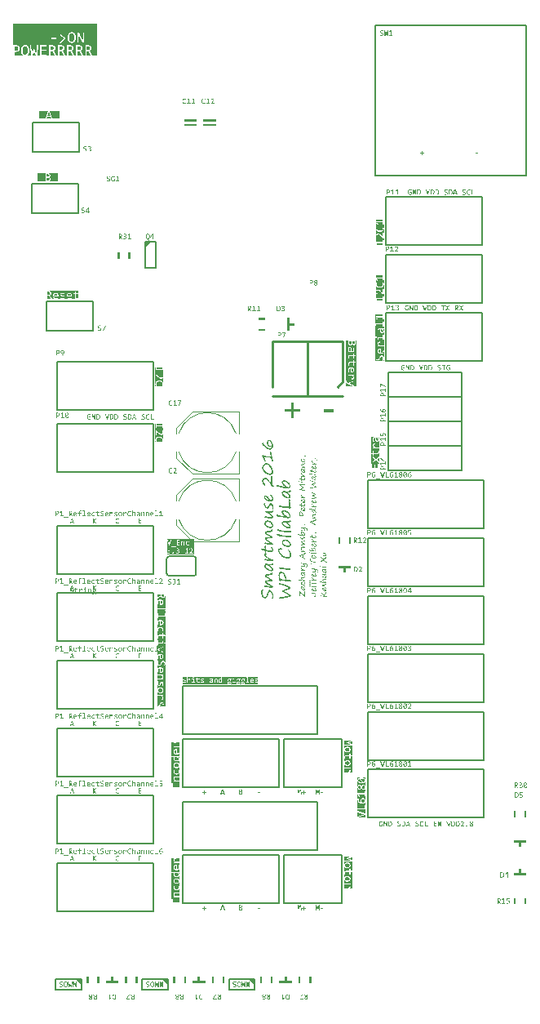
<source format=gto>
G04 Layer_Color=65535*
%FSLAX24Y24*%
%MOIN*%
G70*
G01*
G75*
%ADD22C,0.0079*%
%ADD56C,0.0040*%
%ADD57C,0.0060*%
%ADD58C,0.0010*%
%ADD59C,0.0050*%
%ADD60C,0.0100*%
G36*
X-8205Y-14833D02*
X-8089D01*
Y-14860D01*
X-8234D01*
Y-14833D01*
X-8144Y-14646D01*
X-8112D01*
X-8205Y-14833D01*
D02*
G37*
G36*
X-7913Y-14860D02*
X-7974D01*
X-7977Y-14860D01*
X-7982D01*
X-7987Y-14859D01*
X-7992Y-14858D01*
X-7997Y-14857D01*
X-8003Y-14856D01*
X-8004D01*
X-8005Y-14855D01*
X-8007Y-14854D01*
X-8011Y-14853D01*
X-8014Y-14851D01*
X-8018Y-14849D01*
X-8021Y-14847D01*
X-8025Y-14844D01*
X-8025Y-14844D01*
X-8026Y-14843D01*
X-8028Y-14842D01*
X-8030Y-14839D01*
X-8032Y-14837D01*
X-8034Y-14834D01*
X-8036Y-14830D01*
X-8037Y-14827D01*
X-8038Y-14826D01*
X-8038Y-14825D01*
X-8039Y-14823D01*
X-8040Y-14820D01*
X-8040Y-14817D01*
X-8041Y-14812D01*
X-8042Y-14808D01*
Y-14804D01*
Y-14803D01*
Y-14802D01*
Y-14800D01*
X-8041Y-14797D01*
X-8041Y-14794D01*
X-8040Y-14791D01*
X-8039Y-14784D01*
Y-14784D01*
X-8038Y-14783D01*
X-8037Y-14781D01*
X-8036Y-14779D01*
X-8034Y-14774D01*
X-8030Y-14768D01*
X-8029Y-14768D01*
X-8029Y-14767D01*
X-8027Y-14766D01*
X-8026Y-14764D01*
X-8024Y-14762D01*
X-8021Y-14760D01*
X-8015Y-14756D01*
X-8015Y-14756D01*
X-8014Y-14755D01*
X-8012Y-14754D01*
X-8009Y-14753D01*
X-8007Y-14752D01*
X-8003Y-14750D01*
X-8000Y-14749D01*
X-7996Y-14748D01*
X-7996D01*
X-7997Y-14747D01*
X-7999Y-14746D01*
X-8001Y-14745D01*
X-8003Y-14744D01*
X-8006Y-14742D01*
X-8008Y-14739D01*
X-8011Y-14737D01*
X-8011Y-14736D01*
X-8012Y-14735D01*
X-8013Y-14734D01*
X-8015Y-14731D01*
X-8017Y-14728D01*
X-8019Y-14725D01*
X-8021Y-14721D01*
X-8024Y-14716D01*
X-8058Y-14646D01*
X-8025D01*
X-7993Y-14714D01*
Y-14714D01*
X-7992Y-14716D01*
X-7991Y-14717D01*
X-7991Y-14719D01*
X-7988Y-14723D01*
X-7985Y-14727D01*
Y-14727D01*
X-7984Y-14728D01*
X-7983Y-14730D01*
X-7980Y-14733D01*
X-7977Y-14736D01*
X-7976Y-14736D01*
X-7974Y-14737D01*
X-7971Y-14739D01*
X-7968Y-14740D01*
X-7967D01*
X-7967Y-14740D01*
X-7966D01*
X-7964Y-14741D01*
X-7961Y-14741D01*
X-7956Y-14741D01*
X-7943D01*
Y-14646D01*
X-7913D01*
Y-14860D01*
D02*
G37*
G36*
X-15000Y-14860D02*
X-15060D01*
X-15064Y-14860D01*
X-15068D01*
X-15073Y-14859D01*
X-15079Y-14858D01*
X-15084Y-14857D01*
X-15089Y-14856D01*
X-15090D01*
X-15092Y-14855D01*
X-15094Y-14854D01*
X-15097Y-14853D01*
X-15101Y-14851D01*
X-15104Y-14849D01*
X-15108Y-14847D01*
X-15111Y-14844D01*
X-15112Y-14844D01*
X-15113Y-14843D01*
X-15114Y-14842D01*
X-15116Y-14839D01*
X-15118Y-14837D01*
X-15121Y-14834D01*
X-15122Y-14830D01*
X-15124Y-14827D01*
X-15124Y-14826D01*
X-15125Y-14825D01*
X-15126Y-14823D01*
X-15126Y-14820D01*
X-15127Y-14817D01*
X-15127Y-14812D01*
X-15128Y-14808D01*
Y-14803D01*
Y-14803D01*
Y-14802D01*
Y-14800D01*
X-15128Y-14797D01*
X-15127Y-14794D01*
X-15127Y-14791D01*
X-15125Y-14784D01*
Y-14784D01*
X-15125Y-14783D01*
X-15124Y-14781D01*
X-15123Y-14779D01*
X-15120Y-14774D01*
X-15116Y-14768D01*
X-15116Y-14768D01*
X-15115Y-14767D01*
X-15114Y-14766D01*
X-15113Y-14764D01*
X-15110Y-14762D01*
X-15108Y-14760D01*
X-15102Y-14756D01*
X-15101Y-14755D01*
X-15100Y-14755D01*
X-15099Y-14754D01*
X-15096Y-14753D01*
X-15093Y-14752D01*
X-15090Y-14750D01*
X-15086Y-14749D01*
X-15082Y-14748D01*
X-15083D01*
X-15084Y-14747D01*
X-15085Y-14746D01*
X-15088Y-14745D01*
X-15090Y-14744D01*
X-15092Y-14742D01*
X-15095Y-14739D01*
X-15097Y-14737D01*
X-15098Y-14736D01*
X-15098Y-14735D01*
X-15099Y-14734D01*
X-15101Y-14731D01*
X-15103Y-14728D01*
X-15106Y-14725D01*
X-15108Y-14721D01*
X-15110Y-14716D01*
X-15144Y-14646D01*
X-15111D01*
X-15079Y-14714D01*
Y-14714D01*
X-15079Y-14716D01*
X-15078Y-14717D01*
X-15077Y-14719D01*
X-15074Y-14723D01*
X-15072Y-14727D01*
Y-14727D01*
X-15071Y-14728D01*
X-15070Y-14730D01*
X-15067Y-14733D01*
X-15064Y-14736D01*
X-15063Y-14736D01*
X-15061Y-14737D01*
X-15058Y-14739D01*
X-15054Y-14740D01*
X-15054D01*
X-15053Y-14740D01*
X-15052D01*
X-15051Y-14741D01*
X-15047Y-14741D01*
X-15043Y-14741D01*
X-15029D01*
Y-14646D01*
X-15000D01*
Y-14860D01*
D02*
G37*
G36*
X-12992Y-14860D02*
X-13052D01*
X-13056Y-14860D01*
X-13060D01*
X-13065Y-14859D01*
X-13071Y-14858D01*
X-13076Y-14857D01*
X-13082Y-14856D01*
X-13082D01*
X-13084Y-14855D01*
X-13086Y-14854D01*
X-13089Y-14853D01*
X-13093Y-14851D01*
X-13097Y-14849D01*
X-13100Y-14847D01*
X-13103Y-14844D01*
X-13104Y-14844D01*
X-13105Y-14843D01*
X-13107Y-14842D01*
X-13108Y-14839D01*
X-13110Y-14837D01*
X-13113Y-14834D01*
X-13115Y-14830D01*
X-13116Y-14827D01*
X-13117Y-14826D01*
X-13117Y-14825D01*
X-13118Y-14823D01*
X-13118Y-14820D01*
X-13119Y-14817D01*
X-13120Y-14812D01*
X-13120Y-14808D01*
Y-14804D01*
Y-14803D01*
Y-14802D01*
Y-14800D01*
X-13120Y-14797D01*
X-13120Y-14794D01*
X-13119Y-14791D01*
X-13117Y-14784D01*
Y-14784D01*
X-13117Y-14783D01*
X-13116Y-14781D01*
X-13115Y-14779D01*
X-13112Y-14774D01*
X-13108Y-14768D01*
X-13108Y-14768D01*
X-13107Y-14767D01*
X-13106Y-14766D01*
X-13105Y-14764D01*
X-13102Y-14762D01*
X-13100Y-14760D01*
X-13094Y-14756D01*
X-13094Y-14756D01*
X-13092Y-14755D01*
X-13091Y-14754D01*
X-13088Y-14753D01*
X-13085Y-14752D01*
X-13082Y-14750D01*
X-13079Y-14749D01*
X-13074Y-14748D01*
X-13075D01*
X-13076Y-14747D01*
X-13077Y-14746D01*
X-13080Y-14745D01*
X-13082Y-14744D01*
X-13084Y-14742D01*
X-13087Y-14739D01*
X-13089Y-14737D01*
X-13090Y-14736D01*
X-13090Y-14735D01*
X-13092Y-14734D01*
X-13094Y-14731D01*
X-13095Y-14728D01*
X-13098Y-14725D01*
X-13100Y-14721D01*
X-13102Y-14716D01*
X-13137Y-14646D01*
X-13103D01*
X-13072Y-14714D01*
Y-14714D01*
X-13071Y-14716D01*
X-13070Y-14717D01*
X-13069Y-14719D01*
X-13067Y-14723D01*
X-13064Y-14727D01*
Y-14727D01*
X-13063Y-14728D01*
X-13062Y-14730D01*
X-13059Y-14733D01*
X-13056Y-14736D01*
X-13055Y-14736D01*
X-13053Y-14737D01*
X-13050Y-14739D01*
X-13046Y-14740D01*
X-13046D01*
X-13046Y-14740D01*
X-13044D01*
X-13043Y-14741D01*
X-13039Y-14741D01*
X-13035Y-14741D01*
X-13021D01*
Y-14646D01*
X-12992D01*
Y-14860D01*
D02*
G37*
G36*
X-15291Y-14833D02*
X-15176D01*
Y-14860D01*
X-15321D01*
Y-14833D01*
X-15231Y-14646D01*
X-15198D01*
X-15291Y-14833D01*
D02*
G37*
G36*
X-11748Y-14833D02*
X-11633D01*
Y-14860D01*
X-11778D01*
Y-14833D01*
X-11687Y-14646D01*
X-11655D01*
X-11748Y-14833D01*
D02*
G37*
G36*
X-17362Y-14348D02*
X-17401D01*
X-17458Y-14221D01*
X-17479Y-14172D01*
Y-14287D01*
Y-14348D01*
X-17508D01*
Y-14134D01*
X-17468D01*
X-17409Y-14267D01*
X-17391Y-14310D01*
Y-14202D01*
Y-14134D01*
X-17362D01*
Y-14348D01*
D02*
G37*
G36*
X-17967Y-14131D02*
X-17964D01*
X-17958Y-14132D01*
X-17956D01*
X-17955Y-14132D01*
X-17953D01*
X-17947Y-14133D01*
X-17942Y-14133D01*
X-17941D01*
X-17939Y-14133D01*
X-17937Y-14134D01*
X-17932Y-14134D01*
X-17927Y-14135D01*
X-17927D01*
X-17926Y-14136D01*
X-17925Y-14136D01*
X-17923Y-14137D01*
X-17919Y-14137D01*
X-17915Y-14138D01*
Y-14167D01*
X-17915Y-14166D01*
X-17917Y-14166D01*
X-17919Y-14165D01*
X-17923Y-14164D01*
X-17927Y-14162D01*
X-17931Y-14161D01*
X-17937Y-14160D01*
X-17942Y-14159D01*
X-17943D01*
X-17945Y-14158D01*
X-17948Y-14158D01*
X-17952Y-14158D01*
X-17957Y-14157D01*
X-17963Y-14157D01*
X-17970Y-14157D01*
X-17982D01*
X-17985Y-14157D01*
X-17989D01*
X-17993Y-14157D01*
X-17997Y-14158D01*
X-18001Y-14158D01*
X-18002D01*
X-18003Y-14159D01*
X-18005Y-14160D01*
X-18007Y-14160D01*
X-18012Y-14162D01*
X-18017Y-14165D01*
X-18018Y-14165D01*
X-18018Y-14166D01*
X-18021Y-14168D01*
X-18024Y-14171D01*
X-18027Y-14176D01*
Y-14176D01*
X-18027Y-14177D01*
X-18028Y-14178D01*
X-18028Y-14180D01*
X-18029Y-14184D01*
X-18030Y-14190D01*
Y-14190D01*
Y-14191D01*
X-18029Y-14193D01*
X-18029Y-14195D01*
X-18028Y-14200D01*
X-18026Y-14203D01*
X-18025Y-14205D01*
X-18024Y-14205D01*
X-18024Y-14206D01*
X-18023Y-14207D01*
X-18021Y-14209D01*
X-18017Y-14212D01*
X-18012Y-14216D01*
X-18011Y-14216D01*
X-18010Y-14216D01*
X-18008Y-14218D01*
X-18007Y-14219D01*
X-18004Y-14220D01*
X-18001Y-14221D01*
X-17994Y-14224D01*
X-17994Y-14225D01*
X-17992Y-14225D01*
X-17990Y-14226D01*
X-17988Y-14227D01*
X-17984Y-14228D01*
X-17981Y-14230D01*
X-17973Y-14233D01*
X-17973Y-14233D01*
X-17971Y-14234D01*
X-17969Y-14234D01*
X-17967Y-14236D01*
X-17964Y-14237D01*
X-17960Y-14239D01*
X-17953Y-14242D01*
X-17952Y-14243D01*
X-17951Y-14243D01*
X-17949Y-14244D01*
X-17947Y-14246D01*
X-17941Y-14249D01*
X-17935Y-14254D01*
X-17934Y-14254D01*
X-17934Y-14255D01*
X-17932Y-14257D01*
X-17930Y-14259D01*
X-17928Y-14261D01*
X-17926Y-14264D01*
X-17922Y-14270D01*
Y-14271D01*
X-17921Y-14272D01*
X-17921Y-14274D01*
X-17920Y-14276D01*
X-17919Y-14279D01*
X-17918Y-14283D01*
X-17918Y-14287D01*
X-17917Y-14292D01*
Y-14292D01*
Y-14294D01*
X-17918Y-14296D01*
Y-14299D01*
X-17919Y-14302D01*
X-17919Y-14306D01*
X-17920Y-14310D01*
X-17922Y-14314D01*
X-17922Y-14314D01*
X-17922Y-14315D01*
X-17924Y-14317D01*
X-17925Y-14320D01*
X-17927Y-14323D01*
X-17930Y-14326D01*
X-17932Y-14329D01*
X-17936Y-14332D01*
X-17936Y-14333D01*
X-17938Y-14334D01*
X-17940Y-14335D01*
X-17943Y-14337D01*
X-17946Y-14339D01*
X-17950Y-14342D01*
X-17955Y-14344D01*
X-17961Y-14346D01*
X-17962Y-14346D01*
X-17964Y-14347D01*
X-17967Y-14347D01*
X-17971Y-14349D01*
X-17977Y-14350D01*
X-17983Y-14350D01*
X-17989Y-14351D01*
X-17997Y-14351D01*
X-18000D01*
X-18004Y-14351D01*
X-18008Y-14350D01*
X-18011D01*
X-18013Y-14350D01*
X-18017Y-14350D01*
X-18022Y-14349D01*
X-18023D01*
X-18024Y-14349D01*
X-18026D01*
X-18030Y-14348D01*
X-18034Y-14347D01*
X-18035D01*
X-18037Y-14347D01*
X-18038Y-14346D01*
X-18042Y-14345D01*
X-18046Y-14345D01*
Y-14319D01*
X-18046D01*
X-18044Y-14319D01*
X-18041Y-14320D01*
X-18038Y-14320D01*
X-18034Y-14321D01*
X-18030Y-14322D01*
X-18021Y-14324D01*
X-18020D01*
X-18018Y-14324D01*
X-18016Y-14325D01*
X-18013Y-14325D01*
X-18009D01*
X-18005Y-14325D01*
X-17996Y-14326D01*
X-17992D01*
X-17988Y-14325D01*
X-17982Y-14325D01*
X-17976Y-14324D01*
X-17970Y-14322D01*
X-17964Y-14320D01*
X-17959Y-14317D01*
X-17959Y-14317D01*
X-17957Y-14316D01*
X-17956Y-14314D01*
X-17954Y-14311D01*
X-17952Y-14308D01*
X-17950Y-14304D01*
X-17948Y-14300D01*
X-17948Y-14295D01*
Y-14294D01*
Y-14293D01*
X-17948Y-14292D01*
X-17949Y-14290D01*
X-17950Y-14285D01*
X-17951Y-14282D01*
X-17952Y-14280D01*
X-17953Y-14279D01*
X-17953Y-14279D01*
X-17954Y-14277D01*
X-17956Y-14276D01*
X-17960Y-14272D01*
X-17965Y-14269D01*
X-17965Y-14268D01*
X-17967Y-14268D01*
X-17968Y-14267D01*
X-17970Y-14266D01*
X-17973Y-14264D01*
X-17976Y-14263D01*
X-17983Y-14260D01*
X-17984D01*
X-17985Y-14259D01*
X-17987Y-14258D01*
X-17989Y-14258D01*
X-17992Y-14256D01*
X-17996Y-14255D01*
X-18003Y-14251D01*
X-18004D01*
X-18005Y-14251D01*
X-18007Y-14250D01*
X-18010Y-14249D01*
X-18013Y-14247D01*
X-18017Y-14246D01*
X-18024Y-14242D01*
X-18025Y-14242D01*
X-18026Y-14241D01*
X-18028Y-14240D01*
X-18030Y-14239D01*
X-18036Y-14235D01*
X-18042Y-14230D01*
X-18042Y-14230D01*
X-18043Y-14229D01*
X-18045Y-14228D01*
X-18046Y-14226D01*
X-18049Y-14223D01*
X-18051Y-14220D01*
X-18055Y-14214D01*
X-18055Y-14213D01*
X-18056Y-14212D01*
X-18056Y-14210D01*
X-18058Y-14208D01*
X-18058Y-14205D01*
X-18059Y-14201D01*
X-18060Y-14196D01*
X-18060Y-14192D01*
Y-14191D01*
Y-14189D01*
X-18060Y-14186D01*
X-18059Y-14183D01*
X-18058Y-14178D01*
X-18057Y-14174D01*
X-18056Y-14170D01*
X-18053Y-14165D01*
X-18053Y-14165D01*
X-18052Y-14163D01*
X-18051Y-14161D01*
X-18049Y-14158D01*
X-18046Y-14155D01*
X-18043Y-14152D01*
X-18040Y-14149D01*
X-18036Y-14146D01*
X-18036Y-14145D01*
X-18034Y-14145D01*
X-18032Y-14143D01*
X-18028Y-14142D01*
X-18025Y-14140D01*
X-18020Y-14138D01*
X-18015Y-14136D01*
X-18009Y-14134D01*
X-18008D01*
X-18007Y-14134D01*
X-18003Y-14133D01*
X-17999Y-14133D01*
X-17994Y-14132D01*
X-17989Y-14131D01*
X-17982Y-14131D01*
X-17970D01*
X-17967Y-14131D01*
D02*
G37*
G36*
X-17546Y-14348D02*
X-17580D01*
X-17609Y-14267D01*
X-17619Y-14240D01*
X-17628Y-14267D01*
X-17658Y-14348D01*
X-17694D01*
X-17704Y-14134D01*
X-17676D01*
X-17671Y-14268D01*
X-17669Y-14319D01*
X-17659Y-14289D01*
X-17628Y-14204D01*
X-17607D01*
X-17577Y-14286D01*
X-17567Y-14319D01*
X-17566Y-14266D01*
X-17563Y-14134D01*
X-17535D01*
X-17546Y-14348D01*
D02*
G37*
G36*
X-11457Y-14860D02*
X-11517D01*
X-11520Y-14860D01*
X-11525D01*
X-11530Y-14859D01*
X-11535Y-14858D01*
X-11541Y-14857D01*
X-11546Y-14856D01*
X-11547D01*
X-11548Y-14855D01*
X-11551Y-14854D01*
X-11554Y-14853D01*
X-11557Y-14851D01*
X-11561Y-14849D01*
X-11565Y-14847D01*
X-11568Y-14844D01*
X-11568Y-14844D01*
X-11570Y-14843D01*
X-11571Y-14842D01*
X-11573Y-14839D01*
X-11575Y-14837D01*
X-11577Y-14834D01*
X-11579Y-14830D01*
X-11581Y-14827D01*
X-11581Y-14826D01*
X-11581Y-14825D01*
X-11582Y-14823D01*
X-11583Y-14820D01*
X-11584Y-14817D01*
X-11584Y-14812D01*
X-11585Y-14808D01*
Y-14804D01*
Y-14803D01*
Y-14802D01*
Y-14800D01*
X-11585Y-14797D01*
X-11584Y-14794D01*
X-11584Y-14791D01*
X-11582Y-14784D01*
Y-14784D01*
X-11581Y-14783D01*
X-11581Y-14781D01*
X-11580Y-14779D01*
X-11577Y-14774D01*
X-11573Y-14768D01*
X-11573Y-14768D01*
X-11572Y-14767D01*
X-11571Y-14766D01*
X-11569Y-14764D01*
X-11567Y-14762D01*
X-11565Y-14760D01*
X-11558Y-14756D01*
X-11558Y-14756D01*
X-11557Y-14755D01*
X-11555Y-14754D01*
X-11553Y-14753D01*
X-11550Y-14752D01*
X-11547Y-14750D01*
X-11543Y-14749D01*
X-11539Y-14748D01*
X-11539D01*
X-11540Y-14747D01*
X-11542Y-14746D01*
X-11544Y-14745D01*
X-11547Y-14744D01*
X-11549Y-14742D01*
X-11552Y-14739D01*
X-11554Y-14737D01*
X-11554Y-14736D01*
X-11555Y-14735D01*
X-11556Y-14734D01*
X-11558Y-14731D01*
X-11560Y-14728D01*
X-11562Y-14725D01*
X-11565Y-14721D01*
X-11567Y-14716D01*
X-11601Y-14646D01*
X-11568D01*
X-11536Y-14714D01*
Y-14714D01*
X-11535Y-14716D01*
X-11535Y-14717D01*
X-11534Y-14719D01*
X-11531Y-14723D01*
X-11529Y-14727D01*
Y-14727D01*
X-11528Y-14728D01*
X-11526Y-14730D01*
X-11524Y-14733D01*
X-11520Y-14736D01*
X-11520Y-14736D01*
X-11518Y-14737D01*
X-11515Y-14739D01*
X-11511Y-14740D01*
X-11510D01*
X-11510Y-14740D01*
X-11509D01*
X-11507Y-14741D01*
X-11504Y-14741D01*
X-11499Y-14741D01*
X-11486D01*
Y-14646D01*
X-11457D01*
Y-14860D01*
D02*
G37*
G36*
X-17795Y-14131D02*
X-17790Y-14132D01*
X-17785Y-14133D01*
X-17779Y-14134D01*
X-17773Y-14136D01*
X-17767Y-14138D01*
X-17766Y-14138D01*
X-17764Y-14140D01*
X-17761Y-14141D01*
X-17758Y-14143D01*
X-17753Y-14147D01*
X-17749Y-14150D01*
X-17745Y-14155D01*
X-17741Y-14160D01*
X-17740Y-14160D01*
X-17739Y-14162D01*
X-17737Y-14165D01*
X-17735Y-14169D01*
X-17733Y-14174D01*
X-17730Y-14180D01*
X-17728Y-14186D01*
X-17726Y-14194D01*
Y-14194D01*
Y-14195D01*
X-17725Y-14196D01*
X-17725Y-14197D01*
X-17725Y-14199D01*
X-17724Y-14201D01*
X-17724Y-14207D01*
X-17723Y-14214D01*
X-17722Y-14222D01*
X-17722Y-14231D01*
X-17721Y-14240D01*
Y-14240D01*
Y-14241D01*
Y-14243D01*
Y-14244D01*
X-17722Y-14247D01*
Y-14250D01*
X-17722Y-14257D01*
X-17723Y-14264D01*
X-17724Y-14273D01*
X-17725Y-14281D01*
X-17728Y-14289D01*
Y-14290D01*
X-17728Y-14290D01*
X-17729Y-14291D01*
X-17729Y-14293D01*
X-17730Y-14297D01*
X-17733Y-14302D01*
X-17735Y-14307D01*
X-17739Y-14313D01*
X-17742Y-14319D01*
X-17746Y-14324D01*
X-17747Y-14325D01*
X-17748Y-14326D01*
X-17751Y-14329D01*
X-17754Y-14332D01*
X-17758Y-14335D01*
X-17762Y-14339D01*
X-17768Y-14342D01*
X-17773Y-14344D01*
X-17774Y-14345D01*
X-17776Y-14345D01*
X-17779Y-14347D01*
X-17783Y-14348D01*
X-17788Y-14349D01*
X-17793Y-14350D01*
X-17799Y-14351D01*
X-17806Y-14351D01*
X-17809D01*
X-17813Y-14351D01*
X-17818Y-14350D01*
X-17824Y-14349D01*
X-17830Y-14348D01*
X-17836Y-14346D01*
X-17842Y-14344D01*
X-17843Y-14343D01*
X-17845Y-14342D01*
X-17847Y-14340D01*
X-17851Y-14338D01*
X-17855Y-14335D01*
X-17859Y-14331D01*
X-17863Y-14327D01*
X-17867Y-14322D01*
X-17868Y-14321D01*
X-17869Y-14319D01*
X-17871Y-14316D01*
X-17873Y-14312D01*
X-17876Y-14307D01*
X-17878Y-14301D01*
X-17881Y-14295D01*
X-17883Y-14287D01*
Y-14287D01*
X-17883Y-14287D01*
Y-14286D01*
X-17883Y-14284D01*
X-17884Y-14280D01*
X-17885Y-14274D01*
X-17886Y-14267D01*
X-17887Y-14260D01*
X-17888Y-14251D01*
X-17888Y-14242D01*
Y-14242D01*
Y-14241D01*
Y-14239D01*
Y-14237D01*
X-17888Y-14235D01*
Y-14232D01*
X-17887Y-14225D01*
X-17886Y-14217D01*
X-17885Y-14209D01*
X-17883Y-14200D01*
X-17881Y-14192D01*
Y-14192D01*
X-17881Y-14191D01*
X-17880Y-14190D01*
X-17880Y-14189D01*
X-17878Y-14185D01*
X-17876Y-14180D01*
X-17873Y-14175D01*
X-17870Y-14169D01*
X-17867Y-14163D01*
X-17863Y-14158D01*
X-17862Y-14157D01*
X-17861Y-14155D01*
X-17858Y-14153D01*
X-17855Y-14150D01*
X-17851Y-14147D01*
X-17846Y-14143D01*
X-17841Y-14140D01*
X-17835Y-14137D01*
X-17835Y-14137D01*
X-17833Y-14136D01*
X-17830Y-14135D01*
X-17825Y-14134D01*
X-17821Y-14133D01*
X-17815Y-14132D01*
X-17809Y-14131D01*
X-17803Y-14131D01*
X-17799D01*
X-17795Y-14131D01*
D02*
G37*
G36*
X-13234Y-14643D02*
X-13229D01*
X-13224Y-14643D01*
X-13219Y-14644D01*
X-13214Y-14645D01*
X-13209Y-14646D01*
X-13208D01*
X-13206Y-14647D01*
X-13204Y-14648D01*
X-13201Y-14649D01*
X-13197Y-14651D01*
X-13193Y-14653D01*
X-13190Y-14655D01*
X-13186Y-14657D01*
X-13186Y-14658D01*
X-13185Y-14658D01*
X-13183Y-14660D01*
X-13181Y-14662D01*
X-13179Y-14664D01*
X-13177Y-14668D01*
X-13175Y-14671D01*
X-13173Y-14674D01*
Y-14674D01*
X-13172Y-14676D01*
X-13171Y-14678D01*
X-13171Y-14680D01*
X-13170Y-14684D01*
X-13169Y-14687D01*
X-13169Y-14691D01*
X-13168Y-14696D01*
Y-14696D01*
Y-14696D01*
Y-14698D01*
Y-14699D01*
X-13169Y-14703D01*
X-13170Y-14707D01*
X-13171Y-14712D01*
X-13173Y-14718D01*
X-13176Y-14724D01*
X-13179Y-14729D01*
X-13180Y-14730D01*
X-13181Y-14732D01*
X-13184Y-14735D01*
X-13188Y-14738D01*
X-13193Y-14742D01*
X-13198Y-14747D01*
X-13205Y-14751D01*
X-13213Y-14756D01*
X-13213D01*
X-13213Y-14756D01*
X-13211Y-14757D01*
X-13210Y-14757D01*
X-13206Y-14760D01*
X-13201Y-14762D01*
X-13196Y-14766D01*
X-13191Y-14770D01*
X-13187Y-14775D01*
X-13183Y-14779D01*
X-13182Y-14780D01*
X-13181Y-14782D01*
X-13180Y-14784D01*
X-13178Y-14788D01*
X-13176Y-14792D01*
X-13175Y-14797D01*
X-13173Y-14803D01*
X-13173Y-14809D01*
Y-14810D01*
Y-14811D01*
X-13173Y-14813D01*
Y-14815D01*
X-13174Y-14818D01*
X-13175Y-14822D01*
X-13176Y-14825D01*
X-13177Y-14829D01*
X-13178Y-14829D01*
X-13178Y-14830D01*
X-13179Y-14832D01*
X-13180Y-14835D01*
X-13182Y-14837D01*
X-13185Y-14840D01*
X-13187Y-14843D01*
X-13190Y-14846D01*
X-13190Y-14847D01*
X-13191Y-14847D01*
X-13193Y-14849D01*
X-13196Y-14851D01*
X-13199Y-14853D01*
X-13203Y-14855D01*
X-13207Y-14856D01*
X-13211Y-14858D01*
X-13212Y-14859D01*
X-13214Y-14859D01*
X-13216Y-14860D01*
X-13220Y-14861D01*
X-13225Y-14861D01*
X-13230Y-14862D01*
X-13236Y-14863D01*
X-13248D01*
X-13252Y-14863D01*
X-13256Y-14862D01*
X-13261Y-14861D01*
X-13271Y-14859D01*
X-13272D01*
X-13274Y-14858D01*
X-13276Y-14858D01*
X-13279Y-14856D01*
X-13282Y-14855D01*
X-13285Y-14853D01*
X-13289Y-14851D01*
X-13292Y-14849D01*
X-13293Y-14849D01*
X-13294Y-14848D01*
X-13295Y-14847D01*
X-13297Y-14845D01*
X-13299Y-14842D01*
X-13301Y-14840D01*
X-13303Y-14837D01*
X-13305Y-14833D01*
X-13305Y-14833D01*
X-13306Y-14832D01*
X-13307Y-14830D01*
X-13307Y-14827D01*
X-13308Y-14824D01*
X-13309Y-14821D01*
X-13310Y-14817D01*
Y-14813D01*
Y-14812D01*
Y-14812D01*
Y-14810D01*
X-13309Y-14806D01*
X-13309Y-14802D01*
X-13307Y-14797D01*
X-13305Y-14791D01*
X-13302Y-14786D01*
X-13299Y-14781D01*
X-13299Y-14780D01*
X-13297Y-14779D01*
X-13295Y-14776D01*
X-13291Y-14773D01*
X-13287Y-14769D01*
X-13282Y-14765D01*
X-13276Y-14762D01*
X-13269Y-14758D01*
X-13270Y-14757D01*
X-13271Y-14757D01*
X-13273Y-14756D01*
X-13275Y-14755D01*
X-13281Y-14752D01*
X-13287Y-14747D01*
X-13287Y-14747D01*
X-13289Y-14746D01*
X-13290Y-14745D01*
X-13292Y-14744D01*
X-13297Y-14739D01*
X-13301Y-14734D01*
X-13302Y-14734D01*
X-13302Y-14733D01*
X-13304Y-14732D01*
X-13305Y-14730D01*
X-13306Y-14727D01*
X-13308Y-14725D01*
X-13311Y-14719D01*
Y-14718D01*
X-13311Y-14717D01*
X-13312Y-14715D01*
X-13313Y-14713D01*
X-13313Y-14710D01*
X-13314Y-14707D01*
X-13314Y-14699D01*
Y-14699D01*
Y-14697D01*
X-13314Y-14694D01*
X-13314Y-14691D01*
X-13313Y-14688D01*
X-13312Y-14683D01*
X-13310Y-14679D01*
X-13309Y-14675D01*
X-13308Y-14674D01*
X-13307Y-14673D01*
X-13306Y-14671D01*
X-13304Y-14669D01*
X-13302Y-14666D01*
X-13299Y-14663D01*
X-13296Y-14660D01*
X-13293Y-14657D01*
X-13292Y-14657D01*
X-13291Y-14656D01*
X-13289Y-14655D01*
X-13286Y-14653D01*
X-13282Y-14651D01*
X-13279Y-14650D01*
X-13274Y-14648D01*
X-13269Y-14646D01*
X-13268D01*
X-13267Y-14646D01*
X-13264Y-14645D01*
X-13260Y-14645D01*
X-13256Y-14644D01*
X-13251Y-14643D01*
X-13246Y-14643D01*
X-13237D01*
X-13234Y-14643D01*
D02*
G37*
G36*
X-4631Y24488D02*
X-4669D01*
X-4696Y24565D01*
X-4703Y24589D01*
X-4711Y24562D01*
X-4736Y24488D01*
X-4772D01*
X-4787Y24702D01*
X-4759D01*
X-4751Y24556D01*
X-4749Y24517D01*
X-4738Y24550D01*
X-4712Y24630D01*
X-4692D01*
X-4662Y24545D01*
X-4652Y24517D01*
X-4652Y24546D01*
X-4643Y24702D01*
X-4617D01*
X-4631Y24488D01*
D02*
G37*
G36*
X-4871Y24705D02*
X-4867Y24705D01*
X-4865D01*
X-4863Y24704D01*
X-4858Y24704D01*
X-4854Y24703D01*
X-4853D01*
X-4852Y24703D01*
X-4850D01*
X-4846Y24702D01*
X-4841Y24701D01*
X-4840D01*
X-4839Y24701D01*
X-4837Y24701D01*
X-4834Y24700D01*
X-4829Y24699D01*
Y24673D01*
X-4830D01*
X-4832Y24674D01*
X-4834Y24674D01*
X-4837Y24675D01*
X-4841Y24676D01*
X-4845Y24677D01*
X-4855Y24678D01*
X-4855D01*
X-4857Y24679D01*
X-4859Y24679D01*
X-4862Y24679D01*
X-4866D01*
X-4870Y24680D01*
X-4879Y24680D01*
X-4883D01*
X-4888Y24680D01*
X-4893Y24679D01*
X-4899Y24678D01*
X-4905Y24677D01*
X-4911Y24674D01*
X-4916Y24672D01*
X-4916Y24671D01*
X-4918Y24670D01*
X-4920Y24668D01*
X-4922Y24666D01*
X-4924Y24663D01*
X-4926Y24659D01*
X-4927Y24654D01*
X-4928Y24649D01*
Y24649D01*
Y24648D01*
X-4927Y24646D01*
X-4927Y24644D01*
X-4926Y24639D01*
X-4925Y24637D01*
X-4923Y24634D01*
X-4923Y24634D01*
X-4922Y24633D01*
X-4921Y24632D01*
X-4920Y24630D01*
X-4916Y24627D01*
X-4910Y24623D01*
X-4910Y24623D01*
X-4909Y24622D01*
X-4907Y24621D01*
X-4905Y24620D01*
X-4902Y24619D01*
X-4899Y24617D01*
X-4892Y24614D01*
X-4892D01*
X-4890Y24613D01*
X-4888Y24613D01*
X-4886Y24612D01*
X-4883Y24610D01*
X-4880Y24609D01*
X-4872Y24606D01*
X-4872D01*
X-4870Y24605D01*
X-4868Y24604D01*
X-4865Y24603D01*
X-4862Y24601D01*
X-4858Y24600D01*
X-4851Y24596D01*
X-4851Y24596D01*
X-4850Y24596D01*
X-4848Y24595D01*
X-4845Y24593D01*
X-4840Y24589D01*
X-4834Y24585D01*
X-4833Y24584D01*
X-4832Y24583D01*
X-4831Y24582D01*
X-4829Y24580D01*
X-4827Y24578D01*
X-4825Y24575D01*
X-4820Y24568D01*
X-4820Y24568D01*
X-4820Y24567D01*
X-4819Y24565D01*
X-4818Y24562D01*
X-4817Y24559D01*
X-4816Y24555D01*
X-4816Y24551D01*
X-4815Y24546D01*
Y24545D01*
Y24543D01*
X-4816Y24541D01*
X-4816Y24537D01*
X-4817Y24533D01*
X-4818Y24529D01*
X-4820Y24524D01*
X-4822Y24519D01*
X-4822Y24519D01*
X-4823Y24517D01*
X-4825Y24515D01*
X-4827Y24513D01*
X-4829Y24510D01*
X-4832Y24506D01*
X-4835Y24503D01*
X-4839Y24500D01*
X-4840Y24500D01*
X-4841Y24499D01*
X-4844Y24497D01*
X-4847Y24496D01*
X-4851Y24494D01*
X-4855Y24492D01*
X-4860Y24490D01*
X-4866Y24489D01*
X-4867D01*
X-4869Y24488D01*
X-4872Y24487D01*
X-4876Y24487D01*
X-4881Y24486D01*
X-4887Y24485D01*
X-4893Y24485D01*
X-4906D01*
X-4908Y24485D01*
X-4911D01*
X-4918Y24486D01*
X-4919D01*
X-4921Y24486D01*
X-4923D01*
X-4928Y24487D01*
X-4934Y24487D01*
X-4935D01*
X-4936Y24488D01*
X-4938Y24488D01*
X-4943Y24489D01*
X-4948Y24490D01*
X-4949D01*
X-4949Y24490D01*
X-4951Y24490D01*
X-4953Y24491D01*
X-4956Y24492D01*
X-4961Y24493D01*
Y24521D01*
X-4960Y24520D01*
X-4958Y24520D01*
X-4956Y24519D01*
X-4953Y24518D01*
X-4949Y24517D01*
X-4944Y24515D01*
X-4939Y24514D01*
X-4933Y24513D01*
X-4933D01*
X-4931Y24513D01*
X-4928Y24512D01*
X-4923Y24512D01*
X-4918Y24512D01*
X-4912Y24511D01*
X-4906Y24511D01*
X-4893D01*
X-4890Y24511D01*
X-4886D01*
X-4882Y24512D01*
X-4878Y24512D01*
X-4874Y24513D01*
X-4874D01*
X-4873Y24513D01*
X-4871Y24514D01*
X-4868Y24514D01*
X-4863Y24517D01*
X-4858Y24519D01*
X-4858Y24520D01*
X-4857Y24520D01*
X-4855Y24522D01*
X-4852Y24526D01*
X-4849Y24530D01*
Y24530D01*
X-4848Y24531D01*
X-4848Y24532D01*
X-4847Y24534D01*
X-4846Y24538D01*
X-4846Y24544D01*
Y24545D01*
Y24546D01*
X-4846Y24547D01*
X-4847Y24550D01*
X-4848Y24554D01*
X-4849Y24557D01*
X-4851Y24559D01*
X-4851Y24560D01*
X-4852Y24560D01*
X-4853Y24562D01*
X-4854Y24563D01*
X-4858Y24567D01*
X-4864Y24570D01*
X-4864Y24570D01*
X-4865Y24571D01*
X-4867Y24572D01*
X-4869Y24573D01*
X-4872Y24574D01*
X-4875Y24576D01*
X-4882Y24579D01*
X-4882Y24579D01*
X-4883Y24580D01*
X-4885Y24580D01*
X-4888Y24581D01*
X-4891Y24583D01*
X-4895Y24584D01*
X-4902Y24587D01*
X-4903Y24588D01*
X-4904Y24588D01*
X-4906Y24589D01*
X-4909Y24590D01*
X-4912Y24591D01*
X-4915Y24593D01*
X-4923Y24596D01*
X-4923Y24597D01*
X-4924Y24597D01*
X-4926Y24598D01*
X-4929Y24600D01*
X-4935Y24604D01*
X-4941Y24608D01*
X-4941Y24609D01*
X-4942Y24610D01*
X-4943Y24611D01*
X-4945Y24613D01*
X-4947Y24615D01*
X-4949Y24618D01*
X-4953Y24625D01*
Y24625D01*
X-4954Y24626D01*
X-4955Y24628D01*
X-4956Y24631D01*
X-4956Y24634D01*
X-4957Y24638D01*
X-4958Y24642D01*
X-4958Y24646D01*
Y24647D01*
Y24648D01*
X-4958Y24650D01*
Y24653D01*
X-4957Y24656D01*
X-4956Y24660D01*
X-4955Y24664D01*
X-4954Y24668D01*
X-4953Y24668D01*
X-4953Y24670D01*
X-4952Y24672D01*
X-4950Y24674D01*
X-4948Y24677D01*
X-4946Y24681D01*
X-4943Y24684D01*
X-4940Y24687D01*
X-4939Y24687D01*
X-4938Y24688D01*
X-4936Y24690D01*
X-4933Y24692D01*
X-4929Y24694D01*
X-4925Y24696D01*
X-4920Y24698D01*
X-4915Y24700D01*
X-4914Y24701D01*
X-4912Y24701D01*
X-4908Y24702D01*
X-4904Y24703D01*
X-4899Y24704D01*
X-4893Y24705D01*
X-4886Y24705D01*
X-4878Y24706D01*
X-4875D01*
X-4871Y24705D01*
D02*
G37*
G36*
X-4494Y24515D02*
X-4446D01*
Y24488D01*
X-4580D01*
Y24515D01*
X-4525D01*
Y24671D01*
X-4577Y24643D01*
X-4587Y24668D01*
X-4519Y24704D01*
X-4494D01*
Y24515D01*
D02*
G37*
G36*
X-7573Y14508D02*
X-7569Y14508D01*
X-7564Y14507D01*
X-7554Y14505D01*
X-7553D01*
X-7551Y14504D01*
X-7549Y14503D01*
X-7546Y14502D01*
X-7543Y14501D01*
X-7539Y14499D01*
X-7536Y14497D01*
X-7532Y14495D01*
X-7532Y14494D01*
X-7531Y14494D01*
X-7529Y14492D01*
X-7528Y14490D01*
X-7526Y14488D01*
X-7524Y14485D01*
X-7522Y14482D01*
X-7520Y14479D01*
X-7519Y14478D01*
X-7519Y14477D01*
X-7518Y14475D01*
X-7517Y14473D01*
X-7517Y14470D01*
X-7516Y14466D01*
X-7515Y14463D01*
Y14458D01*
Y14458D01*
Y14458D01*
Y14455D01*
X-7516Y14452D01*
X-7516Y14447D01*
X-7518Y14442D01*
X-7520Y14437D01*
X-7522Y14432D01*
X-7526Y14427D01*
X-7526Y14426D01*
X-7528Y14424D01*
X-7530Y14422D01*
X-7534Y14419D01*
X-7538Y14415D01*
X-7543Y14411D01*
X-7549Y14407D01*
X-7555Y14403D01*
X-7555Y14403D01*
X-7554Y14403D01*
X-7552Y14402D01*
X-7550Y14400D01*
X-7544Y14397D01*
X-7538Y14393D01*
X-7537Y14393D01*
X-7536Y14392D01*
X-7535Y14391D01*
X-7533Y14389D01*
X-7528Y14385D01*
X-7524Y14380D01*
X-7523Y14380D01*
X-7522Y14379D01*
X-7521Y14377D01*
X-7520Y14375D01*
X-7519Y14373D01*
X-7517Y14370D01*
X-7514Y14364D01*
Y14364D01*
X-7514Y14363D01*
X-7513Y14361D01*
X-7512Y14359D01*
X-7512Y14356D01*
X-7511Y14352D01*
X-7511Y14345D01*
Y14344D01*
Y14343D01*
X-7511Y14340D01*
X-7511Y14337D01*
X-7512Y14333D01*
X-7513Y14329D01*
X-7514Y14325D01*
X-7516Y14321D01*
X-7517Y14320D01*
X-7517Y14319D01*
X-7519Y14317D01*
X-7521Y14314D01*
X-7523Y14312D01*
X-7526Y14309D01*
X-7529Y14306D01*
X-7532Y14303D01*
X-7532Y14302D01*
X-7534Y14302D01*
X-7536Y14300D01*
X-7539Y14299D01*
X-7542Y14297D01*
X-7546Y14295D01*
X-7551Y14293D01*
X-7556Y14292D01*
X-7557D01*
X-7558Y14291D01*
X-7561Y14291D01*
X-7565Y14290D01*
X-7569Y14289D01*
X-7574Y14289D01*
X-7579Y14288D01*
X-7588D01*
X-7591Y14289D01*
X-7595D01*
X-7600Y14289D01*
X-7606Y14290D01*
X-7611Y14291D01*
X-7616Y14292D01*
X-7617D01*
X-7618Y14293D01*
X-7621Y14294D01*
X-7624Y14295D01*
X-7628Y14296D01*
X-7632Y14298D01*
X-7635Y14301D01*
X-7639Y14303D01*
X-7639Y14303D01*
X-7640Y14304D01*
X-7642Y14306D01*
X-7644Y14308D01*
X-7646Y14310D01*
X-7648Y14313D01*
X-7650Y14316D01*
X-7652Y14320D01*
Y14320D01*
X-7653Y14321D01*
X-7653Y14324D01*
X-7654Y14326D01*
X-7655Y14329D01*
X-7656Y14333D01*
X-7656Y14337D01*
X-7656Y14341D01*
Y14342D01*
Y14342D01*
Y14343D01*
Y14345D01*
X-7656Y14348D01*
X-7655Y14353D01*
X-7654Y14358D01*
X-7652Y14364D01*
X-7649Y14370D01*
X-7646Y14375D01*
X-7645Y14376D01*
X-7643Y14377D01*
X-7641Y14380D01*
X-7637Y14384D01*
X-7632Y14388D01*
X-7627Y14392D01*
X-7620Y14397D01*
X-7612Y14401D01*
X-7612D01*
X-7612Y14402D01*
X-7613Y14402D01*
X-7615Y14403D01*
X-7619Y14405D01*
X-7623Y14408D01*
X-7628Y14412D01*
X-7633Y14416D01*
X-7638Y14420D01*
X-7642Y14425D01*
X-7643Y14426D01*
X-7644Y14427D01*
X-7645Y14430D01*
X-7647Y14434D01*
X-7649Y14438D01*
X-7650Y14443D01*
X-7651Y14449D01*
X-7652Y14455D01*
Y14455D01*
Y14456D01*
X-7651Y14459D01*
Y14461D01*
X-7651Y14464D01*
X-7650Y14468D01*
X-7649Y14471D01*
X-7648Y14475D01*
X-7647Y14475D01*
X-7647Y14476D01*
X-7646Y14478D01*
X-7645Y14480D01*
X-7643Y14483D01*
X-7640Y14486D01*
X-7638Y14489D01*
X-7635Y14492D01*
X-7635Y14492D01*
X-7633Y14493D01*
X-7632Y14494D01*
X-7629Y14496D01*
X-7626Y14498D01*
X-7622Y14500D01*
X-7618Y14502D01*
X-7613Y14504D01*
X-7613Y14504D01*
X-7611Y14505D01*
X-7608Y14506D01*
X-7605Y14506D01*
X-7600Y14507D01*
X-7595Y14508D01*
X-7589Y14509D01*
X-7577D01*
X-7573Y14508D01*
D02*
G37*
G36*
X-7765Y14505D02*
X-7760Y14505D01*
X-7755Y14504D01*
X-7744Y14502D01*
X-7743D01*
X-7741Y14501D01*
X-7739Y14500D01*
X-7735Y14499D01*
X-7731Y14498D01*
X-7727Y14496D01*
X-7723Y14493D01*
X-7718Y14490D01*
X-7718Y14490D01*
X-7716Y14489D01*
X-7714Y14487D01*
X-7712Y14485D01*
X-7709Y14482D01*
X-7706Y14478D01*
X-7703Y14475D01*
X-7701Y14470D01*
X-7700Y14470D01*
X-7699Y14468D01*
X-7698Y14465D01*
X-7697Y14461D01*
X-7696Y14457D01*
X-7695Y14452D01*
X-7694Y14446D01*
X-7694Y14440D01*
Y14439D01*
Y14438D01*
X-7694Y14435D01*
X-7694Y14432D01*
X-7695Y14428D01*
X-7696Y14423D01*
X-7697Y14418D01*
X-7699Y14413D01*
X-7699Y14413D01*
X-7699Y14411D01*
X-7701Y14409D01*
X-7703Y14406D01*
X-7704Y14402D01*
X-7707Y14398D01*
X-7710Y14394D01*
X-7714Y14390D01*
X-7714Y14390D01*
X-7716Y14389D01*
X-7718Y14387D01*
X-7721Y14385D01*
X-7725Y14382D01*
X-7729Y14379D01*
X-7735Y14377D01*
X-7741Y14374D01*
X-7741Y14374D01*
X-7743Y14374D01*
X-7747Y14372D01*
X-7751Y14371D01*
X-7757Y14370D01*
X-7764Y14369D01*
X-7771Y14369D01*
X-7779Y14368D01*
X-7805D01*
Y14291D01*
X-7835D01*
Y14506D01*
X-7769D01*
X-7765Y14505D01*
D02*
G37*
G36*
X-16165Y12629D02*
X-16255Y12441D01*
X-16288D01*
X-16195Y12629D01*
X-16310D01*
Y12655D01*
X-16165D01*
Y12629D01*
D02*
G37*
G36*
X-9690Y-14643D02*
X-9686D01*
X-9681Y-14643D01*
X-9676Y-14644D01*
X-9671Y-14645D01*
X-9665Y-14646D01*
X-9665D01*
X-9663Y-14647D01*
X-9661Y-14648D01*
X-9658Y-14649D01*
X-9654Y-14651D01*
X-9650Y-14653D01*
X-9646Y-14655D01*
X-9643Y-14657D01*
X-9642Y-14658D01*
X-9641Y-14658D01*
X-9640Y-14660D01*
X-9638Y-14662D01*
X-9635Y-14664D01*
X-9634Y-14668D01*
X-9631Y-14671D01*
X-9629Y-14674D01*
Y-14674D01*
X-9629Y-14676D01*
X-9628Y-14678D01*
X-9627Y-14680D01*
X-9627Y-14684D01*
X-9626Y-14687D01*
X-9625Y-14691D01*
X-9625Y-14696D01*
Y-14696D01*
Y-14696D01*
Y-14698D01*
Y-14699D01*
X-9626Y-14703D01*
X-9627Y-14707D01*
X-9628Y-14712D01*
X-9630Y-14718D01*
X-9632Y-14724D01*
X-9636Y-14729D01*
X-9636Y-14730D01*
X-9638Y-14732D01*
X-9640Y-14735D01*
X-9644Y-14738D01*
X-9649Y-14742D01*
X-9655Y-14747D01*
X-9662Y-14751D01*
X-9670Y-14756D01*
X-9670D01*
X-9669Y-14756D01*
X-9668Y-14757D01*
X-9667Y-14757D01*
X-9663Y-14760D01*
X-9658Y-14762D01*
X-9653Y-14766D01*
X-9648Y-14770D01*
X-9643Y-14775D01*
X-9639Y-14779D01*
X-9639Y-14780D01*
X-9638Y-14782D01*
X-9636Y-14784D01*
X-9635Y-14788D01*
X-9633Y-14792D01*
X-9631Y-14797D01*
X-9630Y-14803D01*
X-9630Y-14809D01*
Y-14810D01*
Y-14811D01*
X-9630Y-14813D01*
Y-14815D01*
X-9631Y-14818D01*
X-9632Y-14822D01*
X-9632Y-14825D01*
X-9634Y-14829D01*
X-9634Y-14829D01*
X-9635Y-14830D01*
X-9636Y-14832D01*
X-9637Y-14835D01*
X-9639Y-14837D01*
X-9641Y-14840D01*
X-9643Y-14843D01*
X-9647Y-14846D01*
X-9647Y-14847D01*
X-9648Y-14847D01*
X-9650Y-14849D01*
X-9653Y-14851D01*
X-9656Y-14853D01*
X-9659Y-14855D01*
X-9663Y-14856D01*
X-9668Y-14858D01*
X-9669Y-14859D01*
X-9670Y-14859D01*
X-9673Y-14860D01*
X-9677Y-14861D01*
X-9682Y-14861D01*
X-9687Y-14862D01*
X-9692Y-14863D01*
X-9705D01*
X-9709Y-14863D01*
X-9713Y-14862D01*
X-9718Y-14861D01*
X-9728Y-14859D01*
X-9728D01*
X-9730Y-14858D01*
X-9733Y-14858D01*
X-9735Y-14856D01*
X-9739Y-14855D01*
X-9742Y-14853D01*
X-9746Y-14851D01*
X-9749Y-14849D01*
X-9749Y-14849D01*
X-9751Y-14848D01*
X-9752Y-14847D01*
X-9754Y-14845D01*
X-9756Y-14842D01*
X-9758Y-14840D01*
X-9760Y-14837D01*
X-9762Y-14833D01*
X-9762Y-14833D01*
X-9763Y-14832D01*
X-9763Y-14830D01*
X-9764Y-14827D01*
X-9765Y-14824D01*
X-9766Y-14821D01*
X-9766Y-14817D01*
Y-14813D01*
Y-14812D01*
Y-14812D01*
Y-14810D01*
X-9766Y-14806D01*
X-9765Y-14802D01*
X-9764Y-14797D01*
X-9762Y-14791D01*
X-9759Y-14786D01*
X-9756Y-14781D01*
X-9755Y-14780D01*
X-9754Y-14779D01*
X-9751Y-14776D01*
X-9748Y-14773D01*
X-9744Y-14769D01*
X-9739Y-14765D01*
X-9733Y-14762D01*
X-9726Y-14758D01*
X-9726Y-14757D01*
X-9728Y-14757D01*
X-9730Y-14756D01*
X-9732Y-14755D01*
X-9738Y-14752D01*
X-9744Y-14747D01*
X-9744Y-14747D01*
X-9745Y-14746D01*
X-9747Y-14745D01*
X-9749Y-14744D01*
X-9753Y-14739D01*
X-9758Y-14734D01*
X-9758Y-14734D01*
X-9759Y-14733D01*
X-9760Y-14732D01*
X-9761Y-14730D01*
X-9763Y-14727D01*
X-9764Y-14725D01*
X-9768Y-14719D01*
Y-14718D01*
X-9768Y-14717D01*
X-9769Y-14715D01*
X-9769Y-14713D01*
X-9770Y-14710D01*
X-9771Y-14707D01*
X-9771Y-14699D01*
Y-14699D01*
Y-14697D01*
X-9771Y-14694D01*
X-9770Y-14691D01*
X-9769Y-14688D01*
X-9769Y-14683D01*
X-9767Y-14679D01*
X-9765Y-14675D01*
X-9765Y-14674D01*
X-9764Y-14673D01*
X-9763Y-14671D01*
X-9761Y-14669D01*
X-9759Y-14666D01*
X-9756Y-14663D01*
X-9753Y-14660D01*
X-9749Y-14657D01*
X-9749Y-14657D01*
X-9748Y-14656D01*
X-9746Y-14655D01*
X-9743Y-14653D01*
X-9739Y-14651D01*
X-9735Y-14650D01*
X-9731Y-14648D01*
X-9726Y-14646D01*
X-9725D01*
X-9723Y-14646D01*
X-9721Y-14645D01*
X-9717Y-14645D01*
X-9713Y-14644D01*
X-9708Y-14643D01*
X-9702Y-14643D01*
X-9693D01*
X-9690Y-14643D01*
D02*
G37*
G36*
X-9449Y-14860D02*
X-9509D01*
X-9513Y-14860D01*
X-9517D01*
X-9522Y-14859D01*
X-9528Y-14858D01*
X-9533Y-14857D01*
X-9538Y-14856D01*
X-9539D01*
X-9541Y-14855D01*
X-9543Y-14854D01*
X-9546Y-14853D01*
X-9549Y-14851D01*
X-9553Y-14849D01*
X-9557Y-14847D01*
X-9560Y-14844D01*
X-9561Y-14844D01*
X-9562Y-14843D01*
X-9563Y-14842D01*
X-9565Y-14839D01*
X-9567Y-14837D01*
X-9569Y-14834D01*
X-9571Y-14830D01*
X-9573Y-14827D01*
X-9573Y-14826D01*
X-9574Y-14825D01*
X-9574Y-14823D01*
X-9575Y-14820D01*
X-9576Y-14817D01*
X-9576Y-14812D01*
X-9577Y-14808D01*
Y-14804D01*
Y-14803D01*
Y-14802D01*
Y-14800D01*
X-9577Y-14797D01*
X-9576Y-14794D01*
X-9576Y-14791D01*
X-9574Y-14784D01*
Y-14784D01*
X-9574Y-14783D01*
X-9573Y-14781D01*
X-9572Y-14779D01*
X-9569Y-14774D01*
X-9565Y-14768D01*
X-9565Y-14768D01*
X-9564Y-14767D01*
X-9563Y-14766D01*
X-9561Y-14764D01*
X-9559Y-14762D01*
X-9557Y-14760D01*
X-9551Y-14756D01*
X-9550Y-14756D01*
X-9549Y-14755D01*
X-9548Y-14754D01*
X-9545Y-14753D01*
X-9542Y-14752D01*
X-9539Y-14750D01*
X-9535Y-14749D01*
X-9531Y-14748D01*
X-9531D01*
X-9533Y-14747D01*
X-9534Y-14746D01*
X-9536Y-14745D01*
X-9539Y-14744D01*
X-9541Y-14742D01*
X-9544Y-14739D01*
X-9546Y-14737D01*
X-9546Y-14736D01*
X-9547Y-14735D01*
X-9548Y-14734D01*
X-9550Y-14731D01*
X-9552Y-14728D01*
X-9554Y-14725D01*
X-9557Y-14721D01*
X-9559Y-14716D01*
X-9593Y-14646D01*
X-9560D01*
X-9528Y-14714D01*
Y-14714D01*
X-9528Y-14716D01*
X-9527Y-14717D01*
X-9526Y-14719D01*
X-9523Y-14723D01*
X-9521Y-14727D01*
Y-14727D01*
X-9520Y-14728D01*
X-9518Y-14730D01*
X-9516Y-14733D01*
X-9513Y-14736D01*
X-9512Y-14736D01*
X-9510Y-14737D01*
X-9507Y-14739D01*
X-9503Y-14740D01*
X-9503D01*
X-9502Y-14740D01*
X-9501D01*
X-9499Y-14741D01*
X-9496Y-14741D01*
X-9491Y-14741D01*
X-9478D01*
Y-14646D01*
X-9449D01*
Y-14860D01*
D02*
G37*
G36*
X-16535Y-14860D02*
X-16596D01*
X-16599Y-14860D01*
X-16604D01*
X-16609Y-14859D01*
X-16614Y-14858D01*
X-16620Y-14857D01*
X-16625Y-14856D01*
X-16626D01*
X-16627Y-14855D01*
X-16630Y-14854D01*
X-16633Y-14853D01*
X-16636Y-14851D01*
X-16640Y-14849D01*
X-16643Y-14847D01*
X-16647Y-14844D01*
X-16647Y-14844D01*
X-16648Y-14843D01*
X-16650Y-14842D01*
X-16652Y-14839D01*
X-16654Y-14837D01*
X-16656Y-14834D01*
X-16658Y-14830D01*
X-16659Y-14827D01*
X-16660Y-14826D01*
X-16660Y-14825D01*
X-16661Y-14823D01*
X-16662Y-14820D01*
X-16663Y-14817D01*
X-16663Y-14812D01*
X-16664Y-14808D01*
Y-14803D01*
Y-14803D01*
Y-14802D01*
Y-14800D01*
X-16663Y-14797D01*
X-16663Y-14794D01*
X-16663Y-14791D01*
X-16661Y-14784D01*
Y-14784D01*
X-16660Y-14783D01*
X-16659Y-14781D01*
X-16658Y-14779D01*
X-16656Y-14774D01*
X-16652Y-14768D01*
X-16651Y-14768D01*
X-16651Y-14767D01*
X-16649Y-14766D01*
X-16648Y-14764D01*
X-16646Y-14762D01*
X-16643Y-14760D01*
X-16637Y-14756D01*
X-16637Y-14755D01*
X-16636Y-14755D01*
X-16634Y-14754D01*
X-16631Y-14753D01*
X-16629Y-14752D01*
X-16625Y-14750D01*
X-16622Y-14749D01*
X-16618Y-14748D01*
X-16618D01*
X-16619Y-14747D01*
X-16621Y-14746D01*
X-16623Y-14745D01*
X-16625Y-14744D01*
X-16628Y-14742D01*
X-16630Y-14739D01*
X-16633Y-14737D01*
X-16633Y-14736D01*
X-16634Y-14735D01*
X-16635Y-14734D01*
X-16637Y-14731D01*
X-16639Y-14728D01*
X-16641Y-14725D01*
X-16643Y-14721D01*
X-16646Y-14716D01*
X-16680Y-14646D01*
X-16647D01*
X-16615Y-14714D01*
Y-14714D01*
X-16614Y-14716D01*
X-16613Y-14717D01*
X-16613Y-14719D01*
X-16610Y-14723D01*
X-16607Y-14727D01*
Y-14727D01*
X-16606Y-14728D01*
X-16605Y-14730D01*
X-16602Y-14733D01*
X-16599Y-14736D01*
X-16598Y-14736D01*
X-16596Y-14737D01*
X-16593Y-14739D01*
X-16590Y-14740D01*
X-16589D01*
X-16589Y-14740D01*
X-16588D01*
X-16586Y-14741D01*
X-16583Y-14741D01*
X-16578Y-14741D01*
X-16565D01*
Y-14646D01*
X-16535D01*
Y-14860D01*
D02*
G37*
G36*
X-16407Y12658D02*
X-16402Y12658D01*
X-16400D01*
X-16398Y12657D01*
X-16394Y12657D01*
X-16389Y12656D01*
X-16388D01*
X-16387Y12656D01*
X-16385D01*
X-16381Y12655D01*
X-16377Y12654D01*
X-16375D01*
X-16374Y12654D01*
X-16373Y12653D01*
X-16369Y12653D01*
X-16365Y12652D01*
Y12626D01*
X-16365D01*
X-16367Y12626D01*
X-16369Y12627D01*
X-16373Y12628D01*
X-16377Y12628D01*
X-16381Y12629D01*
X-16390Y12631D01*
X-16390D01*
X-16392Y12631D01*
X-16395Y12632D01*
X-16398Y12632D01*
X-16402D01*
X-16406Y12633D01*
X-16415Y12633D01*
X-16419D01*
X-16423Y12633D01*
X-16428Y12632D01*
X-16435Y12631D01*
X-16441Y12629D01*
X-16447Y12627D01*
X-16452Y12624D01*
X-16452Y12624D01*
X-16453Y12623D01*
X-16455Y12621D01*
X-16457Y12618D01*
X-16459Y12615D01*
X-16461Y12611D01*
X-16463Y12607D01*
X-16463Y12602D01*
Y12601D01*
Y12600D01*
X-16463Y12599D01*
X-16462Y12597D01*
X-16461Y12592D01*
X-16460Y12590D01*
X-16458Y12587D01*
X-16458Y12586D01*
X-16458Y12586D01*
X-16457Y12585D01*
X-16455Y12583D01*
X-16451Y12580D01*
X-16446Y12576D01*
X-16445Y12575D01*
X-16444Y12575D01*
X-16443Y12574D01*
X-16440Y12573D01*
X-16438Y12572D01*
X-16435Y12570D01*
X-16428Y12567D01*
X-16427D01*
X-16426Y12566D01*
X-16424Y12565D01*
X-16422Y12565D01*
X-16418Y12563D01*
X-16415Y12562D01*
X-16407Y12558D01*
X-16407D01*
X-16405Y12558D01*
X-16404Y12557D01*
X-16401Y12556D01*
X-16397Y12554D01*
X-16394Y12553D01*
X-16387Y12549D01*
X-16386Y12549D01*
X-16385Y12548D01*
X-16383Y12547D01*
X-16380Y12546D01*
X-16375Y12542D01*
X-16369Y12537D01*
X-16369Y12537D01*
X-16367Y12536D01*
X-16366Y12535D01*
X-16364Y12533D01*
X-16362Y12530D01*
X-16360Y12527D01*
X-16356Y12521D01*
X-16356Y12520D01*
X-16355Y12519D01*
X-16354Y12517D01*
X-16353Y12515D01*
X-16352Y12512D01*
X-16352Y12508D01*
X-16351Y12504D01*
X-16351Y12499D01*
Y12498D01*
Y12496D01*
X-16351Y12494D01*
X-16352Y12490D01*
X-16352Y12485D01*
X-16354Y12481D01*
X-16355Y12477D01*
X-16357Y12472D01*
X-16358Y12472D01*
X-16359Y12470D01*
X-16360Y12468D01*
X-16362Y12466D01*
X-16364Y12462D01*
X-16367Y12459D01*
X-16371Y12456D01*
X-16375Y12453D01*
X-16375Y12452D01*
X-16377Y12452D01*
X-16379Y12450D01*
X-16382Y12449D01*
X-16386Y12447D01*
X-16391Y12445D01*
X-16396Y12443D01*
X-16402Y12441D01*
X-16402D01*
X-16404Y12441D01*
X-16407Y12440D01*
X-16412Y12440D01*
X-16417Y12439D01*
X-16422Y12438D01*
X-16429Y12438D01*
X-16441D01*
X-16444Y12438D01*
X-16447D01*
X-16453Y12439D01*
X-16455D01*
X-16456Y12439D01*
X-16458D01*
X-16463Y12440D01*
X-16469Y12440D01*
X-16470D01*
X-16472Y12441D01*
X-16474Y12441D01*
X-16478Y12441D01*
X-16484Y12442D01*
X-16484D01*
X-16485Y12443D01*
X-16486Y12443D01*
X-16488Y12444D01*
X-16492Y12444D01*
X-16496Y12446D01*
Y12474D01*
X-16496Y12473D01*
X-16494Y12473D01*
X-16491Y12472D01*
X-16488Y12471D01*
X-16484Y12469D01*
X-16480Y12468D01*
X-16474Y12467D01*
X-16469Y12466D01*
X-16468D01*
X-16466Y12466D01*
X-16463Y12465D01*
X-16459Y12465D01*
X-16453Y12464D01*
X-16448Y12464D01*
X-16441Y12464D01*
X-16429D01*
X-16425Y12464D01*
X-16422D01*
X-16418Y12464D01*
X-16414Y12465D01*
X-16410Y12466D01*
X-16409D01*
X-16408Y12466D01*
X-16406Y12467D01*
X-16404Y12467D01*
X-16399Y12469D01*
X-16394Y12472D01*
X-16393Y12472D01*
X-16392Y12473D01*
X-16390Y12475D01*
X-16387Y12479D01*
X-16384Y12483D01*
Y12483D01*
X-16384Y12484D01*
X-16383Y12485D01*
X-16383Y12487D01*
X-16382Y12491D01*
X-16381Y12497D01*
Y12497D01*
Y12499D01*
X-16382Y12500D01*
X-16382Y12502D01*
X-16383Y12507D01*
X-16385Y12510D01*
X-16386Y12512D01*
X-16387Y12512D01*
X-16387Y12513D01*
X-16388Y12514D01*
X-16390Y12516D01*
X-16394Y12519D01*
X-16399Y12523D01*
X-16400Y12523D01*
X-16400Y12524D01*
X-16402Y12525D01*
X-16404Y12526D01*
X-16407Y12527D01*
X-16410Y12529D01*
X-16417Y12532D01*
X-16417Y12532D01*
X-16418Y12532D01*
X-16421Y12533D01*
X-16423Y12534D01*
X-16427Y12535D01*
X-16430Y12537D01*
X-16438Y12540D01*
X-16438Y12540D01*
X-16440Y12541D01*
X-16442Y12542D01*
X-16444Y12543D01*
X-16447Y12544D01*
X-16451Y12546D01*
X-16458Y12549D01*
X-16458Y12550D01*
X-16460Y12550D01*
X-16461Y12551D01*
X-16464Y12553D01*
X-16470Y12557D01*
X-16476Y12561D01*
X-16476Y12562D01*
X-16477Y12562D01*
X-16479Y12564D01*
X-16481Y12566D01*
X-16483Y12568D01*
X-16485Y12571D01*
X-16489Y12577D01*
Y12578D01*
X-16490Y12579D01*
X-16490Y12581D01*
X-16491Y12583D01*
X-16492Y12586D01*
X-16493Y12590D01*
X-16493Y12595D01*
X-16493Y12599D01*
Y12600D01*
Y12601D01*
X-16493Y12603D01*
Y12606D01*
X-16492Y12609D01*
X-16491Y12613D01*
X-16491Y12617D01*
X-16489Y12621D01*
X-16489Y12621D01*
X-16488Y12623D01*
X-16487Y12624D01*
X-16486Y12627D01*
X-16484Y12630D01*
X-16481Y12633D01*
X-16478Y12636D01*
X-16475Y12639D01*
X-16475Y12640D01*
X-16473Y12641D01*
X-16471Y12643D01*
X-16468Y12644D01*
X-16465Y12646D01*
X-16460Y12649D01*
X-16455Y12651D01*
X-16450Y12653D01*
X-16449Y12653D01*
X-16447Y12654D01*
X-16444Y12654D01*
X-16440Y12656D01*
X-16434Y12657D01*
X-16428Y12658D01*
X-16422Y12658D01*
X-16414Y12658D01*
X-16410D01*
X-16407Y12658D01*
D02*
G37*
G36*
X-16777Y-14643D02*
X-16773D01*
X-16768Y-14643D01*
X-16762Y-14644D01*
X-16757Y-14645D01*
X-16752Y-14646D01*
X-16751D01*
X-16750Y-14647D01*
X-16747Y-14648D01*
X-16744Y-14649D01*
X-16740Y-14651D01*
X-16737Y-14653D01*
X-16733Y-14655D01*
X-16729Y-14657D01*
X-16729Y-14658D01*
X-16728Y-14658D01*
X-16726Y-14660D01*
X-16724Y-14662D01*
X-16722Y-14664D01*
X-16720Y-14668D01*
X-16718Y-14671D01*
X-16716Y-14674D01*
Y-14674D01*
X-16715Y-14676D01*
X-16715Y-14678D01*
X-16714Y-14680D01*
X-16713Y-14684D01*
X-16712Y-14687D01*
X-16712Y-14691D01*
X-16712Y-14696D01*
Y-14696D01*
Y-14696D01*
Y-14698D01*
Y-14699D01*
X-16712Y-14703D01*
X-16713Y-14707D01*
X-16714Y-14712D01*
X-16716Y-14718D01*
X-16719Y-14724D01*
X-16722Y-14729D01*
X-16723Y-14730D01*
X-16725Y-14732D01*
X-16727Y-14735D01*
X-16731Y-14738D01*
X-16736Y-14742D01*
X-16742Y-14747D01*
X-16749Y-14751D01*
X-16757Y-14755D01*
X-16756D01*
X-16756Y-14756D01*
X-16755Y-14757D01*
X-16753Y-14757D01*
X-16749Y-14760D01*
X-16745Y-14762D01*
X-16740Y-14766D01*
X-16735Y-14770D01*
X-16730Y-14775D01*
X-16726Y-14779D01*
X-16726Y-14780D01*
X-16724Y-14782D01*
X-16723Y-14784D01*
X-16721Y-14788D01*
X-16719Y-14792D01*
X-16718Y-14797D01*
X-16717Y-14803D01*
X-16716Y-14809D01*
Y-14810D01*
Y-14811D01*
X-16717Y-14813D01*
Y-14815D01*
X-16717Y-14818D01*
X-16718Y-14822D01*
X-16719Y-14825D01*
X-16721Y-14829D01*
X-16721Y-14829D01*
X-16721Y-14830D01*
X-16722Y-14832D01*
X-16724Y-14835D01*
X-16726Y-14837D01*
X-16728Y-14840D01*
X-16730Y-14843D01*
X-16733Y-14846D01*
X-16734Y-14847D01*
X-16735Y-14847D01*
X-16737Y-14849D01*
X-16739Y-14851D01*
X-16742Y-14853D01*
X-16746Y-14855D01*
X-16750Y-14856D01*
X-16755Y-14858D01*
X-16755Y-14859D01*
X-16757Y-14859D01*
X-16760Y-14860D01*
X-16764Y-14861D01*
X-16768Y-14861D01*
X-16773Y-14862D01*
X-16779Y-14863D01*
X-16791D01*
X-16795Y-14863D01*
X-16800Y-14862D01*
X-16805Y-14861D01*
X-16815Y-14859D01*
X-16815D01*
X-16817Y-14858D01*
X-16819Y-14858D01*
X-16822Y-14856D01*
X-16825Y-14855D01*
X-16829Y-14853D01*
X-16832Y-14851D01*
X-16836Y-14849D01*
X-16836Y-14849D01*
X-16837Y-14848D01*
X-16839Y-14847D01*
X-16840Y-14845D01*
X-16843Y-14842D01*
X-16845Y-14840D01*
X-16846Y-14837D01*
X-16848Y-14833D01*
X-16849Y-14833D01*
X-16849Y-14832D01*
X-16850Y-14830D01*
X-16851Y-14827D01*
X-16851Y-14824D01*
X-16852Y-14821D01*
X-16853Y-14817D01*
Y-14813D01*
Y-14812D01*
Y-14812D01*
Y-14810D01*
X-16853Y-14806D01*
X-16852Y-14802D01*
X-16850Y-14797D01*
X-16848Y-14791D01*
X-16846Y-14786D01*
X-16842Y-14781D01*
X-16842Y-14780D01*
X-16840Y-14779D01*
X-16838Y-14776D01*
X-16835Y-14773D01*
X-16830Y-14769D01*
X-16825Y-14765D01*
X-16820Y-14762D01*
X-16813Y-14758D01*
X-16813Y-14757D01*
X-16814Y-14757D01*
X-16816Y-14756D01*
X-16818Y-14755D01*
X-16824Y-14752D01*
X-16830Y-14747D01*
X-16831Y-14747D01*
X-16832Y-14746D01*
X-16833Y-14745D01*
X-16835Y-14744D01*
X-16840Y-14739D01*
X-16845Y-14734D01*
X-16845Y-14734D01*
X-16846Y-14733D01*
X-16847Y-14732D01*
X-16848Y-14730D01*
X-16850Y-14727D01*
X-16851Y-14725D01*
X-16854Y-14719D01*
Y-14718D01*
X-16855Y-14717D01*
X-16855Y-14715D01*
X-16856Y-14713D01*
X-16856Y-14710D01*
X-16857Y-14707D01*
X-16858Y-14699D01*
Y-14699D01*
Y-14697D01*
X-16857Y-14694D01*
X-16857Y-14691D01*
X-16856Y-14688D01*
X-16855Y-14683D01*
X-16854Y-14679D01*
X-16852Y-14675D01*
X-16851Y-14674D01*
X-16851Y-14673D01*
X-16850Y-14671D01*
X-16848Y-14669D01*
X-16845Y-14666D01*
X-16843Y-14663D01*
X-16840Y-14660D01*
X-16836Y-14657D01*
X-16836Y-14657D01*
X-16834Y-14656D01*
X-16832Y-14655D01*
X-16830Y-14653D01*
X-16826Y-14651D01*
X-16822Y-14650D01*
X-16817Y-14648D01*
X-16812Y-14646D01*
X-16812D01*
X-16810Y-14646D01*
X-16807Y-14645D01*
X-16803Y-14645D01*
X-16799Y-14644D01*
X-16794Y-14643D01*
X-16789Y-14643D01*
X-16780D01*
X-16777Y-14643D01*
D02*
G37*
G36*
X-4724Y7943D02*
X-4751D01*
Y7999D01*
X-4908D01*
X-4880Y7947D01*
X-4904Y7936D01*
X-4940Y8005D01*
Y8030D01*
X-4751D01*
Y8078D01*
X-4724D01*
Y7943D01*
D02*
G37*
G36*
X-4787Y8259D02*
X-4783Y8259D01*
X-4779Y8258D01*
X-4774Y8256D01*
X-4769Y8255D01*
X-4764Y8252D01*
X-4763Y8252D01*
X-4761Y8251D01*
X-4759Y8250D01*
X-4756Y8247D01*
X-4752Y8245D01*
X-4749Y8241D01*
X-4745Y8237D01*
X-4741Y8233D01*
X-4741Y8233D01*
X-4739Y8231D01*
X-4738Y8229D01*
X-4736Y8225D01*
X-4733Y8221D01*
X-4731Y8216D01*
X-4729Y8211D01*
X-4726Y8205D01*
X-4726Y8204D01*
X-4726Y8202D01*
X-4725Y8199D01*
X-4724Y8194D01*
X-4723Y8189D01*
X-4722Y8183D01*
X-4722Y8176D01*
X-4721Y8169D01*
Y8169D01*
Y8168D01*
Y8166D01*
Y8163D01*
X-4722Y8159D01*
Y8158D01*
Y8158D01*
X-4722Y8155D01*
Y8152D01*
X-4722Y8148D01*
Y8148D01*
Y8147D01*
X-4723Y8145D01*
X-4723Y8141D01*
X-4724Y8137D01*
Y8137D01*
Y8136D01*
X-4724Y8134D01*
Y8131D01*
X-4724Y8128D01*
X-4751D01*
Y8129D01*
X-4750Y8130D01*
X-4750Y8132D01*
X-4749Y8134D01*
X-4749Y8137D01*
X-4748Y8141D01*
X-4747Y8148D01*
Y8149D01*
Y8150D01*
X-4747Y8153D01*
Y8156D01*
Y8159D01*
X-4746Y8163D01*
Y8171D01*
Y8172D01*
Y8174D01*
Y8176D01*
X-4747Y8179D01*
X-4747Y8183D01*
X-4747Y8187D01*
X-4749Y8195D01*
Y8196D01*
X-4750Y8197D01*
X-4751Y8199D01*
X-4752Y8201D01*
X-4754Y8207D01*
X-4758Y8213D01*
X-4759Y8213D01*
X-4759Y8214D01*
X-4761Y8216D01*
X-4762Y8217D01*
X-4767Y8221D01*
X-4772Y8224D01*
X-4772Y8225D01*
X-4774Y8225D01*
X-4775Y8226D01*
X-4777Y8227D01*
X-4780Y8227D01*
X-4784Y8228D01*
X-4787Y8229D01*
X-4792D01*
X-4794Y8228D01*
X-4797Y8228D01*
X-4802Y8227D01*
X-4807Y8225D01*
X-4811Y8222D01*
X-4816Y8219D01*
X-4820Y8214D01*
X-4820Y8213D01*
X-4821Y8211D01*
X-4823Y8208D01*
X-4824Y8204D01*
X-4826Y8198D01*
X-4827Y8191D01*
X-4828Y8183D01*
X-4829Y8173D01*
Y8132D01*
X-4939D01*
Y8248D01*
X-4914D01*
Y8159D01*
X-4853D01*
Y8178D01*
Y8178D01*
Y8180D01*
Y8183D01*
X-4853Y8187D01*
X-4853Y8192D01*
X-4852Y8197D01*
X-4850Y8208D01*
Y8209D01*
X-4850Y8210D01*
X-4849Y8213D01*
X-4848Y8217D01*
X-4847Y8221D01*
X-4845Y8225D01*
X-4843Y8229D01*
X-4841Y8234D01*
X-4840Y8234D01*
X-4840Y8236D01*
X-4838Y8237D01*
X-4836Y8240D01*
X-4833Y8243D01*
X-4830Y8246D01*
X-4826Y8249D01*
X-4822Y8252D01*
X-4822Y8252D01*
X-4820Y8253D01*
X-4817Y8254D01*
X-4814Y8256D01*
X-4810Y8257D01*
X-4805Y8258D01*
X-4799Y8259D01*
X-4793Y8259D01*
X-4790D01*
X-4787Y8259D01*
D02*
G37*
G36*
X-4868Y7896D02*
X-4865Y7896D01*
X-4861Y7896D01*
X-4856Y7895D01*
X-4852Y7893D01*
X-4847Y7892D01*
X-4846Y7891D01*
X-4844Y7891D01*
X-4842Y7890D01*
X-4839Y7888D01*
X-4835Y7886D01*
X-4832Y7883D01*
X-4827Y7880D01*
X-4823Y7876D01*
X-4823Y7876D01*
X-4822Y7875D01*
X-4820Y7872D01*
X-4818Y7869D01*
X-4815Y7865D01*
X-4812Y7861D01*
X-4810Y7856D01*
X-4807Y7850D01*
X-4807Y7849D01*
X-4807Y7847D01*
X-4805Y7844D01*
X-4804Y7839D01*
X-4803Y7833D01*
X-4802Y7827D01*
X-4802Y7820D01*
X-4801Y7812D01*
Y7785D01*
X-4724D01*
Y7756D01*
X-4939D01*
Y7816D01*
Y7817D01*
Y7819D01*
Y7822D01*
X-4938Y7826D01*
X-4938Y7830D01*
X-4937Y7836D01*
X-4935Y7847D01*
Y7847D01*
X-4934Y7849D01*
X-4933Y7852D01*
X-4932Y7855D01*
X-4931Y7860D01*
X-4929Y7864D01*
X-4926Y7868D01*
X-4923Y7872D01*
X-4923Y7873D01*
X-4922Y7874D01*
X-4920Y7876D01*
X-4918Y7879D01*
X-4915Y7881D01*
X-4911Y7885D01*
X-4908Y7887D01*
X-4903Y7890D01*
X-4903Y7890D01*
X-4901Y7891D01*
X-4898Y7892D01*
X-4895Y7893D01*
X-4890Y7895D01*
X-4885Y7896D01*
X-4880Y7896D01*
X-4873Y7897D01*
X-4871D01*
X-4868Y7896D01*
D02*
G37*
G36*
X-4724Y8928D02*
X-4751D01*
Y8983D01*
X-4908D01*
X-4880Y8931D01*
X-4904Y8921D01*
X-4940Y8989D01*
Y9014D01*
X-4751D01*
Y9062D01*
X-4724D01*
Y8928D01*
D02*
G37*
G36*
X-4787Y9251D02*
X-4783Y9251D01*
X-4779Y9250D01*
X-4774Y9249D01*
X-4769Y9248D01*
X-4764Y9246D01*
X-4764Y9246D01*
X-4762Y9245D01*
X-4760Y9244D01*
X-4757Y9242D01*
X-4753Y9240D01*
X-4749Y9237D01*
X-4746Y9234D01*
X-4742Y9231D01*
X-4741Y9231D01*
X-4740Y9229D01*
X-4738Y9227D01*
X-4736Y9224D01*
X-4734Y9221D01*
X-4731Y9217D01*
X-4729Y9212D01*
X-4727Y9207D01*
X-4726Y9206D01*
X-4726Y9205D01*
X-4725Y9202D01*
X-4724Y9198D01*
X-4723Y9194D01*
X-4722Y9188D01*
X-4722Y9183D01*
X-4721Y9176D01*
Y9176D01*
Y9173D01*
X-4722Y9170D01*
X-4722Y9166D01*
X-4722Y9161D01*
X-4724Y9156D01*
X-4725Y9150D01*
X-4727Y9145D01*
X-4727Y9144D01*
X-4728Y9143D01*
X-4729Y9140D01*
X-4731Y9137D01*
X-4734Y9133D01*
X-4736Y9130D01*
X-4740Y9126D01*
X-4744Y9122D01*
X-4744Y9122D01*
X-4746Y9121D01*
X-4749Y9119D01*
X-4752Y9117D01*
X-4756Y9115D01*
X-4762Y9113D01*
X-4767Y9110D01*
X-4774Y9108D01*
X-4774D01*
X-4775Y9108D01*
X-4777Y9108D01*
X-4780Y9107D01*
X-4786Y9106D01*
X-4792Y9105D01*
X-4799Y9105D01*
X-4807Y9104D01*
X-4816Y9104D01*
X-4822D01*
X-4827Y9104D01*
X-4831D01*
X-4837Y9105D01*
X-4848Y9106D01*
X-4849D01*
X-4851Y9106D01*
X-4854Y9107D01*
X-4857Y9108D01*
X-4862Y9108D01*
X-4867Y9110D01*
X-4877Y9113D01*
X-4878Y9113D01*
X-4879Y9113D01*
X-4882Y9115D01*
X-4885Y9116D01*
X-4889Y9118D01*
X-4893Y9120D01*
X-4902Y9126D01*
X-4902Y9126D01*
X-4904Y9127D01*
X-4906Y9129D01*
X-4909Y9131D01*
X-4912Y9135D01*
X-4915Y9138D01*
X-4918Y9142D01*
X-4921Y9146D01*
X-4922Y9146D01*
X-4923Y9148D01*
X-4924Y9151D01*
X-4926Y9154D01*
X-4928Y9158D01*
X-4930Y9163D01*
X-4932Y9169D01*
X-4934Y9175D01*
Y9175D01*
X-4934Y9176D01*
X-4935Y9178D01*
X-4936Y9181D01*
X-4936Y9186D01*
X-4937Y9192D01*
X-4938Y9198D01*
X-4939Y9206D01*
Y9213D01*
Y9235D01*
X-4914D01*
Y9212D01*
Y9211D01*
Y9211D01*
Y9209D01*
X-4913Y9205D01*
Y9200D01*
X-4913Y9195D01*
X-4912Y9189D01*
X-4911Y9184D01*
X-4909Y9178D01*
X-4909Y9178D01*
X-4908Y9176D01*
X-4907Y9173D01*
X-4906Y9170D01*
X-4904Y9166D01*
X-4902Y9163D01*
X-4899Y9159D01*
X-4896Y9155D01*
X-4896Y9154D01*
X-4895Y9153D01*
X-4893Y9151D01*
X-4890Y9150D01*
X-4887Y9147D01*
X-4884Y9145D01*
X-4880Y9142D01*
X-4876Y9140D01*
X-4875Y9140D01*
X-4874Y9140D01*
X-4871Y9139D01*
X-4868Y9138D01*
X-4864Y9136D01*
X-4860Y9135D01*
X-4855Y9135D01*
X-4850Y9134D01*
X-4843Y9133D01*
X-4843Y9134D01*
X-4844Y9135D01*
X-4845Y9137D01*
X-4847Y9140D01*
X-4848Y9143D01*
X-4850Y9148D01*
X-4851Y9152D01*
X-4853Y9157D01*
Y9158D01*
X-4853Y9159D01*
X-4854Y9162D01*
X-4855Y9166D01*
X-4855Y9170D01*
X-4856Y9175D01*
X-4857Y9181D01*
Y9186D01*
Y9187D01*
Y9189D01*
X-4856Y9192D01*
X-4856Y9196D01*
X-4855Y9201D01*
X-4855Y9205D01*
X-4853Y9210D01*
X-4852Y9215D01*
X-4851Y9215D01*
X-4851Y9217D01*
X-4850Y9219D01*
X-4848Y9222D01*
X-4846Y9225D01*
X-4844Y9229D01*
X-4842Y9232D01*
X-4838Y9235D01*
X-4838Y9236D01*
X-4837Y9236D01*
X-4835Y9238D01*
X-4833Y9240D01*
X-4830Y9242D01*
X-4826Y9244D01*
X-4822Y9245D01*
X-4818Y9247D01*
X-4818Y9248D01*
X-4816Y9248D01*
X-4814Y9249D01*
X-4810Y9250D01*
X-4807Y9250D01*
X-4802Y9251D01*
X-4797Y9252D01*
X-4790D01*
X-4787Y9251D01*
D02*
G37*
G36*
X-4868Y6912D02*
X-4865Y6912D01*
X-4861Y6911D01*
X-4856Y6911D01*
X-4852Y6909D01*
X-4847Y6908D01*
X-4846Y6907D01*
X-4844Y6907D01*
X-4842Y6905D01*
X-4839Y6904D01*
X-4835Y6902D01*
X-4832Y6899D01*
X-4827Y6896D01*
X-4823Y6892D01*
X-4823Y6892D01*
X-4822Y6890D01*
X-4820Y6888D01*
X-4818Y6885D01*
X-4815Y6881D01*
X-4812Y6877D01*
X-4810Y6871D01*
X-4807Y6866D01*
X-4807Y6865D01*
X-4807Y6863D01*
X-4805Y6860D01*
X-4804Y6855D01*
X-4803Y6849D01*
X-4802Y6843D01*
X-4802Y6835D01*
X-4801Y6827D01*
Y6801D01*
X-4724D01*
Y6772D01*
X-4939D01*
Y6832D01*
Y6833D01*
Y6835D01*
Y6838D01*
X-4938Y6842D01*
X-4938Y6846D01*
X-4937Y6852D01*
X-4935Y6862D01*
Y6863D01*
X-4934Y6865D01*
X-4933Y6868D01*
X-4932Y6871D01*
X-4931Y6875D01*
X-4929Y6880D01*
X-4926Y6884D01*
X-4923Y6888D01*
X-4923Y6888D01*
X-4922Y6890D01*
X-4920Y6892D01*
X-4918Y6895D01*
X-4915Y6897D01*
X-4911Y6900D01*
X-4908Y6903D01*
X-4903Y6906D01*
X-4903Y6906D01*
X-4901Y6907D01*
X-4898Y6908D01*
X-4895Y6909D01*
X-4890Y6910D01*
X-4885Y6911D01*
X-4880Y6912D01*
X-4873Y6913D01*
X-4871D01*
X-4868Y6912D01*
D02*
G37*
G36*
X-5163Y6647D02*
X-5189D01*
X-5193Y6646D01*
X-5198D01*
X-5203Y6645D01*
X-5208Y6645D01*
X-5214Y6643D01*
X-5220Y6642D01*
X-5220Y6642D01*
X-5222Y6641D01*
X-5225Y6640D01*
X-5228Y6638D01*
X-5231Y6637D01*
X-5235Y6635D01*
X-5239Y6632D01*
X-5243Y6629D01*
X-5243Y6629D01*
X-5245Y6627D01*
X-5246Y6625D01*
X-5248Y6623D01*
X-5251Y6620D01*
X-5253Y6617D01*
X-5256Y6613D01*
X-5258Y6609D01*
X-5258Y6608D01*
X-5258Y6607D01*
X-5259Y6604D01*
X-5260Y6601D01*
X-5261Y6597D01*
X-5263Y6593D01*
X-5263Y6588D01*
X-5264Y6582D01*
X-5264Y6576D01*
X-5264Y6576D01*
X-5263Y6577D01*
X-5261Y6578D01*
X-5258Y6579D01*
X-5254Y6581D01*
X-5250Y6582D01*
X-5246Y6584D01*
X-5241Y6586D01*
X-5240D01*
X-5239Y6586D01*
X-5236Y6587D01*
X-5232Y6587D01*
X-5228Y6588D01*
X-5223Y6589D01*
X-5217Y6589D01*
X-5209D01*
X-5206Y6589D01*
X-5202Y6589D01*
X-5197Y6588D01*
X-5193Y6587D01*
X-5188Y6586D01*
X-5183Y6584D01*
X-5183Y6584D01*
X-5181Y6584D01*
X-5179Y6582D01*
X-5176Y6581D01*
X-5173Y6579D01*
X-5169Y6577D01*
X-5166Y6574D01*
X-5163Y6571D01*
X-5162Y6571D01*
X-5162Y6570D01*
X-5160Y6568D01*
X-5158Y6566D01*
X-5156Y6562D01*
X-5154Y6559D01*
X-5152Y6555D01*
X-5150Y6551D01*
X-5150Y6551D01*
X-5150Y6549D01*
X-5149Y6546D01*
X-5148Y6543D01*
X-5147Y6539D01*
X-5147Y6535D01*
X-5146Y6530D01*
Y6525D01*
Y6524D01*
Y6523D01*
X-5147Y6519D01*
X-5147Y6516D01*
X-5147Y6512D01*
X-5149Y6507D01*
X-5150Y6502D01*
X-5152Y6497D01*
X-5152Y6497D01*
X-5153Y6495D01*
X-5154Y6493D01*
X-5155Y6489D01*
X-5158Y6486D01*
X-5160Y6482D01*
X-5163Y6478D01*
X-5167Y6475D01*
X-5167Y6474D01*
X-5169Y6473D01*
X-5171Y6471D01*
X-5173Y6469D01*
X-5177Y6467D01*
X-5181Y6464D01*
X-5186Y6462D01*
X-5191Y6460D01*
X-5192Y6459D01*
X-5193Y6459D01*
X-5196Y6458D01*
X-5200Y6457D01*
X-5204Y6456D01*
X-5210Y6455D01*
X-5215Y6455D01*
X-5221Y6454D01*
X-5225D01*
X-5228Y6455D01*
X-5232Y6455D01*
X-5237Y6455D01*
X-5242Y6456D01*
X-5248Y6458D01*
X-5253Y6460D01*
X-5254Y6460D01*
X-5255Y6461D01*
X-5258Y6462D01*
X-5261Y6464D01*
X-5264Y6466D01*
X-5268Y6469D01*
X-5272Y6473D01*
X-5276Y6477D01*
X-5276Y6477D01*
X-5277Y6479D01*
X-5279Y6481D01*
X-5281Y6485D01*
X-5283Y6489D01*
X-5285Y6494D01*
X-5288Y6500D01*
X-5289Y6506D01*
Y6507D01*
Y6507D01*
X-5290Y6508D01*
X-5290Y6509D01*
X-5291Y6513D01*
X-5292Y6519D01*
X-5293Y6525D01*
X-5293Y6532D01*
X-5294Y6540D01*
X-5294Y6549D01*
Y6549D01*
Y6550D01*
Y6552D01*
Y6555D01*
X-5294Y6559D01*
Y6564D01*
X-5293Y6569D01*
X-5292Y6581D01*
Y6582D01*
X-5292Y6584D01*
X-5291Y6587D01*
X-5290Y6590D01*
X-5289Y6595D01*
X-5288Y6600D01*
X-5285Y6610D01*
X-5285Y6610D01*
X-5284Y6612D01*
X-5283Y6615D01*
X-5282Y6618D01*
X-5280Y6622D01*
X-5278Y6626D01*
X-5272Y6635D01*
X-5272Y6635D01*
X-5271Y6637D01*
X-5269Y6639D01*
X-5266Y6642D01*
X-5263Y6645D01*
X-5260Y6648D01*
X-5256Y6651D01*
X-5252Y6654D01*
X-5251Y6655D01*
X-5250Y6656D01*
X-5247Y6657D01*
X-5244Y6659D01*
X-5240Y6661D01*
X-5235Y6663D01*
X-5229Y6665D01*
X-5223Y6667D01*
X-5223D01*
X-5222Y6667D01*
X-5220Y6668D01*
X-5216Y6668D01*
X-5212Y6669D01*
X-5206Y6670D01*
X-5200Y6671D01*
X-5192Y6672D01*
X-5163D01*
Y6647D01*
D02*
G37*
G36*
X-4424D02*
X-4450D01*
X-4454Y6646D01*
X-4459D01*
X-4464Y6645D01*
X-4470Y6645D01*
X-4475Y6643D01*
X-4481Y6642D01*
X-4482Y6642D01*
X-4483Y6641D01*
X-4486Y6640D01*
X-4489Y6638D01*
X-4493Y6637D01*
X-4496Y6635D01*
X-4500Y6632D01*
X-4504Y6629D01*
X-4505Y6629D01*
X-4506Y6627D01*
X-4508Y6625D01*
X-4510Y6623D01*
X-4512Y6620D01*
X-4515Y6617D01*
X-4517Y6613D01*
X-4519Y6609D01*
X-4519Y6608D01*
X-4520Y6607D01*
X-4520Y6604D01*
X-4521Y6601D01*
X-4523Y6597D01*
X-4524Y6593D01*
X-4525Y6588D01*
X-4525Y6582D01*
X-4526Y6576D01*
X-4525Y6576D01*
X-4524Y6577D01*
X-4522Y6578D01*
X-4519Y6579D01*
X-4516Y6581D01*
X-4511Y6582D01*
X-4507Y6584D01*
X-4502Y6586D01*
X-4501D01*
X-4500Y6586D01*
X-4497Y6587D01*
X-4493Y6587D01*
X-4489Y6588D01*
X-4484Y6589D01*
X-4478Y6589D01*
X-4470D01*
X-4467Y6589D01*
X-4463Y6589D01*
X-4458Y6588D01*
X-4454Y6587D01*
X-4449Y6586D01*
X-4444Y6584D01*
X-4444Y6584D01*
X-4442Y6584D01*
X-4440Y6582D01*
X-4437Y6581D01*
X-4434Y6579D01*
X-4430Y6577D01*
X-4427Y6574D01*
X-4424Y6571D01*
X-4424Y6571D01*
X-4423Y6570D01*
X-4421Y6568D01*
X-4419Y6566D01*
X-4417Y6562D01*
X-4415Y6559D01*
X-4414Y6555D01*
X-4412Y6551D01*
X-4411Y6551D01*
X-4411Y6549D01*
X-4410Y6546D01*
X-4409Y6543D01*
X-4409Y6539D01*
X-4408Y6535D01*
X-4407Y6530D01*
Y6525D01*
Y6524D01*
Y6523D01*
X-4408Y6519D01*
X-4408Y6516D01*
X-4409Y6512D01*
X-4410Y6507D01*
X-4411Y6502D01*
X-4413Y6497D01*
X-4413Y6497D01*
X-4414Y6495D01*
X-4415Y6493D01*
X-4417Y6489D01*
X-4419Y6486D01*
X-4422Y6482D01*
X-4425Y6478D01*
X-4428Y6475D01*
X-4429Y6474D01*
X-4430Y6473D01*
X-4432Y6471D01*
X-4435Y6469D01*
X-4439Y6467D01*
X-4442Y6464D01*
X-4447Y6462D01*
X-4452Y6460D01*
X-4453Y6459D01*
X-4454Y6459D01*
X-4457Y6458D01*
X-4461Y6457D01*
X-4465Y6456D01*
X-4471Y6455D01*
X-4477Y6455D01*
X-4483Y6454D01*
X-4486D01*
X-4489Y6455D01*
X-4493Y6455D01*
X-4498Y6455D01*
X-4503Y6456D01*
X-4509Y6458D01*
X-4514Y6460D01*
X-4515Y6460D01*
X-4516Y6461D01*
X-4519Y6462D01*
X-4522Y6464D01*
X-4526Y6466D01*
X-4530Y6469D01*
X-4533Y6473D01*
X-4537Y6477D01*
X-4537Y6477D01*
X-4538Y6479D01*
X-4540Y6481D01*
X-4542Y6485D01*
X-4544Y6489D01*
X-4546Y6494D01*
X-4549Y6500D01*
X-4551Y6506D01*
Y6507D01*
Y6507D01*
X-4551Y6508D01*
X-4551Y6509D01*
X-4552Y6513D01*
X-4553Y6519D01*
X-4554Y6525D01*
X-4554Y6532D01*
X-4555Y6540D01*
X-4555Y6549D01*
Y6549D01*
Y6550D01*
Y6552D01*
Y6555D01*
X-4555Y6559D01*
Y6564D01*
X-4554Y6569D01*
X-4553Y6581D01*
Y6582D01*
X-4553Y6584D01*
X-4552Y6587D01*
X-4551Y6590D01*
X-4551Y6595D01*
X-4549Y6600D01*
X-4546Y6610D01*
X-4546Y6610D01*
X-4546Y6612D01*
X-4544Y6615D01*
X-4543Y6618D01*
X-4541Y6622D01*
X-4539Y6626D01*
X-4533Y6635D01*
X-4533Y6635D01*
X-4532Y6637D01*
X-4530Y6639D01*
X-4528Y6642D01*
X-4525Y6645D01*
X-4521Y6648D01*
X-4517Y6651D01*
X-4513Y6654D01*
X-4513Y6655D01*
X-4511Y6656D01*
X-4508Y6657D01*
X-4505Y6659D01*
X-4501Y6661D01*
X-4496Y6663D01*
X-4490Y6665D01*
X-4484Y6667D01*
X-4484D01*
X-4483Y6667D01*
X-4481Y6668D01*
X-4478Y6668D01*
X-4473Y6669D01*
X-4467Y6670D01*
X-4461Y6671D01*
X-4453Y6672D01*
X-4424D01*
Y6647D01*
D02*
G37*
G36*
X-4945Y6390D02*
X-5130D01*
Y6414D01*
X-4945D01*
Y6390D01*
D02*
G37*
G36*
X-4724Y6959D02*
X-4751D01*
Y7014D01*
X-4908D01*
X-4880Y6963D01*
X-4904Y6952D01*
X-4940Y7020D01*
Y7046D01*
X-4751D01*
Y7094D01*
X-4724D01*
Y6959D01*
D02*
G37*
G36*
X-4772Y7254D02*
X-4724D01*
Y7225D01*
X-4772D01*
Y7122D01*
X-4797D01*
X-4939Y7213D01*
Y7254D01*
X-4797D01*
Y7291D01*
X-4772D01*
Y7254D01*
D02*
G37*
G36*
X-4868Y8881D02*
X-4865Y8880D01*
X-4861Y8880D01*
X-4856Y8879D01*
X-4852Y8878D01*
X-4847Y8876D01*
X-4846Y8876D01*
X-4844Y8875D01*
X-4842Y8874D01*
X-4839Y8872D01*
X-4835Y8870D01*
X-4832Y8868D01*
X-4827Y8865D01*
X-4823Y8861D01*
X-4823Y8860D01*
X-4822Y8859D01*
X-4820Y8857D01*
X-4818Y8853D01*
X-4815Y8850D01*
X-4812Y8845D01*
X-4810Y8840D01*
X-4807Y8834D01*
X-4807Y8833D01*
X-4807Y8832D01*
X-4805Y8828D01*
X-4804Y8823D01*
X-4803Y8818D01*
X-4802Y8811D01*
X-4802Y8804D01*
X-4801Y8796D01*
Y8769D01*
X-4724D01*
Y8740D01*
X-4939D01*
Y8800D01*
Y8801D01*
Y8803D01*
Y8806D01*
X-4938Y8810D01*
X-4938Y8815D01*
X-4937Y8820D01*
X-4935Y8831D01*
Y8832D01*
X-4934Y8833D01*
X-4933Y8836D01*
X-4932Y8840D01*
X-4931Y8844D01*
X-4929Y8848D01*
X-4926Y8852D01*
X-4923Y8857D01*
X-4923Y8857D01*
X-4922Y8858D01*
X-4920Y8860D01*
X-4918Y8863D01*
X-4915Y8866D01*
X-4911Y8869D01*
X-4908Y8871D01*
X-4903Y8874D01*
X-4903Y8875D01*
X-4901Y8875D01*
X-4898Y8876D01*
X-4895Y8878D01*
X-4890Y8879D01*
X-4885Y8880D01*
X-4880Y8881D01*
X-4873Y8881D01*
X-4871D01*
X-4868Y8881D01*
D02*
G37*
G36*
X-10880Y-14131D02*
X-10877D01*
X-10871Y-14132D01*
X-10870D01*
X-10868Y-14132D01*
X-10866D01*
X-10861Y-14133D01*
X-10855Y-14133D01*
X-10854D01*
X-10852Y-14133D01*
X-10850Y-14134D01*
X-10846Y-14134D01*
X-10840Y-14135D01*
X-10840D01*
X-10839Y-14136D01*
X-10838Y-14136D01*
X-10836Y-14137D01*
X-10832Y-14137D01*
X-10828Y-14138D01*
Y-14167D01*
X-10829Y-14166D01*
X-10830Y-14166D01*
X-10833Y-14165D01*
X-10836Y-14164D01*
X-10840Y-14162D01*
X-10845Y-14161D01*
X-10850Y-14160D01*
X-10855Y-14159D01*
X-10856D01*
X-10858Y-14158D01*
X-10861Y-14158D01*
X-10865Y-14158D01*
X-10871Y-14157D01*
X-10877Y-14157D01*
X-10883Y-14157D01*
X-10895D01*
X-10899Y-14157D01*
X-10903D01*
X-10906Y-14157D01*
X-10911Y-14158D01*
X-10915Y-14158D01*
X-10915D01*
X-10916Y-14159D01*
X-10918Y-14160D01*
X-10920Y-14160D01*
X-10926Y-14162D01*
X-10931Y-14165D01*
X-10931Y-14165D01*
X-10932Y-14166D01*
X-10934Y-14168D01*
X-10937Y-14171D01*
X-10940Y-14176D01*
Y-14176D01*
X-10940Y-14177D01*
X-10941Y-14178D01*
X-10941Y-14180D01*
X-10943Y-14184D01*
X-10943Y-14190D01*
Y-14190D01*
Y-14191D01*
X-10943Y-14193D01*
X-10942Y-14195D01*
X-10941Y-14200D01*
X-10940Y-14203D01*
X-10938Y-14205D01*
X-10938Y-14205D01*
X-10937Y-14206D01*
X-10936Y-14207D01*
X-10935Y-14209D01*
X-10930Y-14212D01*
X-10925Y-14216D01*
X-10925Y-14216D01*
X-10924Y-14216D01*
X-10922Y-14218D01*
X-10920Y-14219D01*
X-10917Y-14220D01*
X-10914Y-14221D01*
X-10907Y-14224D01*
X-10907Y-14225D01*
X-10906Y-14225D01*
X-10903Y-14226D01*
X-10901Y-14227D01*
X-10898Y-14228D01*
X-10894Y-14230D01*
X-10887Y-14233D01*
X-10886Y-14233D01*
X-10885Y-14234D01*
X-10883Y-14234D01*
X-10880Y-14236D01*
X-10877Y-14237D01*
X-10873Y-14239D01*
X-10866Y-14242D01*
X-10866Y-14243D01*
X-10865Y-14243D01*
X-10863Y-14244D01*
X-10860Y-14246D01*
X-10854Y-14249D01*
X-10848Y-14254D01*
X-10848Y-14254D01*
X-10847Y-14255D01*
X-10845Y-14257D01*
X-10844Y-14259D01*
X-10842Y-14261D01*
X-10840Y-14264D01*
X-10835Y-14270D01*
Y-14271D01*
X-10835Y-14272D01*
X-10834Y-14274D01*
X-10833Y-14276D01*
X-10832Y-14279D01*
X-10832Y-14283D01*
X-10831Y-14287D01*
X-10831Y-14292D01*
Y-14292D01*
Y-14294D01*
X-10831Y-14296D01*
Y-14299D01*
X-10832Y-14302D01*
X-10833Y-14306D01*
X-10834Y-14310D01*
X-10835Y-14314D01*
X-10835Y-14314D01*
X-10836Y-14315D01*
X-10837Y-14317D01*
X-10839Y-14320D01*
X-10840Y-14323D01*
X-10843Y-14326D01*
X-10846Y-14329D01*
X-10849Y-14332D01*
X-10850Y-14333D01*
X-10851Y-14334D01*
X-10853Y-14335D01*
X-10856Y-14337D01*
X-10860Y-14339D01*
X-10864Y-14342D01*
X-10869Y-14344D01*
X-10874Y-14346D01*
X-10875Y-14346D01*
X-10877Y-14347D01*
X-10880Y-14347D01*
X-10885Y-14349D01*
X-10890Y-14350D01*
X-10896Y-14350D01*
X-10903Y-14351D01*
X-10910Y-14351D01*
X-10914D01*
X-10918Y-14351D01*
X-10922Y-14350D01*
X-10924D01*
X-10926Y-14350D01*
X-10930Y-14350D01*
X-10935Y-14349D01*
X-10936D01*
X-10937Y-14349D01*
X-10939D01*
X-10943Y-14348D01*
X-10948Y-14347D01*
X-10949D01*
X-10950Y-14347D01*
X-10951Y-14346D01*
X-10955Y-14345D01*
X-10959Y-14345D01*
Y-14319D01*
X-10959D01*
X-10957Y-14319D01*
X-10955Y-14320D01*
X-10951Y-14320D01*
X-10948Y-14321D01*
X-10943Y-14322D01*
X-10934Y-14324D01*
X-10934D01*
X-10932Y-14324D01*
X-10930Y-14325D01*
X-10926Y-14325D01*
X-10923D01*
X-10918Y-14325D01*
X-10910Y-14326D01*
X-10905D01*
X-10901Y-14325D01*
X-10896Y-14325D01*
X-10890Y-14324D01*
X-10883Y-14322D01*
X-10878Y-14320D01*
X-10873Y-14317D01*
X-10872Y-14317D01*
X-10871Y-14316D01*
X-10869Y-14314D01*
X-10867Y-14311D01*
X-10865Y-14308D01*
X-10863Y-14304D01*
X-10862Y-14300D01*
X-10861Y-14295D01*
Y-14294D01*
Y-14293D01*
X-10862Y-14292D01*
X-10862Y-14290D01*
X-10863Y-14285D01*
X-10864Y-14282D01*
X-10866Y-14280D01*
X-10866Y-14279D01*
X-10867Y-14279D01*
X-10868Y-14277D01*
X-10869Y-14276D01*
X-10873Y-14272D01*
X-10878Y-14269D01*
X-10879Y-14268D01*
X-10880Y-14268D01*
X-10882Y-14267D01*
X-10884Y-14266D01*
X-10887Y-14264D01*
X-10890Y-14263D01*
X-10897Y-14260D01*
X-10897D01*
X-10898Y-14259D01*
X-10900Y-14258D01*
X-10903Y-14258D01*
X-10906Y-14256D01*
X-10909Y-14255D01*
X-10917Y-14251D01*
X-10917D01*
X-10919Y-14251D01*
X-10921Y-14250D01*
X-10923Y-14249D01*
X-10927Y-14247D01*
X-10930Y-14246D01*
X-10938Y-14242D01*
X-10938Y-14242D01*
X-10939Y-14241D01*
X-10941Y-14240D01*
X-10944Y-14239D01*
X-10949Y-14235D01*
X-10955Y-14230D01*
X-10956Y-14230D01*
X-10957Y-14229D01*
X-10958Y-14228D01*
X-10960Y-14226D01*
X-10962Y-14223D01*
X-10964Y-14220D01*
X-10968Y-14214D01*
X-10969Y-14213D01*
X-10969Y-14212D01*
X-10970Y-14210D01*
X-10971Y-14208D01*
X-10972Y-14205D01*
X-10973Y-14201D01*
X-10973Y-14196D01*
X-10973Y-14192D01*
Y-14191D01*
Y-14189D01*
X-10973Y-14186D01*
X-10973Y-14183D01*
X-10972Y-14178D01*
X-10971Y-14174D01*
X-10969Y-14170D01*
X-10967Y-14165D01*
X-10966Y-14165D01*
X-10966Y-14163D01*
X-10964Y-14161D01*
X-10962Y-14158D01*
X-10960Y-14155D01*
X-10957Y-14152D01*
X-10953Y-14149D01*
X-10950Y-14146D01*
X-10949Y-14145D01*
X-10948Y-14145D01*
X-10945Y-14143D01*
X-10942Y-14142D01*
X-10938Y-14140D01*
X-10933Y-14138D01*
X-10928Y-14136D01*
X-10923Y-14134D01*
X-10922D01*
X-10920Y-14134D01*
X-10917Y-14133D01*
X-10913Y-14133D01*
X-10908Y-14132D01*
X-10902Y-14131D01*
X-10895Y-14131D01*
X-10883D01*
X-10880Y-14131D01*
D02*
G37*
G36*
X-14252D02*
X-14247Y-14132D01*
X-14241Y-14133D01*
X-14236Y-14134D01*
X-14229Y-14136D01*
X-14223Y-14138D01*
X-14222Y-14138D01*
X-14221Y-14140D01*
X-14218Y-14141D01*
X-14214Y-14143D01*
X-14210Y-14147D01*
X-14206Y-14150D01*
X-14202Y-14155D01*
X-14198Y-14160D01*
X-14197Y-14160D01*
X-14196Y-14162D01*
X-14194Y-14165D01*
X-14192Y-14169D01*
X-14189Y-14174D01*
X-14187Y-14180D01*
X-14184Y-14186D01*
X-14183Y-14194D01*
Y-14194D01*
Y-14195D01*
X-14182Y-14196D01*
X-14182Y-14197D01*
X-14181Y-14199D01*
X-14181Y-14201D01*
X-14180Y-14207D01*
X-14179Y-14214D01*
X-14179Y-14222D01*
X-14178Y-14231D01*
X-14178Y-14240D01*
Y-14240D01*
Y-14241D01*
Y-14243D01*
Y-14244D01*
X-14178Y-14247D01*
Y-14250D01*
X-14179Y-14257D01*
X-14179Y-14264D01*
X-14181Y-14273D01*
X-14182Y-14281D01*
X-14184Y-14289D01*
Y-14290D01*
X-14185Y-14290D01*
X-14185Y-14291D01*
X-14186Y-14293D01*
X-14187Y-14297D01*
X-14189Y-14302D01*
X-14192Y-14307D01*
X-14195Y-14313D01*
X-14199Y-14319D01*
X-14203Y-14324D01*
X-14203Y-14325D01*
X-14205Y-14326D01*
X-14208Y-14329D01*
X-14211Y-14332D01*
X-14214Y-14335D01*
X-14219Y-14339D01*
X-14224Y-14342D01*
X-14230Y-14344D01*
X-14231Y-14345D01*
X-14232Y-14345D01*
X-14236Y-14347D01*
X-14240Y-14348D01*
X-14244Y-14349D01*
X-14250Y-14350D01*
X-14256Y-14351D01*
X-14262Y-14351D01*
X-14266D01*
X-14270Y-14351D01*
X-14275Y-14350D01*
X-14280Y-14349D01*
X-14286Y-14348D01*
X-14293Y-14346D01*
X-14299Y-14344D01*
X-14299Y-14343D01*
X-14301Y-14342D01*
X-14304Y-14340D01*
X-14307Y-14338D01*
X-14312Y-14335D01*
X-14316Y-14331D01*
X-14320Y-14327D01*
X-14324Y-14322D01*
X-14324Y-14321D01*
X-14325Y-14319D01*
X-14327Y-14316D01*
X-14330Y-14312D01*
X-14332Y-14307D01*
X-14335Y-14301D01*
X-14337Y-14295D01*
X-14339Y-14287D01*
Y-14287D01*
X-14340Y-14287D01*
Y-14286D01*
X-14340Y-14284D01*
X-14341Y-14280D01*
X-14342Y-14274D01*
X-14343Y-14267D01*
X-14344Y-14260D01*
X-14344Y-14251D01*
X-14345Y-14242D01*
Y-14242D01*
Y-14241D01*
Y-14239D01*
Y-14237D01*
X-14344Y-14235D01*
Y-14232D01*
X-14344Y-14225D01*
X-14343Y-14217D01*
X-14342Y-14209D01*
X-14340Y-14200D01*
X-14338Y-14192D01*
Y-14192D01*
X-14337Y-14191D01*
X-14337Y-14190D01*
X-14337Y-14189D01*
X-14335Y-14185D01*
X-14333Y-14180D01*
X-14330Y-14175D01*
X-14327Y-14169D01*
X-14323Y-14163D01*
X-14319Y-14158D01*
X-14319Y-14157D01*
X-14317Y-14155D01*
X-14315Y-14153D01*
X-14312Y-14150D01*
X-14308Y-14147D01*
X-14303Y-14143D01*
X-14298Y-14140D01*
X-14292Y-14137D01*
X-14291Y-14137D01*
X-14289Y-14136D01*
X-14286Y-14135D01*
X-14282Y-14134D01*
X-14277Y-14133D01*
X-14272Y-14132D01*
X-14266Y-14131D01*
X-14259Y-14131D01*
X-14256D01*
X-14252Y-14131D01*
D02*
G37*
G36*
X-10276Y-14348D02*
X-10314D01*
X-10372Y-14221D01*
X-10392Y-14172D01*
Y-14287D01*
Y-14348D01*
X-10422D01*
Y-14134D01*
X-10382D01*
X-10322Y-14267D01*
X-10305Y-14310D01*
Y-14202D01*
Y-14134D01*
X-10276D01*
Y-14348D01*
D02*
G37*
G36*
X-10709Y-14131D02*
X-10704Y-14132D01*
X-10698Y-14133D01*
X-10692Y-14134D01*
X-10686Y-14136D01*
X-10680Y-14138D01*
X-10679Y-14138D01*
X-10677Y-14140D01*
X-10675Y-14141D01*
X-10671Y-14143D01*
X-10667Y-14147D01*
X-10663Y-14150D01*
X-10658Y-14155D01*
X-10654Y-14160D01*
X-10654Y-14160D01*
X-10653Y-14162D01*
X-10651Y-14165D01*
X-10648Y-14169D01*
X-10646Y-14174D01*
X-10644Y-14180D01*
X-10641Y-14186D01*
X-10639Y-14194D01*
Y-14194D01*
Y-14195D01*
X-10639Y-14196D01*
X-10638Y-14197D01*
X-10638Y-14199D01*
X-10638Y-14201D01*
X-10637Y-14207D01*
X-10636Y-14214D01*
X-10635Y-14222D01*
X-10635Y-14231D01*
X-10635Y-14240D01*
Y-14240D01*
Y-14241D01*
Y-14243D01*
Y-14244D01*
X-10635Y-14247D01*
Y-14250D01*
X-10635Y-14257D01*
X-10636Y-14264D01*
X-10637Y-14273D01*
X-10639Y-14281D01*
X-10641Y-14289D01*
Y-14290D01*
X-10642Y-14290D01*
X-10642Y-14291D01*
X-10642Y-14293D01*
X-10644Y-14297D01*
X-10646Y-14302D01*
X-10649Y-14307D01*
X-10652Y-14313D01*
X-10655Y-14319D01*
X-10660Y-14324D01*
X-10660Y-14325D01*
X-10662Y-14326D01*
X-10664Y-14329D01*
X-10667Y-14332D01*
X-10671Y-14335D01*
X-10676Y-14339D01*
X-10681Y-14342D01*
X-10686Y-14344D01*
X-10687Y-14345D01*
X-10689Y-14345D01*
X-10692Y-14347D01*
X-10696Y-14348D01*
X-10701Y-14349D01*
X-10707Y-14350D01*
X-10713Y-14351D01*
X-10719Y-14351D01*
X-10723D01*
X-10726Y-14351D01*
X-10731Y-14350D01*
X-10737Y-14349D01*
X-10743Y-14348D01*
X-10749Y-14346D01*
X-10755Y-14344D01*
X-10756Y-14343D01*
X-10758Y-14342D01*
X-10761Y-14340D01*
X-10764Y-14338D01*
X-10768Y-14335D01*
X-10772Y-14331D01*
X-10777Y-14327D01*
X-10781Y-14322D01*
X-10781Y-14321D01*
X-10782Y-14319D01*
X-10784Y-14316D01*
X-10786Y-14312D01*
X-10789Y-14307D01*
X-10791Y-14301D01*
X-10794Y-14295D01*
X-10796Y-14287D01*
Y-14287D01*
X-10796Y-14287D01*
Y-14286D01*
X-10797Y-14284D01*
X-10797Y-14280D01*
X-10799Y-14274D01*
X-10800Y-14267D01*
X-10801Y-14260D01*
X-10801Y-14251D01*
X-10801Y-14242D01*
Y-14242D01*
Y-14241D01*
Y-14239D01*
Y-14237D01*
X-10801Y-14235D01*
Y-14232D01*
X-10801Y-14225D01*
X-10800Y-14217D01*
X-10798Y-14209D01*
X-10797Y-14200D01*
X-10794Y-14192D01*
Y-14192D01*
X-10794Y-14191D01*
X-10794Y-14190D01*
X-10793Y-14189D01*
X-10792Y-14185D01*
X-10789Y-14180D01*
X-10787Y-14175D01*
X-10784Y-14169D01*
X-10780Y-14163D01*
X-10776Y-14158D01*
X-10776Y-14157D01*
X-10774Y-14155D01*
X-10771Y-14153D01*
X-10768Y-14150D01*
X-10764Y-14147D01*
X-10759Y-14143D01*
X-10754Y-14140D01*
X-10749Y-14137D01*
X-10748Y-14137D01*
X-10746Y-14136D01*
X-10743Y-14135D01*
X-10739Y-14134D01*
X-10734Y-14133D01*
X-10728Y-14132D01*
X-10723Y-14131D01*
X-10716Y-14131D01*
X-10713D01*
X-10709Y-14131D01*
D02*
G37*
G36*
X-10459Y-14348D02*
X-10494D01*
X-10523Y-14267D01*
X-10532Y-14240D01*
X-10541Y-14267D01*
X-10572Y-14348D01*
X-10607D01*
X-10617Y-14134D01*
X-10589D01*
X-10585Y-14268D01*
X-10583Y-14319D01*
X-10573Y-14289D01*
X-10541Y-14204D01*
X-10521D01*
X-10491Y-14286D01*
X-10481Y-14319D01*
X-10480Y-14266D01*
X-10476Y-14134D01*
X-10449D01*
X-10459Y-14348D01*
D02*
G37*
G36*
X-14002D02*
X-14037D01*
X-14066Y-14267D01*
X-14075Y-14240D01*
X-14084Y-14267D01*
X-14115Y-14348D01*
X-14150D01*
X-14161Y-14134D01*
X-14132D01*
X-14128Y-14268D01*
X-14126Y-14319D01*
X-14116Y-14289D01*
X-14084Y-14204D01*
X-14064D01*
X-14034Y-14286D01*
X-14024Y-14319D01*
X-14023Y-14266D01*
X-14020Y-14134D01*
X-13992D01*
X-14002Y-14348D01*
D02*
G37*
G36*
X-4724Y9951D02*
X-4751D01*
Y10006D01*
X-4908D01*
X-4880Y9955D01*
X-4904Y9944D01*
X-4940Y10013D01*
Y10038D01*
X-4751D01*
Y10086D01*
X-4724D01*
Y9951D01*
D02*
G37*
G36*
Y10181D02*
Y10149D01*
X-4912Y10242D01*
Y10126D01*
X-4939D01*
Y10271D01*
X-4912D01*
X-4724Y10181D01*
D02*
G37*
G36*
X-4868Y9904D02*
X-4865Y9904D01*
X-4861Y9904D01*
X-4856Y9903D01*
X-4852Y9901D01*
X-4847Y9900D01*
X-4846Y9899D01*
X-4844Y9899D01*
X-4842Y9897D01*
X-4839Y9896D01*
X-4835Y9894D01*
X-4832Y9891D01*
X-4827Y9888D01*
X-4823Y9884D01*
X-4823Y9884D01*
X-4822Y9882D01*
X-4820Y9880D01*
X-4818Y9877D01*
X-4815Y9873D01*
X-4812Y9869D01*
X-4810Y9864D01*
X-4807Y9858D01*
X-4807Y9857D01*
X-4807Y9855D01*
X-4805Y9852D01*
X-4804Y9847D01*
X-4803Y9841D01*
X-4802Y9835D01*
X-4802Y9828D01*
X-4801Y9819D01*
Y9793D01*
X-4724D01*
Y9764D01*
X-4939D01*
Y9824D01*
Y9825D01*
Y9827D01*
Y9830D01*
X-4938Y9834D01*
X-4938Y9838D01*
X-4937Y9844D01*
X-4935Y9854D01*
Y9855D01*
X-4934Y9857D01*
X-4933Y9860D01*
X-4932Y9863D01*
X-4931Y9867D01*
X-4929Y9872D01*
X-4926Y9876D01*
X-4923Y9880D01*
X-4923Y9881D01*
X-4922Y9882D01*
X-4920Y9884D01*
X-4918Y9887D01*
X-4915Y9889D01*
X-4911Y9892D01*
X-4908Y9895D01*
X-4903Y9898D01*
X-4903Y9898D01*
X-4901Y9899D01*
X-4898Y9900D01*
X-4895Y9901D01*
X-4890Y9902D01*
X-4885Y9904D01*
X-4880Y9904D01*
X-4873Y9905D01*
X-4871D01*
X-4868Y9904D01*
D02*
G37*
G36*
X-13819Y-14348D02*
X-13858D01*
X-13915Y-14221D01*
X-13936Y-14172D01*
Y-14287D01*
Y-14348D01*
X-13965D01*
Y-14134D01*
X-13925D01*
X-13865Y-14267D01*
X-13848Y-14310D01*
Y-14202D01*
Y-14134D01*
X-13819D01*
Y-14348D01*
D02*
G37*
G36*
X-14424Y-14131D02*
X-14421D01*
X-14414Y-14132D01*
X-14413D01*
X-14411Y-14132D01*
X-14409D01*
X-14404Y-14133D01*
X-14398Y-14133D01*
X-14397D01*
X-14396Y-14133D01*
X-14394Y-14134D01*
X-14389Y-14134D01*
X-14384Y-14135D01*
X-14383D01*
X-14383Y-14136D01*
X-14381Y-14136D01*
X-14380Y-14137D01*
X-14376Y-14137D01*
X-14371Y-14138D01*
Y-14167D01*
X-14372Y-14166D01*
X-14374Y-14166D01*
X-14376Y-14165D01*
X-14380Y-14164D01*
X-14383Y-14162D01*
X-14388Y-14161D01*
X-14393Y-14160D01*
X-14399Y-14159D01*
X-14399D01*
X-14401Y-14158D01*
X-14404Y-14158D01*
X-14409Y-14158D01*
X-14414Y-14157D01*
X-14420Y-14157D01*
X-14426Y-14157D01*
X-14439D01*
X-14442Y-14157D01*
X-14446D01*
X-14450Y-14157D01*
X-14454Y-14158D01*
X-14458Y-14158D01*
X-14458D01*
X-14459Y-14159D01*
X-14461Y-14160D01*
X-14464Y-14160D01*
X-14469Y-14162D01*
X-14474Y-14165D01*
X-14474Y-14165D01*
X-14475Y-14166D01*
X-14477Y-14168D01*
X-14481Y-14171D01*
X-14483Y-14176D01*
Y-14176D01*
X-14484Y-14177D01*
X-14484Y-14178D01*
X-14485Y-14180D01*
X-14486Y-14184D01*
X-14486Y-14190D01*
Y-14190D01*
Y-14191D01*
X-14486Y-14193D01*
X-14486Y-14195D01*
X-14484Y-14200D01*
X-14483Y-14203D01*
X-14481Y-14205D01*
X-14481Y-14205D01*
X-14481Y-14206D01*
X-14479Y-14207D01*
X-14478Y-14209D01*
X-14474Y-14212D01*
X-14468Y-14216D01*
X-14468Y-14216D01*
X-14467Y-14216D01*
X-14465Y-14218D01*
X-14463Y-14219D01*
X-14461Y-14220D01*
X-14457Y-14221D01*
X-14451Y-14224D01*
X-14450Y-14225D01*
X-14449Y-14225D01*
X-14447Y-14226D01*
X-14444Y-14227D01*
X-14441Y-14228D01*
X-14438Y-14230D01*
X-14430Y-14233D01*
X-14429Y-14233D01*
X-14428Y-14234D01*
X-14426Y-14234D01*
X-14423Y-14236D01*
X-14420Y-14237D01*
X-14417Y-14239D01*
X-14409Y-14242D01*
X-14409Y-14243D01*
X-14408Y-14243D01*
X-14406Y-14244D01*
X-14403Y-14246D01*
X-14398Y-14249D01*
X-14391Y-14254D01*
X-14391Y-14254D01*
X-14390Y-14255D01*
X-14389Y-14257D01*
X-14387Y-14259D01*
X-14385Y-14261D01*
X-14383Y-14264D01*
X-14379Y-14270D01*
Y-14271D01*
X-14378Y-14272D01*
X-14377Y-14274D01*
X-14376Y-14276D01*
X-14376Y-14279D01*
X-14375Y-14283D01*
X-14375Y-14287D01*
X-14374Y-14292D01*
Y-14292D01*
Y-14294D01*
X-14375Y-14296D01*
Y-14299D01*
X-14375Y-14302D01*
X-14376Y-14306D01*
X-14377Y-14310D01*
X-14378Y-14314D01*
X-14379Y-14314D01*
X-14379Y-14315D01*
X-14380Y-14317D01*
X-14382Y-14320D01*
X-14384Y-14323D01*
X-14386Y-14326D01*
X-14389Y-14329D01*
X-14393Y-14332D01*
X-14393Y-14333D01*
X-14395Y-14334D01*
X-14396Y-14335D01*
X-14399Y-14337D01*
X-14403Y-14339D01*
X-14407Y-14342D01*
X-14412Y-14344D01*
X-14418Y-14346D01*
X-14418Y-14346D01*
X-14420Y-14347D01*
X-14424Y-14347D01*
X-14428Y-14349D01*
X-14433Y-14350D01*
X-14439Y-14350D01*
X-14446Y-14351D01*
X-14454Y-14351D01*
X-14457D01*
X-14461Y-14351D01*
X-14465Y-14350D01*
X-14467D01*
X-14469Y-14350D01*
X-14474Y-14350D01*
X-14478Y-14349D01*
X-14479D01*
X-14481Y-14349D01*
X-14482D01*
X-14486Y-14348D01*
X-14491Y-14347D01*
X-14492D01*
X-14493Y-14347D01*
X-14495Y-14346D01*
X-14499Y-14345D01*
X-14503Y-14345D01*
Y-14319D01*
X-14502D01*
X-14500Y-14319D01*
X-14498Y-14320D01*
X-14495Y-14320D01*
X-14491Y-14321D01*
X-14487Y-14322D01*
X-14477Y-14324D01*
X-14477D01*
X-14475Y-14324D01*
X-14473Y-14325D01*
X-14470Y-14325D01*
X-14466D01*
X-14462Y-14325D01*
X-14453Y-14326D01*
X-14449D01*
X-14444Y-14325D01*
X-14439Y-14325D01*
X-14433Y-14324D01*
X-14427Y-14322D01*
X-14421Y-14320D01*
X-14416Y-14317D01*
X-14416Y-14317D01*
X-14414Y-14316D01*
X-14413Y-14314D01*
X-14410Y-14311D01*
X-14408Y-14308D01*
X-14406Y-14304D01*
X-14405Y-14300D01*
X-14404Y-14295D01*
Y-14294D01*
Y-14293D01*
X-14405Y-14292D01*
X-14405Y-14290D01*
X-14406Y-14285D01*
X-14408Y-14282D01*
X-14409Y-14280D01*
X-14409Y-14279D01*
X-14410Y-14279D01*
X-14411Y-14277D01*
X-14413Y-14276D01*
X-14416Y-14272D01*
X-14422Y-14269D01*
X-14422Y-14268D01*
X-14423Y-14268D01*
X-14425Y-14267D01*
X-14427Y-14266D01*
X-14430Y-14264D01*
X-14433Y-14263D01*
X-14440Y-14260D01*
X-14440D01*
X-14442Y-14259D01*
X-14444Y-14258D01*
X-14446Y-14258D01*
X-14449Y-14256D01*
X-14453Y-14255D01*
X-14460Y-14251D01*
X-14461D01*
X-14462Y-14251D01*
X-14464Y-14250D01*
X-14467Y-14249D01*
X-14470Y-14247D01*
X-14474Y-14246D01*
X-14481Y-14242D01*
X-14481Y-14242D01*
X-14482Y-14241D01*
X-14484Y-14240D01*
X-14487Y-14239D01*
X-14492Y-14235D01*
X-14499Y-14230D01*
X-14499Y-14230D01*
X-14500Y-14229D01*
X-14501Y-14228D01*
X-14503Y-14226D01*
X-14505Y-14223D01*
X-14507Y-14220D01*
X-14512Y-14214D01*
X-14512Y-14213D01*
X-14512Y-14212D01*
X-14513Y-14210D01*
X-14514Y-14208D01*
X-14515Y-14205D01*
X-14516Y-14201D01*
X-14516Y-14196D01*
X-14517Y-14192D01*
Y-14191D01*
Y-14189D01*
X-14516Y-14186D01*
X-14516Y-14183D01*
X-14515Y-14178D01*
X-14514Y-14174D01*
X-14512Y-14170D01*
X-14510Y-14165D01*
X-14510Y-14165D01*
X-14509Y-14163D01*
X-14507Y-14161D01*
X-14505Y-14158D01*
X-14503Y-14155D01*
X-14500Y-14152D01*
X-14497Y-14149D01*
X-14493Y-14146D01*
X-14492Y-14145D01*
X-14491Y-14145D01*
X-14489Y-14143D01*
X-14485Y-14142D01*
X-14481Y-14140D01*
X-14477Y-14138D01*
X-14472Y-14136D01*
X-14466Y-14134D01*
X-14465D01*
X-14463Y-14134D01*
X-14460Y-14133D01*
X-14456Y-14133D01*
X-14451Y-14132D01*
X-14445Y-14131D01*
X-14439Y-14131D01*
X-14426D01*
X-14424Y-14131D01*
D02*
G37*
G36*
X-4250Y13485D02*
X-4245Y13484D01*
X-4240Y13484D01*
X-4235Y13482D01*
X-4230Y13481D01*
X-4230D01*
X-4228Y13480D01*
X-4226Y13480D01*
X-4223Y13479D01*
X-4219Y13477D01*
X-4216Y13475D01*
X-4212Y13473D01*
X-4209Y13470D01*
X-4208Y13470D01*
X-4207Y13469D01*
X-4206Y13468D01*
X-4204Y13466D01*
X-4202Y13463D01*
X-4199Y13460D01*
X-4197Y13457D01*
X-4195Y13454D01*
X-4195Y13453D01*
X-4195Y13452D01*
X-4194Y13450D01*
X-4193Y13447D01*
X-4192Y13444D01*
X-4192Y13440D01*
X-4191Y13436D01*
Y13432D01*
Y13431D01*
Y13431D01*
Y13429D01*
X-4191Y13425D01*
X-4192Y13421D01*
X-4193Y13416D01*
X-4195Y13411D01*
X-4197Y13406D01*
X-4200Y13401D01*
X-4201Y13400D01*
X-4202Y13399D01*
X-4204Y13396D01*
X-4207Y13394D01*
X-4211Y13391D01*
X-4215Y13387D01*
X-4220Y13384D01*
X-4226Y13381D01*
X-4226D01*
X-4225Y13381D01*
X-4223Y13380D01*
X-4221Y13380D01*
X-4216Y13378D01*
X-4210Y13376D01*
X-4210D01*
X-4208Y13375D01*
X-4207Y13374D01*
X-4205Y13373D01*
X-4200Y13370D01*
X-4195Y13366D01*
X-4195Y13365D01*
X-4194Y13364D01*
X-4193Y13363D01*
X-4191Y13361D01*
X-4190Y13359D01*
X-4188Y13357D01*
X-4185Y13351D01*
X-4184Y13351D01*
X-4184Y13350D01*
X-4183Y13348D01*
X-4182Y13346D01*
X-4182Y13343D01*
X-4181Y13340D01*
X-4180Y13336D01*
Y13333D01*
Y13332D01*
Y13330D01*
X-4181Y13328D01*
X-4181Y13324D01*
X-4182Y13320D01*
X-4183Y13315D01*
X-4184Y13311D01*
X-4186Y13306D01*
X-4187Y13306D01*
X-4187Y13304D01*
X-4189Y13302D01*
X-4190Y13299D01*
X-4193Y13295D01*
X-4196Y13292D01*
X-4199Y13288D01*
X-4203Y13284D01*
X-4204Y13284D01*
X-4205Y13283D01*
X-4208Y13281D01*
X-4212Y13279D01*
X-4216Y13277D01*
X-4221Y13274D01*
X-4226Y13272D01*
X-4233Y13270D01*
X-4233Y13269D01*
X-4236Y13269D01*
X-4239Y13268D01*
X-4244Y13267D01*
X-4250Y13266D01*
X-4257Y13265D01*
X-4265Y13265D01*
X-4273Y13265D01*
X-4281D01*
X-4284Y13265D01*
X-4288D01*
X-4296Y13266D01*
X-4298D01*
X-4299Y13266D01*
X-4302D01*
X-4305Y13267D01*
X-4308Y13267D01*
X-4315Y13268D01*
Y13293D01*
X-4314D01*
X-4313Y13293D01*
X-4311Y13293D01*
X-4308Y13292D01*
X-4305Y13292D01*
X-4302Y13292D01*
X-4294Y13290D01*
X-4292D01*
X-4290Y13290D01*
X-4283D01*
X-4279Y13290D01*
X-4265D01*
X-4261Y13290D01*
X-4257Y13290D01*
X-4252Y13291D01*
X-4248Y13292D01*
X-4243Y13292D01*
X-4243D01*
X-4241Y13293D01*
X-4239Y13293D01*
X-4237Y13294D01*
X-4230Y13297D01*
X-4227Y13298D01*
X-4225Y13300D01*
X-4224Y13301D01*
X-4223Y13302D01*
X-4222Y13303D01*
X-4220Y13304D01*
X-4217Y13308D01*
X-4214Y13314D01*
Y13314D01*
X-4213Y13315D01*
X-4213Y13317D01*
X-4212Y13319D01*
X-4212Y13321D01*
X-4211Y13324D01*
X-4210Y13331D01*
Y13331D01*
Y13333D01*
X-4211Y13334D01*
Y13336D01*
X-4212Y13341D01*
X-4213Y13344D01*
X-4215Y13346D01*
Y13347D01*
X-4215Y13348D01*
X-4216Y13349D01*
X-4217Y13350D01*
X-4221Y13354D01*
X-4226Y13357D01*
X-4226Y13358D01*
X-4227Y13358D01*
X-4228Y13359D01*
X-4230Y13360D01*
X-4233Y13361D01*
X-4236Y13362D01*
X-4243Y13364D01*
X-4243D01*
X-4245Y13364D01*
X-4247Y13365D01*
X-4249Y13365D01*
X-4252Y13366D01*
X-4256Y13366D01*
X-4265Y13366D01*
X-4289D01*
Y13390D01*
X-4261D01*
X-4258Y13390D01*
X-4253Y13391D01*
X-4247Y13392D01*
X-4246D01*
X-4245Y13393D01*
X-4244Y13393D01*
X-4242Y13394D01*
X-4237Y13396D01*
X-4233Y13399D01*
X-4232Y13400D01*
X-4232Y13400D01*
X-4229Y13403D01*
X-4227Y13406D01*
X-4224Y13411D01*
Y13411D01*
X-4223Y13412D01*
X-4223Y13414D01*
X-4222Y13416D01*
X-4222Y13418D01*
X-4221Y13421D01*
X-4221Y13427D01*
Y13427D01*
Y13428D01*
Y13430D01*
X-4221Y13433D01*
X-4222Y13437D01*
X-4223Y13441D01*
X-4225Y13445D01*
X-4228Y13449D01*
X-4232Y13452D01*
X-4232Y13452D01*
X-4233Y13453D01*
X-4236Y13455D01*
X-4239Y13456D01*
X-4243Y13457D01*
X-4249Y13459D01*
X-4255Y13460D01*
X-4262Y13460D01*
X-4266D01*
X-4269Y13460D01*
X-4272D01*
X-4276Y13459D01*
X-4285Y13458D01*
X-4285D01*
X-4286Y13457D01*
X-4289Y13457D01*
X-4292Y13456D01*
X-4296Y13455D01*
X-4300Y13454D01*
X-4309Y13452D01*
Y13477D01*
X-4309D01*
X-4308Y13477D01*
X-4307Y13477D01*
X-4306Y13478D01*
X-4302Y13479D01*
X-4298Y13480D01*
X-4297D01*
X-4296Y13480D01*
X-4295D01*
X-4293Y13481D01*
X-4290Y13482D01*
X-4285Y13482D01*
X-4285D01*
X-4284Y13483D01*
X-4283D01*
X-4281Y13483D01*
X-4277Y13484D01*
X-4272Y13484D01*
X-4271D01*
X-4270Y13485D01*
X-4268D01*
X-4265Y13485D01*
X-4254D01*
X-4250Y13485D01*
D02*
G37*
G36*
X-4655Y15883D02*
X-4650Y15883D01*
X-4645Y15882D01*
X-4634Y15880D01*
X-4633D01*
X-4631Y15879D01*
X-4628Y15878D01*
X-4625Y15877D01*
X-4621Y15876D01*
X-4617Y15874D01*
X-4612Y15871D01*
X-4608Y15868D01*
X-4608Y15868D01*
X-4606Y15867D01*
X-4604Y15865D01*
X-4602Y15863D01*
X-4599Y15860D01*
X-4596Y15856D01*
X-4593Y15852D01*
X-4590Y15848D01*
X-4590Y15847D01*
X-4589Y15846D01*
X-4588Y15843D01*
X-4587Y15839D01*
X-4586Y15835D01*
X-4585Y15830D01*
X-4584Y15824D01*
X-4583Y15818D01*
Y15817D01*
Y15816D01*
X-4584Y15813D01*
X-4584Y15809D01*
X-4585Y15806D01*
X-4585Y15801D01*
X-4587Y15796D01*
X-4588Y15791D01*
X-4589Y15791D01*
X-4589Y15789D01*
X-4591Y15787D01*
X-4592Y15784D01*
X-4594Y15780D01*
X-4597Y15776D01*
X-4600Y15772D01*
X-4604Y15768D01*
X-4604Y15768D01*
X-4606Y15767D01*
X-4608Y15765D01*
X-4611Y15763D01*
X-4615Y15760D01*
X-4619Y15757D01*
X-4625Y15755D01*
X-4630Y15752D01*
X-4631Y15752D01*
X-4633Y15751D01*
X-4636Y15750D01*
X-4641Y15749D01*
X-4647Y15748D01*
X-4653Y15747D01*
X-4661Y15746D01*
X-4669Y15746D01*
X-4695D01*
Y15669D01*
X-4724D01*
Y15884D01*
X-4658D01*
X-4655Y15883D01*
D02*
G37*
G36*
X-4411Y13294D02*
X-4363D01*
Y13268D01*
X-4498D01*
Y13294D01*
X-4442D01*
Y13451D01*
X-4494Y13423D01*
X-4505Y13447D01*
X-4436Y13483D01*
X-4411D01*
Y13294D01*
D02*
G37*
G36*
X-14213Y16253D02*
X-14176D01*
Y16228D01*
X-14213D01*
Y16181D01*
X-14242D01*
Y16228D01*
X-14345D01*
Y16253D01*
X-14254Y16395D01*
X-14213D01*
Y16253D01*
D02*
G37*
G36*
X-4615Y13482D02*
X-4611Y13481D01*
X-4605Y13480D01*
X-4594Y13478D01*
X-4594D01*
X-4592Y13477D01*
X-4589Y13477D01*
X-4586Y13475D01*
X-4581Y13474D01*
X-4577Y13472D01*
X-4573Y13469D01*
X-4569Y13467D01*
X-4568Y13466D01*
X-4567Y13465D01*
X-4565Y13464D01*
X-4562Y13461D01*
X-4559Y13458D01*
X-4556Y13455D01*
X-4554Y13451D01*
X-4551Y13446D01*
X-4551Y13446D01*
X-4550Y13444D01*
X-4549Y13441D01*
X-4548Y13438D01*
X-4546Y13434D01*
X-4545Y13429D01*
X-4545Y13423D01*
X-4544Y13416D01*
Y13416D01*
Y13414D01*
X-4545Y13411D01*
X-4545Y13408D01*
X-4545Y13404D01*
X-4546Y13399D01*
X-4548Y13395D01*
X-4549Y13390D01*
X-4549Y13389D01*
X-4550Y13388D01*
X-4551Y13385D01*
X-4553Y13382D01*
X-4555Y13379D01*
X-4558Y13375D01*
X-4561Y13371D01*
X-4564Y13367D01*
X-4565Y13366D01*
X-4566Y13365D01*
X-4569Y13363D01*
X-4572Y13361D01*
X-4576Y13358D01*
X-4580Y13356D01*
X-4585Y13353D01*
X-4591Y13351D01*
X-4592Y13350D01*
X-4594Y13350D01*
X-4597Y13349D01*
X-4602Y13348D01*
X-4607Y13346D01*
X-4614Y13346D01*
X-4621Y13345D01*
X-4629Y13345D01*
X-4656D01*
Y13268D01*
X-4685D01*
Y13482D01*
X-4619D01*
X-4615Y13482D01*
D02*
G37*
G36*
X-4450Y15696D02*
X-4402D01*
Y15669D01*
X-4537D01*
Y15696D01*
X-4482D01*
Y15852D01*
X-4534Y15824D01*
X-4544Y15849D01*
X-4476Y15885D01*
X-4450D01*
Y15696D01*
D02*
G37*
G36*
X-4226Y18019D02*
X-4178D01*
Y17992D01*
X-4313D01*
Y18019D01*
X-4258D01*
Y18175D01*
X-4309Y18147D01*
X-4320Y18171D01*
X-4252Y18208D01*
X-4226D01*
Y18019D01*
D02*
G37*
G36*
X-17743Y9094D02*
X-17739Y9094D01*
X-17734Y9093D01*
X-17729Y9092D01*
X-17724Y9091D01*
X-17718Y9088D01*
X-17717Y9088D01*
X-17716Y9087D01*
X-17713Y9086D01*
X-17710Y9083D01*
X-17706Y9081D01*
X-17702Y9077D01*
X-17698Y9073D01*
X-17694Y9068D01*
X-17694Y9067D01*
X-17692Y9066D01*
X-17690Y9063D01*
X-17688Y9059D01*
X-17686Y9054D01*
X-17683Y9048D01*
X-17681Y9041D01*
X-17679Y9034D01*
Y9033D01*
X-17678Y9033D01*
Y9032D01*
X-17678Y9030D01*
X-17677Y9028D01*
X-17677Y9026D01*
X-17676Y9020D01*
X-17675Y9013D01*
X-17674Y9004D01*
X-17673Y8995D01*
X-17673Y8984D01*
Y8984D01*
Y8983D01*
Y8982D01*
Y8980D01*
Y8978D01*
X-17673Y8975D01*
X-17674Y8969D01*
X-17674Y8962D01*
X-17675Y8955D01*
X-17676Y8947D01*
X-17678Y8939D01*
Y8939D01*
X-17678Y8939D01*
Y8937D01*
X-17679Y8936D01*
X-17680Y8932D01*
X-17682Y8927D01*
X-17684Y8922D01*
X-17686Y8916D01*
X-17689Y8910D01*
X-17693Y8905D01*
X-17693Y8904D01*
X-17695Y8902D01*
X-17697Y8900D01*
X-17700Y8896D01*
X-17703Y8893D01*
X-17707Y8889D01*
X-17712Y8886D01*
X-17718Y8882D01*
X-17719Y8882D01*
X-17720Y8881D01*
X-17724Y8880D01*
X-17728Y8878D01*
X-17733Y8877D01*
X-17739Y8876D01*
X-17745Y8875D01*
X-17753Y8874D01*
X-17756D01*
X-17759Y8875D01*
X-17763Y8875D01*
X-17768Y8876D01*
X-17773Y8877D01*
X-17779Y8879D01*
X-17784Y8881D01*
X-17785Y8881D01*
X-17786Y8882D01*
X-17789Y8883D01*
X-17792Y8886D01*
X-17796Y8888D01*
X-17800Y8892D01*
X-17804Y8896D01*
X-17808Y8901D01*
X-17808Y8901D01*
X-17810Y8903D01*
X-17811Y8906D01*
X-17814Y8910D01*
X-17816Y8915D01*
X-17819Y8920D01*
X-17821Y8927D01*
X-17823Y8935D01*
Y8935D01*
X-17824Y8936D01*
Y8937D01*
X-17824Y8939D01*
X-17824Y8940D01*
X-17825Y8943D01*
X-17826Y8949D01*
X-17827Y8956D01*
X-17828Y8965D01*
X-17828Y8974D01*
X-17829Y8984D01*
Y8985D01*
Y8985D01*
Y8987D01*
Y8988D01*
Y8990D01*
X-17828Y8993D01*
X-17828Y8999D01*
X-17828Y9006D01*
X-17826Y9013D01*
X-17825Y9021D01*
X-17824Y9029D01*
Y9030D01*
X-17823Y9030D01*
Y9031D01*
X-17823Y9033D01*
X-17822Y9036D01*
X-17820Y9041D01*
X-17818Y9047D01*
X-17815Y9053D01*
X-17813Y9058D01*
X-17809Y9064D01*
X-17809Y9065D01*
X-17807Y9066D01*
X-17805Y9069D01*
X-17802Y9073D01*
X-17799Y9076D01*
X-17795Y9080D01*
X-17790Y9083D01*
X-17784Y9087D01*
X-17783Y9087D01*
X-17781Y9088D01*
X-17778Y9089D01*
X-17774Y9091D01*
X-17769Y9092D01*
X-17763Y9094D01*
X-17757Y9094D01*
X-17749Y9095D01*
X-17746D01*
X-17743Y9094D01*
D02*
G37*
G36*
X-4411Y18019D02*
X-4363D01*
Y17992D01*
X-4498D01*
Y18019D01*
X-4442D01*
Y18175D01*
X-4494Y18147D01*
X-4505Y18171D01*
X-4436Y18208D01*
X-4411D01*
Y18019D01*
D02*
G37*
G36*
X-4286Y15886D02*
X-4283D01*
X-4279Y15885D01*
X-4274Y15885D01*
X-4270Y15884D01*
X-4266Y15882D01*
X-4265D01*
X-4264Y15881D01*
X-4261Y15880D01*
X-4259Y15879D01*
X-4255Y15877D01*
X-4252Y15875D01*
X-4245Y15870D01*
X-4245Y15869D01*
X-4244Y15868D01*
X-4242Y15867D01*
X-4240Y15864D01*
X-4238Y15861D01*
X-4236Y15858D01*
X-4234Y15854D01*
X-4232Y15850D01*
X-4232Y15850D01*
X-4231Y15848D01*
X-4231Y15846D01*
X-4229Y15842D01*
X-4229Y15839D01*
X-4228Y15834D01*
X-4228Y15829D01*
X-4227Y15824D01*
Y15824D01*
Y15822D01*
Y15819D01*
X-4228Y15817D01*
X-4228Y15813D01*
X-4229Y15809D01*
X-4231Y15801D01*
Y15801D01*
X-4231Y15799D01*
X-4232Y15797D01*
X-4233Y15794D01*
X-4234Y15791D01*
X-4236Y15788D01*
X-4241Y15780D01*
X-4241Y15780D01*
X-4242Y15778D01*
X-4243Y15776D01*
X-4245Y15774D01*
X-4247Y15770D01*
X-4251Y15767D01*
X-4254Y15763D01*
X-4257Y15759D01*
X-4258Y15758D01*
X-4259Y15757D01*
X-4261Y15755D01*
X-4264Y15751D01*
X-4267Y15748D01*
X-4272Y15744D01*
X-4276Y15739D01*
X-4281Y15734D01*
X-4320Y15697D01*
X-4216D01*
Y15669D01*
X-4357D01*
Y15695D01*
X-4302Y15750D01*
X-4301Y15751D01*
X-4299Y15752D01*
X-4297Y15755D01*
X-4294Y15758D01*
X-4290Y15761D01*
X-4286Y15765D01*
X-4283Y15769D01*
X-4279Y15773D01*
X-4279Y15773D01*
X-4278Y15775D01*
X-4276Y15776D01*
X-4274Y15779D01*
X-4270Y15785D01*
X-4266Y15791D01*
X-4266Y15791D01*
X-4266Y15793D01*
X-4265Y15794D01*
X-4264Y15796D01*
X-4261Y15801D01*
X-4260Y15806D01*
Y15807D01*
X-4259Y15808D01*
X-4259Y15809D01*
X-4259Y15811D01*
Y15813D01*
X-4258Y15816D01*
X-4258Y15822D01*
Y15823D01*
Y15823D01*
Y15825D01*
X-4258Y15827D01*
X-4259Y15832D01*
X-4260Y15837D01*
Y15837D01*
X-4261Y15838D01*
X-4261Y15839D01*
X-4262Y15841D01*
X-4264Y15845D01*
X-4267Y15849D01*
Y15850D01*
X-4268Y15850D01*
X-4270Y15852D01*
X-4274Y15855D01*
X-4279Y15858D01*
X-4279D01*
X-4280Y15858D01*
X-4281Y15859D01*
X-4283Y15860D01*
X-4286Y15860D01*
X-4289Y15861D01*
X-4295Y15861D01*
X-4297D01*
X-4300Y15861D01*
X-4304Y15861D01*
X-4307Y15860D01*
X-4312Y15859D01*
X-4316Y15857D01*
X-4320Y15855D01*
X-4320Y15855D01*
X-4322Y15854D01*
X-4324Y15853D01*
X-4327Y15851D01*
X-4330Y15849D01*
X-4333Y15846D01*
X-4337Y15843D01*
X-4340Y15839D01*
X-4356Y15858D01*
X-4356Y15859D01*
X-4354Y15861D01*
X-4352Y15863D01*
X-4348Y15866D01*
X-4344Y15869D01*
X-4340Y15872D01*
X-4334Y15876D01*
X-4329Y15879D01*
X-4328Y15879D01*
X-4326Y15880D01*
X-4322Y15881D01*
X-4318Y15883D01*
X-4312Y15884D01*
X-4306Y15885D01*
X-4299Y15886D01*
X-4292Y15887D01*
X-4289D01*
X-4286Y15886D01*
D02*
G37*
G36*
X-4615Y18206D02*
X-4611Y18206D01*
X-4605Y18205D01*
X-4594Y18203D01*
X-4594D01*
X-4592Y18202D01*
X-4589Y18201D01*
X-4586Y18200D01*
X-4581Y18198D01*
X-4577Y18196D01*
X-4573Y18194D01*
X-4569Y18191D01*
X-4568Y18191D01*
X-4567Y18190D01*
X-4565Y18188D01*
X-4562Y18186D01*
X-4559Y18183D01*
X-4556Y18179D01*
X-4554Y18175D01*
X-4551Y18171D01*
X-4551Y18170D01*
X-4550Y18168D01*
X-4549Y18166D01*
X-4548Y18162D01*
X-4546Y18158D01*
X-4545Y18153D01*
X-4545Y18147D01*
X-4544Y18141D01*
Y18140D01*
Y18138D01*
X-4545Y18136D01*
X-4545Y18132D01*
X-4545Y18128D01*
X-4546Y18124D01*
X-4548Y18119D01*
X-4549Y18114D01*
X-4549Y18114D01*
X-4550Y18112D01*
X-4551Y18110D01*
X-4553Y18107D01*
X-4555Y18103D01*
X-4558Y18099D01*
X-4561Y18095D01*
X-4564Y18091D01*
X-4565Y18091D01*
X-4566Y18090D01*
X-4569Y18088D01*
X-4572Y18085D01*
X-4576Y18083D01*
X-4580Y18080D01*
X-4585Y18077D01*
X-4591Y18075D01*
X-4592Y18075D01*
X-4594Y18074D01*
X-4597Y18073D01*
X-4602Y18072D01*
X-4607Y18071D01*
X-4614Y18070D01*
X-4621Y18069D01*
X-4629Y18069D01*
X-4656D01*
Y17992D01*
X-4685D01*
Y18206D01*
X-4619D01*
X-4615Y18206D01*
D02*
G37*
G36*
X-14436Y16398D02*
X-14431Y16398D01*
X-14425Y16397D01*
X-14419Y16395D01*
X-14413Y16393D01*
X-14407Y16391D01*
X-14406Y16390D01*
X-14404Y16389D01*
X-14402Y16388D01*
X-14398Y16385D01*
X-14394Y16382D01*
X-14390Y16378D01*
X-14385Y16374D01*
X-14382Y16369D01*
X-14381Y16368D01*
X-14380Y16367D01*
X-14378Y16364D01*
X-14376Y16360D01*
X-14374Y16355D01*
X-14371Y16349D01*
X-14369Y16343D01*
X-14367Y16335D01*
Y16335D01*
X-14366Y16335D01*
Y16334D01*
X-14366Y16332D01*
X-14365Y16328D01*
X-14364Y16322D01*
X-14363Y16316D01*
X-14362Y16308D01*
X-14362Y16300D01*
X-14361Y16291D01*
Y16290D01*
Y16289D01*
Y16288D01*
Y16286D01*
Y16284D01*
X-14362Y16281D01*
X-14362Y16275D01*
X-14363Y16268D01*
X-14364Y16260D01*
X-14365Y16252D01*
X-14367Y16244D01*
Y16244D01*
X-14367Y16244D01*
X-14368Y16243D01*
X-14368Y16241D01*
X-14369Y16238D01*
X-14371Y16233D01*
X-14373Y16228D01*
X-14376Y16222D01*
X-14379Y16216D01*
X-14382Y16211D01*
X-14383Y16210D01*
X-14384Y16209D01*
X-14386Y16206D01*
X-14389Y16203D01*
X-14392Y16200D01*
X-14396Y16196D01*
X-14400Y16193D01*
X-14405Y16189D01*
X-14406Y16189D01*
X-14407Y16188D01*
X-14410Y16186D01*
X-14414Y16185D01*
X-14418Y16183D01*
X-14422Y16182D01*
X-14428Y16180D01*
X-14433Y16179D01*
Y16178D01*
X-14433Y16177D01*
X-14432Y16174D01*
X-14431Y16171D01*
X-14429Y16167D01*
X-14427Y16163D01*
X-14425Y16160D01*
X-14422Y16156D01*
X-14422Y16156D01*
X-14420Y16155D01*
X-14418Y16153D01*
X-14415Y16152D01*
X-14412Y16150D01*
X-14407Y16148D01*
X-14402Y16147D01*
X-14396Y16147D01*
X-14394D01*
X-14391Y16147D01*
X-14387Y16148D01*
X-14381Y16150D01*
X-14380D01*
X-14380Y16150D01*
X-14378Y16151D01*
X-14376Y16152D01*
X-14371Y16155D01*
X-14365Y16158D01*
X-14352Y16138D01*
X-14352Y16138D01*
X-14354Y16137D01*
X-14356Y16135D01*
X-14359Y16133D01*
X-14362Y16132D01*
X-14366Y16129D01*
X-14370Y16127D01*
X-14375Y16126D01*
X-14375D01*
X-14377Y16125D01*
X-14379Y16125D01*
X-14382Y16124D01*
X-14385Y16123D01*
X-14389Y16123D01*
X-14398Y16122D01*
X-14400D01*
X-14403Y16122D01*
X-14406D01*
X-14410Y16123D01*
X-14414Y16123D01*
X-14423Y16126D01*
X-14423D01*
X-14425Y16127D01*
X-14427Y16127D01*
X-14429Y16128D01*
X-14435Y16132D01*
X-14442Y16137D01*
X-14442Y16137D01*
X-14443Y16138D01*
X-14444Y16140D01*
X-14446Y16142D01*
X-14448Y16144D01*
X-14450Y16147D01*
X-14453Y16151D01*
X-14455Y16155D01*
X-14455Y16155D01*
X-14455Y16157D01*
X-14456Y16159D01*
X-14457Y16162D01*
X-14458Y16165D01*
X-14459Y16170D01*
X-14460Y16174D01*
X-14460Y16179D01*
X-14461D01*
X-14463Y16180D01*
X-14467Y16180D01*
X-14471Y16181D01*
X-14475Y16183D01*
X-14480Y16185D01*
X-14485Y16187D01*
X-14490Y16190D01*
X-14491Y16190D01*
X-14492Y16191D01*
X-14495Y16193D01*
X-14498Y16196D01*
X-14501Y16199D01*
X-14505Y16203D01*
X-14508Y16207D01*
X-14511Y16212D01*
X-14512Y16213D01*
X-14513Y16214D01*
X-14514Y16217D01*
X-14516Y16221D01*
X-14518Y16226D01*
X-14520Y16231D01*
X-14522Y16238D01*
X-14524Y16244D01*
Y16244D01*
Y16245D01*
X-14524Y16246D01*
X-14524Y16248D01*
X-14525Y16251D01*
X-14526Y16256D01*
X-14526Y16263D01*
X-14527Y16269D01*
X-14528Y16277D01*
Y16286D01*
Y16286D01*
Y16287D01*
Y16288D01*
Y16291D01*
X-14527Y16293D01*
Y16296D01*
X-14527Y16303D01*
X-14526Y16311D01*
X-14525Y16319D01*
X-14523Y16328D01*
X-14521Y16336D01*
Y16336D01*
X-14521Y16337D01*
X-14520Y16338D01*
X-14520Y16339D01*
X-14518Y16344D01*
X-14516Y16349D01*
X-14513Y16354D01*
X-14510Y16360D01*
X-14507Y16366D01*
X-14503Y16371D01*
X-14502Y16372D01*
X-14501Y16373D01*
X-14498Y16376D01*
X-14495Y16379D01*
X-14491Y16382D01*
X-14486Y16386D01*
X-14481Y16389D01*
X-14476Y16392D01*
X-14475Y16392D01*
X-14473Y16393D01*
X-14470Y16394D01*
X-14466Y16395D01*
X-14461Y16396D01*
X-14455Y16397D01*
X-14450Y16398D01*
X-14443Y16398D01*
X-14440D01*
X-14436Y16398D01*
D02*
G37*
G36*
X115Y-10918D02*
X163D01*
Y-10945D01*
X28D01*
Y-10918D01*
X83D01*
Y-10762D01*
X31Y-10790D01*
X21Y-10766D01*
X89Y-10729D01*
X115D01*
Y-10918D01*
D02*
G37*
G36*
X333Y-10756D02*
X244D01*
Y-10816D01*
X268D01*
X272Y-10816D01*
X276Y-10817D01*
X282Y-10817D01*
X293Y-10819D01*
X293D01*
X295Y-10819D01*
X298Y-10820D01*
X301Y-10821D01*
X305Y-10822D01*
X309Y-10824D01*
X314Y-10826D01*
X318Y-10829D01*
X319Y-10829D01*
X320Y-10830D01*
X322Y-10831D01*
X325Y-10834D01*
X328Y-10836D01*
X331Y-10839D01*
X334Y-10843D01*
X337Y-10847D01*
X337Y-10848D01*
X338Y-10849D01*
X339Y-10852D01*
X341Y-10855D01*
X342Y-10860D01*
X343Y-10865D01*
X344Y-10870D01*
X344Y-10877D01*
Y-10877D01*
Y-10879D01*
X344Y-10882D01*
X343Y-10886D01*
X342Y-10891D01*
X341Y-10896D01*
X339Y-10901D01*
X337Y-10906D01*
X337Y-10906D01*
X336Y-10908D01*
X334Y-10910D01*
X332Y-10913D01*
X329Y-10917D01*
X326Y-10921D01*
X322Y-10925D01*
X318Y-10928D01*
X318Y-10929D01*
X316Y-10930D01*
X313Y-10931D01*
X310Y-10934D01*
X306Y-10936D01*
X301Y-10938D01*
X296Y-10941D01*
X290Y-10943D01*
X289Y-10943D01*
X287Y-10944D01*
X283Y-10944D01*
X279Y-10945D01*
X273Y-10946D01*
X268Y-10947D01*
X261Y-10948D01*
X254Y-10948D01*
X248D01*
X243Y-10948D01*
X243D01*
X240Y-10947D01*
X236D01*
X233Y-10947D01*
X232D01*
X229Y-10946D01*
X226Y-10946D01*
X222Y-10946D01*
X221D01*
X219Y-10945D01*
X216D01*
X213Y-10945D01*
Y-10919D01*
X213D01*
X215Y-10919D01*
X217Y-10920D01*
X219Y-10920D01*
X222Y-10921D01*
X225Y-10921D01*
X233Y-10922D01*
X235D01*
X237Y-10923D01*
X244D01*
X248Y-10923D01*
X261D01*
X264Y-10923D01*
X268Y-10922D01*
X272Y-10922D01*
X280Y-10920D01*
X280D01*
X282Y-10919D01*
X284Y-10919D01*
X286Y-10918D01*
X292Y-10915D01*
X298Y-10911D01*
X298Y-10911D01*
X299Y-10910D01*
X300Y-10909D01*
X302Y-10907D01*
X306Y-10903D01*
X309Y-10897D01*
X309Y-10897D01*
X310Y-10896D01*
X311Y-10894D01*
X311Y-10892D01*
X312Y-10889D01*
X313Y-10886D01*
X313Y-10882D01*
Y-10878D01*
Y-10878D01*
Y-10878D01*
X313Y-10875D01*
X313Y-10872D01*
X311Y-10867D01*
X310Y-10863D01*
X307Y-10858D01*
X304Y-10853D01*
X299Y-10850D01*
X298Y-10849D01*
X296Y-10848D01*
X293Y-10847D01*
X288Y-10845D01*
X283Y-10844D01*
X275Y-10842D01*
X267Y-10841D01*
X258Y-10840D01*
X217D01*
Y-10731D01*
X333D01*
Y-10756D01*
D02*
G37*
G36*
X-94Y-10731D02*
X-89D01*
X-84Y-10732D01*
X-79Y-10733D01*
X-73Y-10733D01*
X-68Y-10735D01*
X-67D01*
X-66Y-10736D01*
X-63Y-10736D01*
X-60Y-10738D01*
X-57Y-10739D01*
X-53Y-10741D01*
X-50Y-10744D01*
X-46Y-10746D01*
X-46Y-10747D01*
X-45Y-10748D01*
X-43Y-10749D01*
X-41Y-10751D01*
X-39Y-10754D01*
X-37Y-10757D01*
X-35Y-10760D01*
X-33Y-10764D01*
X-33Y-10764D01*
X-33Y-10766D01*
X-32Y-10768D01*
X-31Y-10771D01*
X-30Y-10774D01*
X-30Y-10778D01*
X-29Y-10782D01*
Y-10787D01*
Y-10787D01*
Y-10789D01*
Y-10791D01*
X-30Y-10793D01*
X-30Y-10796D01*
X-30Y-10799D01*
X-32Y-10806D01*
Y-10807D01*
X-33Y-10808D01*
X-33Y-10809D01*
X-35Y-10812D01*
X-37Y-10817D01*
X-41Y-10822D01*
X-42Y-10823D01*
X-42Y-10824D01*
X-43Y-10825D01*
X-45Y-10827D01*
X-47Y-10829D01*
X-50Y-10830D01*
X-56Y-10835D01*
X-56Y-10835D01*
X-57Y-10835D01*
X-59Y-10837D01*
X-61Y-10838D01*
X-64Y-10839D01*
X-68Y-10840D01*
X-71Y-10842D01*
X-75Y-10843D01*
X-75D01*
X-74Y-10844D01*
X-72Y-10844D01*
X-70Y-10845D01*
X-68Y-10847D01*
X-65Y-10849D01*
X-63Y-10851D01*
X-60Y-10854D01*
X-60Y-10854D01*
X-59Y-10855D01*
X-58Y-10857D01*
X-56Y-10859D01*
X-54Y-10862D01*
X-52Y-10866D01*
X-50Y-10870D01*
X-47Y-10874D01*
X-13Y-10945D01*
X-46D01*
X-78Y-10877D01*
Y-10876D01*
X-79Y-10875D01*
X-80Y-10874D01*
X-80Y-10872D01*
X-83Y-10868D01*
X-86Y-10863D01*
Y-10863D01*
X-86Y-10863D01*
X-88Y-10860D01*
X-91Y-10858D01*
X-94Y-10855D01*
X-94Y-10855D01*
X-96Y-10853D01*
X-99Y-10852D01*
X-103Y-10851D01*
X-104D01*
X-104Y-10850D01*
X-105D01*
X-107Y-10850D01*
X-110Y-10850D01*
X-115Y-10849D01*
X-128D01*
Y-10945D01*
X-157D01*
Y-10731D01*
X-97D01*
X-94Y-10731D01*
D02*
G37*
G36*
X615Y-6007D02*
X620D01*
X625Y-6007D01*
X630Y-6008D01*
X635Y-6009D01*
X641Y-6010D01*
X641D01*
X643Y-6011D01*
X645Y-6012D01*
X648Y-6014D01*
X652Y-6015D01*
X656Y-6017D01*
X659Y-6019D01*
X663Y-6022D01*
X663Y-6022D01*
X664Y-6023D01*
X666Y-6025D01*
X668Y-6027D01*
X669Y-6030D01*
X672Y-6032D01*
X674Y-6036D01*
X675Y-6040D01*
X676Y-6040D01*
X676Y-6042D01*
X677Y-6043D01*
X678Y-6047D01*
X678Y-6050D01*
X679Y-6054D01*
X679Y-6058D01*
Y-6063D01*
Y-6063D01*
Y-6064D01*
Y-6066D01*
X679Y-6069D01*
X679Y-6072D01*
X678Y-6075D01*
X676Y-6082D01*
Y-6082D01*
X676Y-6083D01*
X675Y-6085D01*
X674Y-6087D01*
X671Y-6092D01*
X668Y-6098D01*
X667Y-6098D01*
X666Y-6099D01*
X665Y-6100D01*
X664Y-6102D01*
X661Y-6104D01*
X659Y-6106D01*
X653Y-6110D01*
X653Y-6111D01*
X651Y-6111D01*
X650Y-6112D01*
X647Y-6113D01*
X644Y-6114D01*
X641Y-6116D01*
X638Y-6117D01*
X633Y-6118D01*
X634D01*
X635Y-6119D01*
X636Y-6120D01*
X639Y-6121D01*
X641Y-6123D01*
X643Y-6124D01*
X646Y-6127D01*
X648Y-6129D01*
X649Y-6130D01*
X649Y-6131D01*
X651Y-6133D01*
X653Y-6135D01*
X654Y-6138D01*
X657Y-6141D01*
X659Y-6145D01*
X661Y-6150D01*
X696Y-6220D01*
X663D01*
X631Y-6152D01*
Y-6152D01*
X630Y-6151D01*
X629Y-6149D01*
X628Y-6148D01*
X626Y-6143D01*
X623Y-6139D01*
Y-6139D01*
X622Y-6138D01*
X621Y-6136D01*
X618Y-6133D01*
X615Y-6131D01*
X614Y-6130D01*
X612Y-6129D01*
X609Y-6128D01*
X605Y-6126D01*
X605D01*
X605Y-6126D01*
X603D01*
X602Y-6126D01*
X598Y-6125D01*
X594Y-6125D01*
X580D01*
Y-6220D01*
X551D01*
Y-6006D01*
X611D01*
X615Y-6007D01*
D02*
G37*
G36*
X800Y-6004D02*
X804Y-6004D01*
X809Y-6005D01*
X814Y-6006D01*
X819Y-6007D01*
X820D01*
X822Y-6008D01*
X824Y-6008D01*
X827Y-6010D01*
X830Y-6011D01*
X834Y-6013D01*
X837Y-6015D01*
X841Y-6018D01*
X841Y-6018D01*
X842Y-6019D01*
X844Y-6020D01*
X846Y-6022D01*
X848Y-6025D01*
X850Y-6028D01*
X852Y-6031D01*
X854Y-6035D01*
X855Y-6035D01*
X855Y-6036D01*
X856Y-6038D01*
X856Y-6041D01*
X857Y-6044D01*
X858Y-6048D01*
X859Y-6052D01*
Y-6057D01*
Y-6057D01*
Y-6057D01*
Y-6060D01*
X858Y-6063D01*
X858Y-6067D01*
X856Y-6072D01*
X855Y-6077D01*
X852Y-6083D01*
X849Y-6088D01*
X849Y-6088D01*
X847Y-6090D01*
X845Y-6092D01*
X842Y-6095D01*
X839Y-6098D01*
X834Y-6101D01*
X829Y-6104D01*
X823Y-6107D01*
X824D01*
X825Y-6108D01*
X827Y-6108D01*
X828Y-6108D01*
X834Y-6110D01*
X840Y-6113D01*
X840D01*
X841Y-6113D01*
X843Y-6114D01*
X845Y-6115D01*
X850Y-6118D01*
X855Y-6123D01*
X855Y-6123D01*
X856Y-6124D01*
X857Y-6125D01*
X858Y-6127D01*
X860Y-6129D01*
X862Y-6131D01*
X865Y-6137D01*
X865Y-6138D01*
X866Y-6139D01*
X866Y-6140D01*
X867Y-6143D01*
X868Y-6145D01*
X868Y-6148D01*
X869Y-6152D01*
Y-6156D01*
Y-6156D01*
Y-6158D01*
X869Y-6161D01*
X868Y-6164D01*
X868Y-6168D01*
X867Y-6173D01*
X865Y-6177D01*
X863Y-6182D01*
X863Y-6182D01*
X862Y-6184D01*
X861Y-6186D01*
X859Y-6189D01*
X856Y-6193D01*
X854Y-6197D01*
X850Y-6200D01*
X846Y-6204D01*
X846Y-6204D01*
X844Y-6205D01*
X841Y-6207D01*
X838Y-6209D01*
X834Y-6212D01*
X829Y-6214D01*
X823Y-6216D01*
X817Y-6219D01*
X816Y-6219D01*
X814Y-6219D01*
X810Y-6220D01*
X805Y-6221D01*
X800Y-6222D01*
X793Y-6223D01*
X785Y-6223D01*
X777Y-6224D01*
X769D01*
X765Y-6223D01*
X762D01*
X754Y-6222D01*
X752D01*
X750Y-6222D01*
X747D01*
X745Y-6222D01*
X741Y-6221D01*
X735Y-6220D01*
Y-6195D01*
X735D01*
X737Y-6195D01*
X739Y-6196D01*
X741Y-6196D01*
X744Y-6196D01*
X748Y-6197D01*
X756Y-6198D01*
X758D01*
X760Y-6198D01*
X767D01*
X770Y-6199D01*
X785D01*
X788Y-6198D01*
X793Y-6198D01*
X797Y-6197D01*
X802Y-6197D01*
X807Y-6196D01*
X807D01*
X808Y-6196D01*
X810Y-6195D01*
X813Y-6194D01*
X819Y-6191D01*
X822Y-6190D01*
X825Y-6188D01*
X825Y-6187D01*
X826Y-6187D01*
X828Y-6186D01*
X829Y-6184D01*
X833Y-6180D01*
X836Y-6174D01*
Y-6174D01*
X836Y-6173D01*
X837Y-6171D01*
X838Y-6169D01*
X838Y-6167D01*
X839Y-6164D01*
X839Y-6157D01*
Y-6157D01*
Y-6156D01*
X839Y-6154D01*
Y-6152D01*
X837Y-6147D01*
X836Y-6144D01*
X835Y-6142D01*
Y-6141D01*
X834Y-6141D01*
X833Y-6139D01*
X832Y-6138D01*
X829Y-6134D01*
X824Y-6131D01*
X823Y-6131D01*
X823Y-6130D01*
X821Y-6129D01*
X819Y-6128D01*
X817Y-6127D01*
X814Y-6126D01*
X807Y-6124D01*
X807D01*
X805Y-6124D01*
X803Y-6123D01*
X800Y-6123D01*
X797Y-6123D01*
X793Y-6122D01*
X785Y-6122D01*
X761D01*
Y-6098D01*
X789D01*
X792Y-6098D01*
X797Y-6097D01*
X803Y-6096D01*
X803D01*
X805Y-6096D01*
X806Y-6095D01*
X808Y-6094D01*
X812Y-6092D01*
X817Y-6089D01*
X817Y-6088D01*
X818Y-6088D01*
X820Y-6086D01*
X823Y-6082D01*
X826Y-6077D01*
Y-6077D01*
X826Y-6076D01*
X827Y-6075D01*
X827Y-6073D01*
X828Y-6070D01*
X828Y-6067D01*
X829Y-6061D01*
Y-6061D01*
Y-6060D01*
Y-6058D01*
X828Y-6055D01*
X828Y-6052D01*
X826Y-6047D01*
X824Y-6043D01*
X822Y-6040D01*
X818Y-6036D01*
X818Y-6036D01*
X816Y-6035D01*
X814Y-6033D01*
X810Y-6032D01*
X806Y-6031D01*
X801Y-6029D01*
X795Y-6028D01*
X787Y-6028D01*
X784D01*
X780Y-6028D01*
X777D01*
X774Y-6029D01*
X765Y-6030D01*
X765D01*
X763Y-6031D01*
X761Y-6031D01*
X758Y-6032D01*
X754Y-6033D01*
X750Y-6034D01*
X740Y-6037D01*
Y-6012D01*
X741D01*
X741Y-6011D01*
X742Y-6011D01*
X744Y-6010D01*
X748Y-6009D01*
X752Y-6008D01*
X752D01*
X753Y-6008D01*
X754D01*
X756Y-6007D01*
X760Y-6007D01*
X765Y-6006D01*
X765D01*
X766Y-6005D01*
X767D01*
X769Y-6005D01*
X773Y-6005D01*
X777Y-6004D01*
X779D01*
X780Y-6004D01*
X781D01*
X785Y-6003D01*
X795D01*
X800Y-6004D01*
D02*
G37*
G36*
X-5960Y3993D02*
X-5955D01*
X-5950Y3993D01*
X-5945Y3992D01*
X-5940Y3991D01*
X-5934Y3990D01*
X-5933D01*
X-5932Y3989D01*
X-5930Y3988D01*
X-5926Y3986D01*
X-5923Y3985D01*
X-5919Y3983D01*
X-5916Y3981D01*
X-5912Y3978D01*
X-5912Y3978D01*
X-5911Y3977D01*
X-5909Y3975D01*
X-5907Y3973D01*
X-5905Y3970D01*
X-5903Y3968D01*
X-5901Y3964D01*
X-5900Y3960D01*
X-5899Y3960D01*
X-5899Y3958D01*
X-5898Y3957D01*
X-5897Y3953D01*
X-5897Y3950D01*
X-5896Y3946D01*
X-5895Y3942D01*
Y3937D01*
Y3937D01*
Y3936D01*
Y3934D01*
X-5896Y3931D01*
X-5896Y3928D01*
X-5897Y3925D01*
X-5898Y3918D01*
Y3918D01*
X-5899Y3917D01*
X-5900Y3915D01*
X-5901Y3913D01*
X-5903Y3908D01*
X-5907Y3902D01*
X-5908Y3902D01*
X-5908Y3901D01*
X-5910Y3900D01*
X-5911Y3898D01*
X-5913Y3896D01*
X-5916Y3894D01*
X-5922Y3890D01*
X-5922Y3889D01*
X-5923Y3889D01*
X-5925Y3888D01*
X-5928Y3887D01*
X-5930Y3886D01*
X-5934Y3884D01*
X-5937Y3883D01*
X-5941Y3882D01*
X-5941D01*
X-5940Y3881D01*
X-5938Y3880D01*
X-5936Y3879D01*
X-5934Y3877D01*
X-5931Y3876D01*
X-5929Y3873D01*
X-5926Y3871D01*
X-5926Y3870D01*
X-5925Y3869D01*
X-5924Y3867D01*
X-5922Y3865D01*
X-5920Y3862D01*
X-5918Y3859D01*
X-5916Y3855D01*
X-5913Y3850D01*
X-5879Y3780D01*
X-5912D01*
X-5944Y3848D01*
Y3848D01*
X-5945Y3849D01*
X-5946Y3851D01*
X-5946Y3852D01*
X-5949Y3857D01*
X-5952Y3861D01*
Y3861D01*
X-5953Y3862D01*
X-5954Y3864D01*
X-5957Y3867D01*
X-5960Y3869D01*
X-5961Y3870D01*
X-5963Y3871D01*
X-5966Y3872D01*
X-5969Y3874D01*
X-5970D01*
X-5970Y3874D01*
X-5971D01*
X-5973Y3874D01*
X-5976Y3875D01*
X-5981Y3875D01*
X-5994D01*
Y3780D01*
X-6024D01*
Y3994D01*
X-5963D01*
X-5960Y3993D01*
D02*
G37*
G36*
X-10084Y13264D02*
X-10036D01*
Y13237D01*
X-10171D01*
Y13264D01*
X-10116D01*
Y13421D01*
X-10168Y13393D01*
X-10178Y13417D01*
X-10110Y13453D01*
X-10084D01*
Y13264D01*
D02*
G37*
G36*
X-9900D02*
X-9852D01*
Y13237D01*
X-9986D01*
Y13264D01*
X-9931D01*
Y13421D01*
X-9983Y13393D01*
X-9993Y13417D01*
X-9925Y13453D01*
X-9900D01*
Y13264D01*
D02*
G37*
G36*
X-10293Y13451D02*
X-10288D01*
X-10283Y13451D01*
X-10278Y13450D01*
X-10273Y13449D01*
X-10267Y13448D01*
X-10266D01*
X-10265Y13447D01*
X-10263Y13446D01*
X-10259Y13444D01*
X-10256Y13443D01*
X-10252Y13441D01*
X-10249Y13439D01*
X-10245Y13436D01*
X-10245Y13436D01*
X-10244Y13435D01*
X-10242Y13433D01*
X-10240Y13431D01*
X-10238Y13428D01*
X-10236Y13426D01*
X-10234Y13422D01*
X-10233Y13418D01*
X-10232Y13418D01*
X-10232Y13416D01*
X-10231Y13414D01*
X-10230Y13411D01*
X-10230Y13408D01*
X-10229Y13404D01*
X-10228Y13400D01*
Y13395D01*
Y13395D01*
Y13394D01*
Y13392D01*
X-10229Y13389D01*
X-10229Y13386D01*
X-10230Y13383D01*
X-10231Y13376D01*
Y13376D01*
X-10232Y13375D01*
X-10233Y13373D01*
X-10234Y13371D01*
X-10236Y13366D01*
X-10240Y13360D01*
X-10241Y13360D01*
X-10241Y13359D01*
X-10243Y13358D01*
X-10244Y13356D01*
X-10246Y13354D01*
X-10249Y13352D01*
X-10255Y13348D01*
X-10255Y13347D01*
X-10256Y13347D01*
X-10258Y13346D01*
X-10261Y13345D01*
X-10263Y13343D01*
X-10267Y13342D01*
X-10270Y13341D01*
X-10274Y13340D01*
X-10274D01*
X-10273Y13339D01*
X-10271Y13338D01*
X-10269Y13337D01*
X-10267Y13335D01*
X-10264Y13333D01*
X-10262Y13331D01*
X-10259Y13328D01*
X-10259Y13328D01*
X-10258Y13327D01*
X-10257Y13325D01*
X-10255Y13323D01*
X-10253Y13320D01*
X-10251Y13317D01*
X-10249Y13313D01*
X-10246Y13308D01*
X-10212Y13237D01*
X-10245D01*
X-10277Y13306D01*
Y13306D01*
X-10278Y13307D01*
X-10279Y13309D01*
X-10279Y13310D01*
X-10282Y13315D01*
X-10285Y13319D01*
Y13319D01*
X-10286Y13320D01*
X-10287Y13322D01*
X-10290Y13325D01*
X-10293Y13327D01*
X-10294Y13328D01*
X-10296Y13329D01*
X-10299Y13330D01*
X-10302Y13332D01*
X-10303D01*
X-10303Y13332D01*
X-10304D01*
X-10306Y13332D01*
X-10309Y13333D01*
X-10314Y13333D01*
X-10327D01*
Y13237D01*
X-10357D01*
Y13452D01*
X-10296D01*
X-10293Y13451D01*
D02*
G37*
G36*
X-5751Y3806D02*
X-5703D01*
Y3780D01*
X-5838D01*
Y3806D01*
X-5783D01*
Y3963D01*
X-5835Y3935D01*
X-5845Y3959D01*
X-5777Y3995D01*
X-5751D01*
Y3806D01*
D02*
G37*
G36*
X-5587Y3996D02*
X-5584D01*
X-5580Y3996D01*
X-5575Y3995D01*
X-5571Y3994D01*
X-5567Y3992D01*
X-5566D01*
X-5565Y3992D01*
X-5562Y3990D01*
X-5560Y3989D01*
X-5556Y3987D01*
X-5553Y3985D01*
X-5546Y3980D01*
X-5546Y3980D01*
X-5545Y3978D01*
X-5543Y3977D01*
X-5541Y3975D01*
X-5539Y3972D01*
X-5537Y3968D01*
X-5535Y3965D01*
X-5533Y3960D01*
X-5533Y3960D01*
X-5532Y3958D01*
X-5532Y3956D01*
X-5531Y3953D01*
X-5530Y3949D01*
X-5529Y3945D01*
X-5529Y3940D01*
X-5528Y3934D01*
Y3934D01*
Y3932D01*
Y3930D01*
X-5529Y3927D01*
X-5529Y3923D01*
X-5530Y3919D01*
X-5532Y3911D01*
Y3911D01*
X-5532Y3909D01*
X-5533Y3907D01*
X-5534Y3905D01*
X-5536Y3902D01*
X-5537Y3898D01*
X-5542Y3891D01*
X-5542Y3890D01*
X-5543Y3889D01*
X-5544Y3887D01*
X-5546Y3884D01*
X-5549Y3881D01*
X-5552Y3877D01*
X-5555Y3873D01*
X-5559Y3869D01*
X-5559Y3869D01*
X-5561Y3867D01*
X-5562Y3865D01*
X-5565Y3862D01*
X-5569Y3858D01*
X-5573Y3854D01*
X-5577Y3849D01*
X-5582Y3844D01*
X-5621Y3807D01*
X-5517D01*
Y3780D01*
X-5658D01*
Y3805D01*
X-5603Y3860D01*
X-5602Y3861D01*
X-5600Y3862D01*
X-5598Y3865D01*
X-5595Y3868D01*
X-5591Y3872D01*
X-5587Y3876D01*
X-5584Y3879D01*
X-5580Y3883D01*
X-5580Y3884D01*
X-5579Y3885D01*
X-5577Y3887D01*
X-5575Y3889D01*
X-5571Y3895D01*
X-5567Y3901D01*
X-5567Y3902D01*
X-5567Y3903D01*
X-5566Y3904D01*
X-5565Y3906D01*
X-5562Y3911D01*
X-5561Y3917D01*
Y3917D01*
X-5561Y3918D01*
X-5560Y3919D01*
X-5560Y3921D01*
Y3924D01*
X-5559Y3926D01*
X-5559Y3932D01*
Y3933D01*
Y3934D01*
Y3935D01*
X-5559Y3937D01*
X-5560Y3942D01*
X-5561Y3947D01*
Y3947D01*
X-5562Y3948D01*
X-5562Y3950D01*
X-5563Y3951D01*
X-5565Y3955D01*
X-5568Y3960D01*
Y3960D01*
X-5569Y3960D01*
X-5571Y3963D01*
X-5575Y3965D01*
X-5580Y3968D01*
X-5580D01*
X-5581Y3968D01*
X-5582Y3969D01*
X-5584Y3970D01*
X-5587Y3970D01*
X-5590Y3971D01*
X-5596Y3972D01*
X-5599D01*
X-5601Y3971D01*
X-5605Y3971D01*
X-5609Y3970D01*
X-5613Y3969D01*
X-5617Y3967D01*
X-5621Y3965D01*
X-5622Y3965D01*
X-5623Y3964D01*
X-5625Y3963D01*
X-5628Y3961D01*
X-5631Y3959D01*
X-5635Y3956D01*
X-5638Y3953D01*
X-5642Y3950D01*
X-5657Y3968D01*
X-5657Y3969D01*
X-5655Y3971D01*
X-5653Y3973D01*
X-5649Y3976D01*
X-5645Y3979D01*
X-5641Y3982D01*
X-5635Y3986D01*
X-5630Y3989D01*
X-5629Y3989D01*
X-5627Y3990D01*
X-5623Y3992D01*
X-5619Y3993D01*
X-5614Y3994D01*
X-5607Y3996D01*
X-5600Y3996D01*
X-5593Y3997D01*
X-5590D01*
X-5587Y3996D01*
D02*
G37*
G36*
X-13078Y9565D02*
X-13168Y9377D01*
X-13201D01*
X-13107Y9565D01*
X-13223D01*
Y9592D01*
X-13078D01*
Y9565D01*
D02*
G37*
G36*
X-13492Y9594D02*
X-13488Y9594D01*
X-13483Y9593D01*
X-13473Y9592D01*
X-13473D01*
X-13471Y9591D01*
X-13469Y9591D01*
X-13465Y9590D01*
X-13461Y9589D01*
X-13457Y9588D01*
X-13448Y9584D01*
Y9555D01*
X-13449Y9556D01*
X-13450Y9556D01*
X-13453Y9558D01*
X-13456Y9559D01*
X-13460Y9560D01*
X-13464Y9562D01*
X-13473Y9565D01*
X-13473D01*
X-13475Y9565D01*
X-13478Y9566D01*
X-13481Y9567D01*
X-13485Y9567D01*
X-13489Y9568D01*
X-13494Y9568D01*
X-13503D01*
X-13505Y9568D01*
X-13509Y9568D01*
X-13513Y9567D01*
X-13518Y9566D01*
X-13522Y9564D01*
X-13527Y9563D01*
X-13527Y9562D01*
X-13529Y9561D01*
X-13531Y9560D01*
X-13534Y9558D01*
X-13537Y9556D01*
X-13541Y9553D01*
X-13545Y9550D01*
X-13548Y9546D01*
X-13549Y9546D01*
X-13550Y9544D01*
X-13551Y9542D01*
X-13553Y9539D01*
X-13555Y9535D01*
X-13557Y9531D01*
X-13559Y9525D01*
X-13561Y9520D01*
Y9519D01*
X-13562Y9517D01*
X-13562Y9514D01*
X-13563Y9510D01*
X-13564Y9505D01*
X-13565Y9498D01*
X-13565Y9492D01*
X-13566Y9485D01*
Y9484D01*
Y9483D01*
Y9481D01*
X-13565Y9478D01*
Y9474D01*
X-13565Y9470D01*
X-13564Y9466D01*
X-13563Y9461D01*
X-13561Y9451D01*
X-13558Y9441D01*
X-13554Y9431D01*
X-13552Y9426D01*
X-13549Y9422D01*
X-13548Y9422D01*
X-13548Y9421D01*
X-13547Y9420D01*
X-13546Y9419D01*
X-13544Y9417D01*
X-13542Y9416D01*
X-13539Y9414D01*
X-13536Y9412D01*
X-13529Y9407D01*
X-13521Y9404D01*
X-13511Y9402D01*
X-13505Y9401D01*
X-13499Y9401D01*
X-13494D01*
X-13491Y9401D01*
X-13487Y9402D01*
X-13483Y9402D01*
X-13473Y9404D01*
X-13472D01*
X-13471Y9405D01*
X-13468Y9405D01*
X-13465Y9406D01*
X-13461Y9407D01*
X-13457Y9409D01*
X-13448Y9413D01*
Y9386D01*
X-13449D01*
X-13450Y9385D01*
X-13451Y9384D01*
X-13453Y9384D01*
X-13455Y9383D01*
X-13458Y9382D01*
X-13461Y9381D01*
X-13465Y9380D01*
X-13473Y9378D01*
X-13482Y9376D01*
X-13492Y9375D01*
X-13503Y9375D01*
X-13507D01*
X-13510Y9375D01*
X-13514Y9376D01*
X-13518Y9376D01*
X-13523Y9377D01*
X-13528Y9378D01*
X-13534Y9379D01*
X-13540Y9381D01*
X-13546Y9384D01*
X-13551Y9386D01*
X-13557Y9389D01*
X-13562Y9393D01*
X-13568Y9397D01*
X-13572Y9402D01*
X-13573Y9402D01*
X-13574Y9403D01*
X-13575Y9404D01*
X-13576Y9407D01*
X-13578Y9410D01*
X-13580Y9413D01*
X-13582Y9417D01*
X-13584Y9422D01*
X-13587Y9427D01*
X-13589Y9433D01*
X-13591Y9440D01*
X-13593Y9447D01*
X-13594Y9455D01*
X-13595Y9463D01*
X-13596Y9472D01*
X-13597Y9482D01*
Y9482D01*
Y9483D01*
Y9485D01*
Y9486D01*
X-13596Y9488D01*
Y9491D01*
X-13596Y9497D01*
X-13595Y9505D01*
X-13594Y9512D01*
X-13592Y9520D01*
X-13590Y9528D01*
Y9529D01*
X-13590Y9529D01*
X-13589Y9530D01*
X-13589Y9532D01*
X-13587Y9536D01*
X-13585Y9541D01*
X-13582Y9546D01*
X-13579Y9552D01*
X-13575Y9558D01*
X-13571Y9564D01*
X-13570Y9564D01*
X-13569Y9566D01*
X-13566Y9569D01*
X-13562Y9572D01*
X-13558Y9576D01*
X-13553Y9579D01*
X-13547Y9583D01*
X-13541Y9586D01*
X-13540D01*
X-13540Y9587D01*
X-13537Y9588D01*
X-13534Y9589D01*
X-13529Y9591D01*
X-13523Y9592D01*
X-13516Y9593D01*
X-13509Y9594D01*
X-13501Y9594D01*
X-13496D01*
X-13492Y9594D01*
D02*
G37*
G36*
X-13311Y9404D02*
X-13263D01*
Y9377D01*
X-13398D01*
Y9404D01*
X-13343D01*
Y9561D01*
X-13395Y9533D01*
X-13405Y9557D01*
X-13337Y9593D01*
X-13311D01*
Y9404D01*
D02*
G37*
G36*
X-5960Y2812D02*
X-5956Y2812D01*
X-5951Y2811D01*
X-5946Y2810D01*
X-5940Y2810D01*
X-5928Y2806D01*
X-5922Y2804D01*
X-5916Y2802D01*
X-5910Y2799D01*
X-5904Y2795D01*
X-5899Y2791D01*
X-5894Y2787D01*
X-5893Y2786D01*
X-5893Y2785D01*
X-5892Y2784D01*
X-5890Y2782D01*
X-5888Y2779D01*
X-5886Y2776D01*
X-5884Y2772D01*
X-5881Y2767D01*
X-5879Y2762D01*
X-5877Y2756D01*
X-5875Y2750D01*
X-5873Y2742D01*
X-5871Y2735D01*
X-5870Y2726D01*
X-5869Y2717D01*
X-5869Y2708D01*
Y2707D01*
Y2705D01*
Y2702D01*
X-5869Y2698D01*
X-5870Y2694D01*
X-5870Y2689D01*
X-5872Y2678D01*
Y2678D01*
X-5872Y2676D01*
X-5873Y2673D01*
X-5873Y2670D01*
X-5874Y2666D01*
X-5876Y2661D01*
X-5879Y2652D01*
X-5880Y2651D01*
X-5880Y2650D01*
X-5881Y2648D01*
X-5883Y2645D01*
X-5885Y2641D01*
X-5887Y2638D01*
X-5893Y2630D01*
X-5893Y2630D01*
X-5894Y2628D01*
X-5896Y2626D01*
X-5898Y2624D01*
X-5902Y2621D01*
X-5905Y2619D01*
X-5909Y2616D01*
X-5913Y2613D01*
X-5914Y2613D01*
X-5915Y2612D01*
X-5918Y2611D01*
X-5921Y2609D01*
X-5925Y2607D01*
X-5930Y2606D01*
X-5936Y2604D01*
X-5941Y2602D01*
X-5942D01*
X-5944Y2601D01*
X-5948Y2601D01*
X-5952Y2600D01*
X-5958Y2600D01*
X-5964Y2599D01*
X-5971Y2598D01*
X-6024D01*
Y2813D01*
X-5964D01*
X-5960Y2812D01*
D02*
G37*
G36*
X-5762Y2815D02*
X-5759D01*
X-5755Y2815D01*
X-5750Y2814D01*
X-5746Y2813D01*
X-5741Y2811D01*
X-5741D01*
X-5739Y2810D01*
X-5737Y2809D01*
X-5734Y2808D01*
X-5731Y2806D01*
X-5728Y2804D01*
X-5721Y2799D01*
X-5721Y2798D01*
X-5719Y2797D01*
X-5718Y2796D01*
X-5716Y2794D01*
X-5714Y2790D01*
X-5712Y2787D01*
X-5710Y2784D01*
X-5708Y2779D01*
X-5708Y2779D01*
X-5707Y2777D01*
X-5706Y2775D01*
X-5705Y2772D01*
X-5705Y2768D01*
X-5704Y2764D01*
X-5703Y2759D01*
X-5703Y2753D01*
Y2753D01*
Y2751D01*
Y2749D01*
X-5703Y2746D01*
X-5704Y2742D01*
X-5705Y2738D01*
X-5706Y2730D01*
Y2730D01*
X-5707Y2728D01*
X-5708Y2726D01*
X-5709Y2724D01*
X-5710Y2721D01*
X-5712Y2717D01*
X-5716Y2709D01*
X-5717Y2709D01*
X-5718Y2707D01*
X-5719Y2706D01*
X-5721Y2703D01*
X-5723Y2699D01*
X-5726Y2696D01*
X-5729Y2692D01*
X-5733Y2688D01*
X-5734Y2688D01*
X-5735Y2686D01*
X-5737Y2684D01*
X-5740Y2681D01*
X-5743Y2677D01*
X-5748Y2673D01*
X-5752Y2668D01*
X-5757Y2663D01*
X-5796Y2626D01*
X-5691D01*
Y2598D01*
X-5833D01*
Y2624D01*
X-5777Y2679D01*
X-5777Y2680D01*
X-5775Y2681D01*
X-5772Y2684D01*
X-5769Y2687D01*
X-5766Y2691D01*
X-5762Y2694D01*
X-5759Y2698D01*
X-5755Y2702D01*
X-5755Y2702D01*
X-5754Y2704D01*
X-5752Y2706D01*
X-5750Y2708D01*
X-5746Y2714D01*
X-5742Y2720D01*
X-5742Y2721D01*
X-5741Y2722D01*
X-5741Y2723D01*
X-5739Y2725D01*
X-5737Y2730D01*
X-5736Y2736D01*
Y2736D01*
X-5735Y2737D01*
X-5735Y2738D01*
X-5734Y2740D01*
Y2742D01*
X-5734Y2745D01*
X-5734Y2751D01*
Y2752D01*
Y2752D01*
Y2754D01*
X-5734Y2756D01*
X-5734Y2761D01*
X-5736Y2766D01*
Y2766D01*
X-5736Y2767D01*
X-5737Y2769D01*
X-5738Y2770D01*
X-5740Y2774D01*
X-5743Y2779D01*
Y2779D01*
X-5744Y2779D01*
X-5746Y2782D01*
X-5749Y2784D01*
X-5754Y2787D01*
X-5755D01*
X-5756Y2787D01*
X-5757Y2788D01*
X-5759Y2789D01*
X-5761Y2789D01*
X-5764Y2790D01*
X-5771Y2790D01*
X-5773D01*
X-5776Y2790D01*
X-5779Y2790D01*
X-5783Y2789D01*
X-5787Y2788D01*
X-5792Y2786D01*
X-5796Y2784D01*
X-5796Y2784D01*
X-5798Y2783D01*
X-5800Y2782D01*
X-5802Y2780D01*
X-5806Y2778D01*
X-5809Y2775D01*
X-5813Y2772D01*
X-5816Y2769D01*
X-5832Y2787D01*
X-5832Y2788D01*
X-5830Y2790D01*
X-5827Y2792D01*
X-5824Y2795D01*
X-5820Y2798D01*
X-5815Y2801D01*
X-5810Y2805D01*
X-5804Y2808D01*
X-5804Y2808D01*
X-5802Y2809D01*
X-5798Y2810D01*
X-5794Y2812D01*
X-5788Y2813D01*
X-5782Y2815D01*
X-5775Y2815D01*
X-5767Y2816D01*
X-5765D01*
X-5762Y2815D01*
D02*
G37*
G36*
X-11961Y21734D02*
X-11913D01*
Y21707D01*
X-12048D01*
Y21734D01*
X-11993D01*
Y21891D01*
X-12045Y21863D01*
X-12055Y21887D01*
X-11987Y21923D01*
X-11961D01*
Y21734D01*
D02*
G37*
G36*
X-12567D02*
X-12519D01*
Y21707D01*
X-12653D01*
Y21734D01*
X-12598D01*
Y21891D01*
X-12650Y21863D01*
X-12660Y21887D01*
X-12592Y21923D01*
X-12567D01*
Y21734D01*
D02*
G37*
G36*
X-12932Y21924D02*
X-12928Y21924D01*
X-12923Y21923D01*
X-12913Y21922D01*
X-12913D01*
X-12911Y21921D01*
X-12909Y21921D01*
X-12905Y21920D01*
X-12901Y21919D01*
X-12897Y21918D01*
X-12888Y21914D01*
Y21885D01*
X-12889Y21886D01*
X-12890Y21886D01*
X-12893Y21888D01*
X-12896Y21889D01*
X-12900Y21890D01*
X-12904Y21892D01*
X-12913Y21895D01*
X-12913D01*
X-12915Y21895D01*
X-12918Y21896D01*
X-12921Y21897D01*
X-12925Y21897D01*
X-12929Y21898D01*
X-12934Y21898D01*
X-12943D01*
X-12945Y21898D01*
X-12949Y21898D01*
X-12953Y21897D01*
X-12958Y21896D01*
X-12962Y21894D01*
X-12967Y21893D01*
X-12967Y21892D01*
X-12969Y21891D01*
X-12971Y21890D01*
X-12974Y21888D01*
X-12977Y21886D01*
X-12981Y21883D01*
X-12985Y21880D01*
X-12988Y21876D01*
X-12989Y21876D01*
X-12990Y21874D01*
X-12991Y21872D01*
X-12993Y21869D01*
X-12995Y21865D01*
X-12997Y21861D01*
X-12999Y21855D01*
X-13001Y21850D01*
Y21849D01*
X-13002Y21847D01*
X-13002Y21844D01*
X-13003Y21840D01*
X-13004Y21835D01*
X-13005Y21828D01*
X-13005Y21822D01*
X-13006Y21815D01*
Y21814D01*
Y21813D01*
Y21811D01*
X-13005Y21808D01*
Y21804D01*
X-13005Y21800D01*
X-13004Y21796D01*
X-13003Y21791D01*
X-13001Y21781D01*
X-12998Y21771D01*
X-12994Y21761D01*
X-12992Y21756D01*
X-12989Y21752D01*
X-12988Y21752D01*
X-12988Y21751D01*
X-12987Y21750D01*
X-12986Y21749D01*
X-12984Y21747D01*
X-12982Y21746D01*
X-12979Y21744D01*
X-12976Y21742D01*
X-12969Y21737D01*
X-12961Y21734D01*
X-12951Y21732D01*
X-12945Y21731D01*
X-12939Y21731D01*
X-12934D01*
X-12931Y21731D01*
X-12927Y21732D01*
X-12923Y21732D01*
X-12913Y21734D01*
X-12912D01*
X-12911Y21735D01*
X-12908Y21735D01*
X-12905Y21736D01*
X-12901Y21737D01*
X-12897Y21739D01*
X-12888Y21743D01*
Y21716D01*
X-12889D01*
X-12890Y21715D01*
X-12891Y21714D01*
X-12893Y21714D01*
X-12895Y21713D01*
X-12898Y21712D01*
X-12901Y21711D01*
X-12905Y21710D01*
X-12913Y21708D01*
X-12922Y21706D01*
X-12932Y21705D01*
X-12943Y21705D01*
X-12947D01*
X-12950Y21705D01*
X-12954Y21706D01*
X-12958Y21706D01*
X-12963Y21707D01*
X-12968Y21708D01*
X-12974Y21709D01*
X-12980Y21711D01*
X-12986Y21714D01*
X-12991Y21716D01*
X-12997Y21719D01*
X-13002Y21723D01*
X-13008Y21727D01*
X-13012Y21732D01*
X-13013Y21732D01*
X-13014Y21733D01*
X-13015Y21734D01*
X-13016Y21737D01*
X-13018Y21740D01*
X-13020Y21743D01*
X-13022Y21747D01*
X-13024Y21752D01*
X-13027Y21757D01*
X-13029Y21763D01*
X-13031Y21770D01*
X-13033Y21777D01*
X-13034Y21785D01*
X-13035Y21793D01*
X-13036Y21802D01*
X-13037Y21812D01*
Y21812D01*
Y21813D01*
Y21815D01*
Y21816D01*
X-13036Y21818D01*
Y21821D01*
X-13036Y21827D01*
X-13035Y21835D01*
X-13034Y21842D01*
X-13032Y21850D01*
X-13030Y21858D01*
Y21859D01*
X-13030Y21859D01*
X-13029Y21860D01*
X-13029Y21862D01*
X-13027Y21866D01*
X-13025Y21871D01*
X-13022Y21876D01*
X-13019Y21882D01*
X-13015Y21888D01*
X-13011Y21894D01*
X-13010Y21894D01*
X-13009Y21896D01*
X-13006Y21899D01*
X-13002Y21902D01*
X-12998Y21906D01*
X-12993Y21909D01*
X-12987Y21913D01*
X-12981Y21916D01*
X-12980D01*
X-12980Y21917D01*
X-12977Y21918D01*
X-12974Y21919D01*
X-12969Y21921D01*
X-12963Y21922D01*
X-12956Y21923D01*
X-12949Y21924D01*
X-12941Y21924D01*
X-12936D01*
X-12932Y21924D01*
D02*
G37*
G36*
X-12751Y21734D02*
X-12703D01*
Y21707D01*
X-12838D01*
Y21734D01*
X-12783D01*
Y21891D01*
X-12835Y21863D01*
X-12845Y21887D01*
X-12777Y21923D01*
X-12751D01*
Y21734D01*
D02*
G37*
G36*
X-11797Y21924D02*
X-11794D01*
X-11790Y21924D01*
X-11785Y21923D01*
X-11781Y21922D01*
X-11777Y21920D01*
X-11776D01*
X-11775Y21919D01*
X-11772Y21918D01*
X-11770Y21917D01*
X-11766Y21915D01*
X-11763Y21913D01*
X-11756Y21908D01*
X-11756Y21908D01*
X-11755Y21906D01*
X-11753Y21905D01*
X-11751Y21903D01*
X-11749Y21899D01*
X-11747Y21896D01*
X-11745Y21893D01*
X-11743Y21888D01*
X-11743Y21888D01*
X-11742Y21886D01*
X-11742Y21884D01*
X-11740Y21881D01*
X-11740Y21877D01*
X-11739Y21873D01*
X-11739Y21868D01*
X-11738Y21862D01*
Y21862D01*
Y21860D01*
Y21858D01*
X-11739Y21855D01*
X-11739Y21851D01*
X-11740Y21847D01*
X-11742Y21839D01*
Y21839D01*
X-11742Y21837D01*
X-11743Y21835D01*
X-11744Y21833D01*
X-11745Y21830D01*
X-11747Y21826D01*
X-11752Y21818D01*
X-11752Y21818D01*
X-11753Y21817D01*
X-11754Y21815D01*
X-11756Y21812D01*
X-11759Y21808D01*
X-11762Y21805D01*
X-11765Y21801D01*
X-11769Y21797D01*
X-11769Y21797D01*
X-11770Y21795D01*
X-11772Y21793D01*
X-11775Y21790D01*
X-11779Y21786D01*
X-11783Y21782D01*
X-11787Y21777D01*
X-11792Y21772D01*
X-11831Y21735D01*
X-11727D01*
Y21707D01*
X-11868D01*
Y21733D01*
X-11813Y21788D01*
X-11812Y21789D01*
X-11810Y21790D01*
X-11808Y21793D01*
X-11805Y21796D01*
X-11801Y21800D01*
X-11797Y21803D01*
X-11794Y21807D01*
X-11790Y21811D01*
X-11790Y21812D01*
X-11789Y21813D01*
X-11787Y21815D01*
X-11785Y21817D01*
X-11781Y21823D01*
X-11777Y21829D01*
X-11777Y21830D01*
X-11777Y21831D01*
X-11776Y21832D01*
X-11775Y21834D01*
X-11772Y21839D01*
X-11771Y21845D01*
Y21845D01*
X-11770Y21846D01*
X-11770Y21847D01*
X-11770Y21849D01*
Y21851D01*
X-11769Y21854D01*
X-11769Y21860D01*
Y21861D01*
Y21861D01*
Y21863D01*
X-11769Y21865D01*
X-11770Y21870D01*
X-11771Y21875D01*
Y21875D01*
X-11772Y21876D01*
X-11772Y21878D01*
X-11773Y21879D01*
X-11775Y21883D01*
X-11778Y21888D01*
Y21888D01*
X-11779Y21888D01*
X-11781Y21891D01*
X-11785Y21893D01*
X-11790Y21896D01*
X-11790D01*
X-11791Y21896D01*
X-11792Y21897D01*
X-11794Y21898D01*
X-11797Y21898D01*
X-11800Y21899D01*
X-11806Y21899D01*
X-11808D01*
X-11811Y21899D01*
X-11815Y21899D01*
X-11818Y21898D01*
X-11823Y21897D01*
X-11827Y21895D01*
X-11831Y21893D01*
X-11832Y21893D01*
X-11833Y21892D01*
X-11835Y21891D01*
X-11838Y21889D01*
X-11841Y21887D01*
X-11845Y21884D01*
X-11848Y21881D01*
X-11851Y21878D01*
X-11867Y21896D01*
X-11867Y21897D01*
X-11865Y21899D01*
X-11863Y21901D01*
X-11859Y21904D01*
X-11855Y21907D01*
X-11851Y21910D01*
X-11845Y21914D01*
X-11840Y21917D01*
X-11839Y21917D01*
X-11837Y21918D01*
X-11833Y21919D01*
X-11829Y21921D01*
X-11823Y21922D01*
X-11817Y21924D01*
X-11810Y21924D01*
X-11803Y21925D01*
X-11800D01*
X-11797Y21924D01*
D02*
G37*
G36*
X-12142Y21924D02*
X-12138Y21924D01*
X-12133Y21923D01*
X-12123Y21922D01*
X-12123D01*
X-12121Y21921D01*
X-12119Y21921D01*
X-12115Y21920D01*
X-12111Y21919D01*
X-12107Y21918D01*
X-12098Y21914D01*
Y21885D01*
X-12099Y21886D01*
X-12100Y21886D01*
X-12103Y21888D01*
X-12106Y21889D01*
X-12110Y21890D01*
X-12114Y21892D01*
X-12123Y21895D01*
X-12123D01*
X-12125Y21895D01*
X-12128Y21896D01*
X-12131Y21897D01*
X-12135Y21897D01*
X-12139Y21898D01*
X-12144Y21898D01*
X-12153D01*
X-12155Y21898D01*
X-12159Y21898D01*
X-12163Y21897D01*
X-12168Y21896D01*
X-12172Y21894D01*
X-12177Y21893D01*
X-12177Y21892D01*
X-12179Y21891D01*
X-12181Y21890D01*
X-12184Y21888D01*
X-12187Y21886D01*
X-12191Y21883D01*
X-12195Y21880D01*
X-12198Y21876D01*
X-12199Y21876D01*
X-12200Y21874D01*
X-12201Y21872D01*
X-12203Y21869D01*
X-12205Y21865D01*
X-12207Y21861D01*
X-12209Y21855D01*
X-12211Y21850D01*
Y21849D01*
X-12212Y21847D01*
X-12212Y21844D01*
X-12213Y21840D01*
X-12214Y21835D01*
X-12215Y21828D01*
X-12215Y21822D01*
X-12216Y21815D01*
Y21814D01*
Y21813D01*
Y21811D01*
X-12215Y21808D01*
Y21804D01*
X-12215Y21800D01*
X-12214Y21796D01*
X-12213Y21791D01*
X-12211Y21781D01*
X-12208Y21771D01*
X-12204Y21761D01*
X-12202Y21756D01*
X-12199Y21752D01*
X-12198Y21752D01*
X-12198Y21751D01*
X-12197Y21750D01*
X-12196Y21749D01*
X-12194Y21747D01*
X-12192Y21746D01*
X-12189Y21744D01*
X-12186Y21742D01*
X-12179Y21737D01*
X-12171Y21734D01*
X-12161Y21732D01*
X-12155Y21731D01*
X-12149Y21731D01*
X-12144D01*
X-12141Y21731D01*
X-12137Y21732D01*
X-12133Y21732D01*
X-12123Y21734D01*
X-12122D01*
X-12121Y21735D01*
X-12118Y21735D01*
X-12115Y21736D01*
X-12111Y21737D01*
X-12107Y21739D01*
X-12098Y21743D01*
Y21716D01*
X-12099D01*
X-12100Y21715D01*
X-12101Y21714D01*
X-12103Y21714D01*
X-12105Y21713D01*
X-12108Y21712D01*
X-12111Y21711D01*
X-12115Y21710D01*
X-12123Y21708D01*
X-12132Y21706D01*
X-12142Y21705D01*
X-12153Y21705D01*
X-12157D01*
X-12160Y21705D01*
X-12164Y21706D01*
X-12168Y21706D01*
X-12173Y21707D01*
X-12178Y21708D01*
X-12184Y21709D01*
X-12190Y21711D01*
X-12196Y21714D01*
X-12201Y21716D01*
X-12207Y21719D01*
X-12212Y21723D01*
X-12218Y21727D01*
X-12222Y21732D01*
X-12223Y21732D01*
X-12224Y21733D01*
X-12225Y21734D01*
X-12226Y21737D01*
X-12228Y21740D01*
X-12230Y21743D01*
X-12232Y21747D01*
X-12234Y21752D01*
X-12237Y21757D01*
X-12239Y21763D01*
X-12241Y21770D01*
X-12243Y21777D01*
X-12244Y21785D01*
X-12245Y21793D01*
X-12246Y21802D01*
X-12247Y21812D01*
Y21812D01*
Y21813D01*
Y21815D01*
Y21816D01*
X-12246Y21818D01*
Y21821D01*
X-12246Y21827D01*
X-12245Y21835D01*
X-12244Y21842D01*
X-12242Y21850D01*
X-12240Y21858D01*
Y21859D01*
X-12240Y21859D01*
X-12239Y21860D01*
X-12239Y21862D01*
X-12237Y21866D01*
X-12235Y21871D01*
X-12232Y21876D01*
X-12229Y21882D01*
X-12225Y21888D01*
X-12221Y21894D01*
X-12220Y21894D01*
X-12219Y21896D01*
X-12216Y21899D01*
X-12212Y21902D01*
X-12208Y21906D01*
X-12203Y21909D01*
X-12197Y21913D01*
X-12191Y21916D01*
X-12190D01*
X-12190Y21917D01*
X-12187Y21918D01*
X-12184Y21919D01*
X-12179Y21921D01*
X-12173Y21922D01*
X-12166Y21923D01*
X-12159Y21924D01*
X-12151Y21924D01*
X-12146D01*
X-12142Y21924D01*
D02*
G37*
G36*
X-8918Y13454D02*
X-8914Y13454D01*
X-8909Y13453D01*
X-8904Y13452D01*
X-8899Y13451D01*
X-8898D01*
X-8896Y13450D01*
X-8894Y13449D01*
X-8891Y13448D01*
X-8887Y13447D01*
X-8884Y13445D01*
X-8881Y13443D01*
X-8877Y13440D01*
X-8877Y13440D01*
X-8876Y13439D01*
X-8874Y13438D01*
X-8872Y13436D01*
X-8870Y13433D01*
X-8867Y13430D01*
X-8866Y13427D01*
X-8864Y13423D01*
X-8863Y13423D01*
X-8863Y13422D01*
X-8862Y13420D01*
X-8861Y13417D01*
X-8861Y13414D01*
X-8860Y13410D01*
X-8859Y13406D01*
Y13401D01*
Y13401D01*
Y13401D01*
Y13398D01*
X-8859Y13395D01*
X-8860Y13391D01*
X-8861Y13386D01*
X-8863Y13381D01*
X-8866Y13375D01*
X-8869Y13370D01*
X-8869Y13370D01*
X-8871Y13368D01*
X-8872Y13366D01*
X-8876Y13363D01*
X-8879Y13360D01*
X-8884Y13357D01*
X-8889Y13354D01*
X-8894Y13351D01*
X-8894D01*
X-8893Y13350D01*
X-8891Y13350D01*
X-8889Y13350D01*
X-8884Y13348D01*
X-8878Y13345D01*
X-8878D01*
X-8877Y13345D01*
X-8875Y13344D01*
X-8873Y13343D01*
X-8868Y13340D01*
X-8863Y13335D01*
X-8863Y13335D01*
X-8862Y13334D01*
X-8861Y13333D01*
X-8859Y13331D01*
X-8858Y13329D01*
X-8856Y13327D01*
X-8853Y13321D01*
X-8853Y13320D01*
X-8852Y13319D01*
X-8851Y13318D01*
X-8851Y13315D01*
X-8850Y13313D01*
X-8849Y13310D01*
X-8849Y13306D01*
Y13302D01*
Y13302D01*
Y13300D01*
X-8849Y13297D01*
X-8849Y13294D01*
X-8850Y13290D01*
X-8851Y13285D01*
X-8853Y13280D01*
X-8854Y13276D01*
X-8855Y13276D01*
X-8856Y13274D01*
X-8857Y13272D01*
X-8859Y13269D01*
X-8861Y13265D01*
X-8864Y13261D01*
X-8867Y13258D01*
X-8872Y13254D01*
X-8872Y13254D01*
X-8874Y13252D01*
X-8876Y13251D01*
X-8880Y13249D01*
X-8884Y13246D01*
X-8889Y13244D01*
X-8894Y13242D01*
X-8901Y13239D01*
X-8902Y13239D01*
X-8904Y13239D01*
X-8907Y13238D01*
X-8912Y13237D01*
X-8918Y13236D01*
X-8925Y13235D01*
X-8933Y13235D01*
X-8941Y13234D01*
X-8949D01*
X-8952Y13235D01*
X-8956D01*
X-8964Y13236D01*
X-8966D01*
X-8968Y13236D01*
X-8970D01*
X-8973Y13236D01*
X-8977Y13237D01*
X-8983Y13237D01*
Y13263D01*
X-8983D01*
X-8981Y13263D01*
X-8979Y13262D01*
X-8977Y13262D01*
X-8973Y13262D01*
X-8970Y13261D01*
X-8962Y13260D01*
X-8960D01*
X-8958Y13260D01*
X-8951D01*
X-8947Y13259D01*
X-8933D01*
X-8929Y13260D01*
X-8925Y13260D01*
X-8920Y13261D01*
X-8916Y13261D01*
X-8911Y13262D01*
X-8911D01*
X-8909Y13262D01*
X-8907Y13263D01*
X-8905Y13264D01*
X-8899Y13267D01*
X-8896Y13268D01*
X-8893Y13270D01*
X-8892Y13270D01*
X-8892Y13271D01*
X-8890Y13272D01*
X-8889Y13274D01*
X-8885Y13278D01*
X-8882Y13284D01*
Y13284D01*
X-8882Y13285D01*
X-8881Y13287D01*
X-8880Y13289D01*
X-8880Y13291D01*
X-8879Y13294D01*
X-8879Y13301D01*
Y13301D01*
Y13302D01*
X-8879Y13304D01*
Y13306D01*
X-8881Y13311D01*
X-8881Y13314D01*
X-8883Y13316D01*
Y13317D01*
X-8884Y13317D01*
X-8884Y13319D01*
X-8886Y13320D01*
X-8889Y13324D01*
X-8894Y13327D01*
X-8894Y13327D01*
X-8895Y13328D01*
X-8897Y13328D01*
X-8899Y13330D01*
X-8901Y13331D01*
X-8904Y13332D01*
X-8911Y13334D01*
X-8911D01*
X-8913Y13334D01*
X-8915Y13335D01*
X-8917Y13335D01*
X-8920Y13335D01*
X-8924Y13336D01*
X-8933Y13336D01*
X-8957D01*
Y13360D01*
X-8929D01*
X-8926Y13360D01*
X-8921Y13361D01*
X-8915Y13362D01*
X-8914D01*
X-8913Y13362D01*
X-8912Y13363D01*
X-8910Y13364D01*
X-8906Y13366D01*
X-8901Y13369D01*
X-8901Y13370D01*
X-8900Y13370D01*
X-8897Y13372D01*
X-8895Y13376D01*
X-8892Y13381D01*
Y13381D01*
X-8892Y13382D01*
X-8891Y13383D01*
X-8891Y13385D01*
X-8890Y13388D01*
X-8889Y13391D01*
X-8889Y13397D01*
Y13397D01*
Y13398D01*
Y13400D01*
X-8889Y13403D01*
X-8890Y13406D01*
X-8892Y13411D01*
X-8894Y13414D01*
X-8896Y13418D01*
X-8900Y13422D01*
X-8900Y13422D01*
X-8902Y13423D01*
X-8904Y13424D01*
X-8907Y13426D01*
X-8912Y13427D01*
X-8917Y13429D01*
X-8923Y13429D01*
X-8930Y13430D01*
X-8934D01*
X-8937Y13429D01*
X-8940D01*
X-8944Y13429D01*
X-8953Y13428D01*
X-8953D01*
X-8955Y13427D01*
X-8957Y13427D01*
X-8960Y13426D01*
X-8964Y13425D01*
X-8968Y13424D01*
X-8977Y13421D01*
Y13446D01*
X-8977D01*
X-8977Y13447D01*
X-8975Y13447D01*
X-8974Y13448D01*
X-8970Y13449D01*
X-8966Y13450D01*
X-8965D01*
X-8965Y13450D01*
X-8963D01*
X-8962Y13451D01*
X-8958Y13451D01*
X-8953Y13452D01*
X-8953D01*
X-8952Y13453D01*
X-8951D01*
X-8949Y13453D01*
X-8945Y13453D01*
X-8940Y13454D01*
X-8939D01*
X-8938Y13454D01*
X-8937D01*
X-8933Y13455D01*
X-8922D01*
X-8918Y13454D01*
D02*
G37*
G36*
X-17932Y11644D02*
X-17928Y11644D01*
X-17924Y11644D01*
X-17919Y11643D01*
X-17913Y11641D01*
X-17908Y11639D01*
X-17907Y11639D01*
X-17906Y11638D01*
X-17904Y11637D01*
X-17900Y11635D01*
X-17897Y11633D01*
X-17893Y11630D01*
X-17889Y11626D01*
X-17885Y11622D01*
X-17885Y11622D01*
X-17884Y11620D01*
X-17882Y11618D01*
X-17879Y11614D01*
X-17877Y11610D01*
X-17874Y11604D01*
X-17872Y11598D01*
X-17869Y11592D01*
Y11591D01*
X-17869Y11591D01*
Y11590D01*
X-17869Y11588D01*
X-17868Y11585D01*
X-17866Y11579D01*
X-17866Y11573D01*
X-17864Y11565D01*
X-17864Y11556D01*
X-17864Y11547D01*
Y11546D01*
Y11545D01*
Y11543D01*
Y11541D01*
X-17864Y11538D01*
Y11535D01*
X-17864Y11528D01*
X-17866Y11520D01*
X-17867Y11510D01*
X-17869Y11501D01*
X-17871Y11492D01*
Y11492D01*
X-17872Y11491D01*
X-17872Y11490D01*
X-17873Y11489D01*
X-17874Y11485D01*
X-17877Y11479D01*
X-17880Y11474D01*
X-17884Y11467D01*
X-17889Y11461D01*
X-17894Y11456D01*
X-17895Y11455D01*
X-17897Y11453D01*
X-17900Y11451D01*
X-17904Y11447D01*
X-17909Y11444D01*
X-17916Y11440D01*
X-17923Y11437D01*
X-17930Y11434D01*
X-17931D01*
X-17932Y11434D01*
X-17933Y11433D01*
X-17934Y11433D01*
X-17936Y11432D01*
X-17939Y11432D01*
X-17945Y11431D01*
X-17952Y11429D01*
X-17961Y11429D01*
X-17970Y11428D01*
X-17981Y11427D01*
X-17998D01*
Y11452D01*
X-17975D01*
X-17971Y11453D01*
X-17966D01*
X-17961Y11454D01*
X-17955Y11454D01*
X-17949Y11455D01*
X-17942Y11457D01*
X-17942Y11457D01*
X-17940Y11457D01*
X-17937Y11459D01*
X-17933Y11460D01*
X-17929Y11462D01*
X-17925Y11464D01*
X-17921Y11466D01*
X-17917Y11469D01*
X-17916Y11469D01*
X-17915Y11470D01*
X-17913Y11472D01*
X-17911Y11475D01*
X-17908Y11477D01*
X-17906Y11481D01*
X-17903Y11485D01*
X-17901Y11489D01*
X-17901Y11489D01*
X-17900Y11491D01*
X-17899Y11494D01*
X-17898Y11497D01*
X-17897Y11501D01*
X-17896Y11505D01*
X-17895Y11510D01*
X-17894Y11516D01*
X-17893Y11523D01*
X-17894Y11523D01*
X-17895Y11522D01*
X-17897Y11521D01*
X-17900Y11520D01*
X-17904Y11518D01*
X-17908Y11516D01*
X-17912Y11515D01*
X-17917Y11513D01*
X-17918D01*
X-17919Y11513D01*
X-17922Y11512D01*
X-17926Y11512D01*
X-17930Y11511D01*
X-17935Y11510D01*
X-17940Y11510D01*
X-17949D01*
X-17952Y11510D01*
X-17956Y11510D01*
X-17960Y11511D01*
X-17965Y11512D01*
X-17970Y11513D01*
X-17975Y11514D01*
X-17975Y11515D01*
X-17977Y11515D01*
X-17979Y11516D01*
X-17982Y11518D01*
X-17985Y11520D01*
X-17989Y11522D01*
X-17992Y11524D01*
X-17995Y11527D01*
X-17996Y11528D01*
X-17997Y11529D01*
X-17998Y11531D01*
X-18000Y11533D01*
X-18002Y11536D01*
X-18004Y11540D01*
X-18006Y11543D01*
X-18008Y11548D01*
Y11548D01*
X-18008Y11550D01*
X-18009Y11552D01*
X-18010Y11555D01*
X-18010Y11559D01*
X-18011Y11563D01*
X-18012Y11568D01*
Y11573D01*
Y11574D01*
Y11576D01*
X-18011Y11579D01*
X-18011Y11583D01*
X-18010Y11587D01*
X-18009Y11591D01*
X-18008Y11596D01*
X-18006Y11601D01*
X-18006Y11602D01*
X-18005Y11603D01*
X-18004Y11606D01*
X-18002Y11609D01*
X-18000Y11612D01*
X-17998Y11616D01*
X-17995Y11620D01*
X-17991Y11624D01*
X-17991Y11624D01*
X-17989Y11625D01*
X-17987Y11627D01*
X-17985Y11629D01*
X-17981Y11632D01*
X-17977Y11634D01*
X-17973Y11637D01*
X-17968Y11639D01*
X-17967Y11639D01*
X-17965Y11640D01*
X-17963Y11641D01*
X-17959Y11642D01*
X-17955Y11643D01*
X-17949Y11644D01*
X-17944Y11644D01*
X-17938Y11645D01*
X-17935D01*
X-17932Y11644D01*
D02*
G37*
G36*
X-9064Y12379D02*
X-9059Y12379D01*
X-9054Y12378D01*
X-9043Y12376D01*
X-9042D01*
X-9041Y12375D01*
X-9038Y12374D01*
X-9034Y12373D01*
X-9030Y12372D01*
X-9026Y12370D01*
X-9022Y12367D01*
X-9018Y12364D01*
X-9017Y12364D01*
X-9016Y12363D01*
X-9014Y12361D01*
X-9011Y12359D01*
X-9008Y12356D01*
X-9005Y12352D01*
X-9003Y12349D01*
X-9000Y12344D01*
X-8999Y12344D01*
X-8999Y12342D01*
X-8998Y12339D01*
X-8996Y12335D01*
X-8995Y12331D01*
X-8994Y12326D01*
X-8993Y12320D01*
X-8993Y12314D01*
Y12313D01*
Y12312D01*
X-8993Y12309D01*
X-8994Y12306D01*
X-8994Y12302D01*
X-8995Y12297D01*
X-8996Y12292D01*
X-8998Y12287D01*
X-8998Y12287D01*
X-8999Y12285D01*
X-9000Y12283D01*
X-9002Y12280D01*
X-9004Y12276D01*
X-9006Y12272D01*
X-9009Y12268D01*
X-9013Y12264D01*
X-9014Y12264D01*
X-9015Y12263D01*
X-9018Y12261D01*
X-9021Y12259D01*
X-9024Y12256D01*
X-9029Y12253D01*
X-9034Y12251D01*
X-9040Y12248D01*
X-9041Y12248D01*
X-9042Y12248D01*
X-9046Y12246D01*
X-9051Y12245D01*
X-9056Y12244D01*
X-9063Y12243D01*
X-9070Y12243D01*
X-9078Y12242D01*
X-9105D01*
Y12165D01*
X-9134D01*
Y12380D01*
X-9068D01*
X-9064Y12379D01*
D02*
G37*
G36*
X-18117Y11641D02*
X-18112Y11641D01*
X-18107Y11640D01*
X-18096Y11638D01*
X-18095D01*
X-18093Y11637D01*
X-18091Y11636D01*
X-18087Y11635D01*
X-18083Y11634D01*
X-18079Y11632D01*
X-18074Y11629D01*
X-18070Y11626D01*
X-18070Y11626D01*
X-18068Y11625D01*
X-18066Y11623D01*
X-18064Y11621D01*
X-18061Y11618D01*
X-18058Y11614D01*
X-18055Y11611D01*
X-18053Y11606D01*
X-18052Y11606D01*
X-18051Y11604D01*
X-18050Y11601D01*
X-18049Y11598D01*
X-18048Y11593D01*
X-18047Y11588D01*
X-18046Y11583D01*
X-18046Y11576D01*
Y11575D01*
Y11574D01*
X-18046Y11571D01*
X-18046Y11568D01*
X-18047Y11564D01*
X-18048Y11559D01*
X-18049Y11555D01*
X-18051Y11550D01*
X-18051Y11549D01*
X-18051Y11547D01*
X-18053Y11545D01*
X-18055Y11542D01*
X-18056Y11538D01*
X-18059Y11535D01*
X-18062Y11530D01*
X-18066Y11527D01*
X-18066Y11526D01*
X-18068Y11525D01*
X-18070Y11523D01*
X-18073Y11521D01*
X-18077Y11518D01*
X-18081Y11515D01*
X-18087Y11513D01*
X-18093Y11510D01*
X-18093Y11510D01*
X-18095Y11510D01*
X-18099Y11509D01*
X-18103Y11507D01*
X-18109Y11506D01*
X-18116Y11505D01*
X-18123Y11505D01*
X-18131Y11504D01*
X-18157D01*
Y11427D01*
X-18187D01*
Y11642D01*
X-18121D01*
X-18117Y11641D01*
D02*
G37*
G36*
Y9091D02*
X-18112Y9091D01*
X-18107Y9090D01*
X-18096Y9088D01*
X-18095D01*
X-18093Y9087D01*
X-18091Y9086D01*
X-18087Y9085D01*
X-18083Y9084D01*
X-18079Y9082D01*
X-18074Y9079D01*
X-18070Y9076D01*
X-18070Y9076D01*
X-18068Y9075D01*
X-18066Y9073D01*
X-18064Y9071D01*
X-18061Y9068D01*
X-18058Y9064D01*
X-18055Y9061D01*
X-18053Y9056D01*
X-18052Y9056D01*
X-18051Y9054D01*
X-18050Y9051D01*
X-18049Y9048D01*
X-18048Y9043D01*
X-18047Y9038D01*
X-18046Y9033D01*
X-18046Y9026D01*
Y9025D01*
Y9024D01*
X-18046Y9021D01*
X-18046Y9018D01*
X-18047Y9014D01*
X-18048Y9009D01*
X-18049Y9005D01*
X-18051Y9000D01*
X-18051Y8999D01*
X-18051Y8997D01*
X-18053Y8995D01*
X-18055Y8992D01*
X-18056Y8988D01*
X-18059Y8985D01*
X-18062Y8980D01*
X-18066Y8977D01*
X-18066Y8976D01*
X-18068Y8975D01*
X-18070Y8973D01*
X-18073Y8971D01*
X-18077Y8968D01*
X-18081Y8965D01*
X-18087Y8963D01*
X-18093Y8960D01*
X-18093Y8960D01*
X-18095Y8960D01*
X-18099Y8959D01*
X-18103Y8957D01*
X-18109Y8956D01*
X-18116Y8955D01*
X-18123Y8955D01*
X-18131Y8954D01*
X-18157D01*
Y8877D01*
X-18187D01*
Y9092D01*
X-18121D01*
X-18117Y9091D01*
D02*
G37*
G36*
X-17912Y8904D02*
X-17864D01*
Y8877D01*
X-17999D01*
Y8904D01*
X-17944D01*
Y9061D01*
X-17996Y9033D01*
X-18006Y9057D01*
X-17938Y9093D01*
X-17912D01*
Y8904D01*
D02*
G37*
G36*
X-8811Y12353D02*
X-8901Y12165D01*
X-8934D01*
X-8840Y12353D01*
X-8956D01*
Y12380D01*
X-8811D01*
Y12353D01*
D02*
G37*
G36*
X267Y-9810D02*
X303D01*
Y-9835D01*
X267D01*
Y-9882D01*
X237D01*
Y-9835D01*
X134D01*
Y-9810D01*
X226Y-9668D01*
X267D01*
Y-9810D01*
D02*
G37*
G36*
X-9113Y13451D02*
X-9109Y13451D01*
X-9104Y13450D01*
X-9099Y13449D01*
X-9093Y13449D01*
X-9081Y13445D01*
X-9075Y13443D01*
X-9069Y13441D01*
X-9063Y13438D01*
X-9057Y13434D01*
X-9052Y13430D01*
X-9047Y13426D01*
X-9046Y13425D01*
X-9046Y13424D01*
X-9045Y13423D01*
X-9043Y13421D01*
X-9041Y13418D01*
X-9039Y13415D01*
X-9037Y13411D01*
X-9034Y13406D01*
X-9032Y13401D01*
X-9030Y13395D01*
X-9028Y13389D01*
X-9026Y13381D01*
X-9024Y13374D01*
X-9023Y13365D01*
X-9022Y13357D01*
X-9022Y13347D01*
Y13346D01*
Y13344D01*
Y13341D01*
X-9022Y13337D01*
X-9023Y13333D01*
X-9023Y13328D01*
X-9025Y13317D01*
Y13317D01*
X-9025Y13315D01*
X-9026Y13312D01*
X-9026Y13309D01*
X-9027Y13305D01*
X-9029Y13300D01*
X-9032Y13291D01*
X-9033Y13290D01*
X-9033Y13289D01*
X-9034Y13287D01*
X-9036Y13284D01*
X-9038Y13280D01*
X-9040Y13277D01*
X-9046Y13269D01*
X-9046Y13269D01*
X-9047Y13267D01*
X-9049Y13266D01*
X-9051Y13263D01*
X-9054Y13261D01*
X-9058Y13258D01*
X-9062Y13255D01*
X-9066Y13252D01*
X-9067Y13252D01*
X-9068Y13251D01*
X-9071Y13250D01*
X-9074Y13248D01*
X-9078Y13246D01*
X-9083Y13245D01*
X-9089Y13243D01*
X-9094Y13241D01*
X-9095D01*
X-9097Y13241D01*
X-9101Y13240D01*
X-9105Y13239D01*
X-9111Y13239D01*
X-9117Y13238D01*
X-9124Y13237D01*
X-9177D01*
Y13452D01*
X-9117D01*
X-9113Y13451D01*
D02*
G37*
G36*
X24Y-9668D02*
X28Y-9668D01*
X33Y-9669D01*
X38Y-9670D01*
X44Y-9671D01*
X56Y-9674D01*
X62Y-9676D01*
X69Y-9679D01*
X74Y-9681D01*
X80Y-9685D01*
X85Y-9689D01*
X90Y-9694D01*
X91Y-9694D01*
X92Y-9695D01*
X93Y-9696D01*
X94Y-9699D01*
X96Y-9701D01*
X98Y-9704D01*
X100Y-9709D01*
X103Y-9713D01*
X105Y-9718D01*
X107Y-9724D01*
X110Y-9731D01*
X112Y-9738D01*
X113Y-9746D01*
X114Y-9754D01*
X115Y-9763D01*
X115Y-9772D01*
Y-9773D01*
Y-9775D01*
Y-9778D01*
X115Y-9782D01*
X115Y-9786D01*
X114Y-9791D01*
X113Y-9802D01*
Y-9803D01*
X112Y-9804D01*
X112Y-9807D01*
X111Y-9810D01*
X110Y-9815D01*
X108Y-9819D01*
X105Y-9829D01*
X105Y-9829D01*
X104Y-9830D01*
X103Y-9833D01*
X102Y-9836D01*
X100Y-9839D01*
X97Y-9843D01*
X92Y-9850D01*
X91Y-9851D01*
X90Y-9852D01*
X88Y-9854D01*
X86Y-9856D01*
X83Y-9859D01*
X79Y-9862D01*
X75Y-9865D01*
X71Y-9867D01*
X70Y-9868D01*
X69Y-9868D01*
X66Y-9870D01*
X63Y-9871D01*
X59Y-9873D01*
X54Y-9875D01*
X49Y-9877D01*
X43Y-9878D01*
X42D01*
X40Y-9879D01*
X37Y-9879D01*
X32Y-9880D01*
X27Y-9881D01*
X21Y-9881D01*
X14Y-9882D01*
X-39D01*
Y-9668D01*
X21D01*
X24Y-9668D01*
D02*
G37*
G36*
X615Y-6400D02*
X618Y-6401D01*
X623Y-6401D01*
X629Y-6402D01*
X635Y-6403D01*
X646Y-6406D01*
X653Y-6408D01*
X659Y-6411D01*
X665Y-6414D01*
X671Y-6418D01*
X676Y-6421D01*
X681Y-6426D01*
X681Y-6426D01*
X682Y-6427D01*
X683Y-6429D01*
X685Y-6431D01*
X687Y-6434D01*
X689Y-6437D01*
X691Y-6441D01*
X694Y-6446D01*
X696Y-6451D01*
X698Y-6456D01*
X700Y-6463D01*
X702Y-6470D01*
X704Y-6478D01*
X705Y-6486D01*
X706Y-6495D01*
X706Y-6505D01*
Y-6506D01*
Y-6507D01*
Y-6510D01*
X706Y-6514D01*
X705Y-6519D01*
X705Y-6524D01*
X703Y-6534D01*
Y-6535D01*
X703Y-6537D01*
X702Y-6539D01*
X701Y-6543D01*
X701Y-6547D01*
X699Y-6552D01*
X696Y-6561D01*
X695Y-6561D01*
X695Y-6563D01*
X694Y-6565D01*
X692Y-6568D01*
X690Y-6572D01*
X688Y-6575D01*
X682Y-6583D01*
X682Y-6583D01*
X681Y-6584D01*
X679Y-6586D01*
X676Y-6588D01*
X673Y-6591D01*
X670Y-6594D01*
X666Y-6597D01*
X661Y-6600D01*
X661Y-6600D01*
X659Y-6601D01*
X657Y-6602D01*
X653Y-6603D01*
X649Y-6605D01*
X644Y-6607D01*
X639Y-6609D01*
X633Y-6610D01*
X633D01*
X631Y-6611D01*
X627Y-6611D01*
X623Y-6612D01*
X617Y-6613D01*
X611Y-6613D01*
X604Y-6614D01*
X551D01*
Y-6400D01*
X611D01*
X615Y-6400D01*
D02*
G37*
G36*
X866Y-6425D02*
X778D01*
Y-6485D01*
X802D01*
X806Y-6486D01*
X810Y-6486D01*
X816Y-6486D01*
X827Y-6488D01*
X827D01*
X829Y-6489D01*
X832Y-6489D01*
X835Y-6491D01*
X839Y-6492D01*
X843Y-6493D01*
X848Y-6496D01*
X852Y-6498D01*
X853Y-6498D01*
X854Y-6499D01*
X856Y-6501D01*
X859Y-6503D01*
X862Y-6506D01*
X865Y-6509D01*
X868Y-6512D01*
X871Y-6517D01*
X871Y-6517D01*
X872Y-6519D01*
X873Y-6521D01*
X875Y-6525D01*
X876Y-6529D01*
X877Y-6534D01*
X878Y-6539D01*
X878Y-6546D01*
Y-6547D01*
Y-6549D01*
X878Y-6552D01*
X877Y-6555D01*
X876Y-6560D01*
X875Y-6565D01*
X873Y-6570D01*
X871Y-6575D01*
X871Y-6575D01*
X870Y-6577D01*
X868Y-6580D01*
X866Y-6583D01*
X863Y-6586D01*
X860Y-6590D01*
X856Y-6594D01*
X852Y-6598D01*
X851Y-6598D01*
X850Y-6599D01*
X847Y-6601D01*
X844Y-6603D01*
X840Y-6605D01*
X835Y-6608D01*
X830Y-6610D01*
X823Y-6612D01*
X823Y-6613D01*
X821Y-6613D01*
X817Y-6614D01*
X813Y-6615D01*
X807Y-6616D01*
X802Y-6616D01*
X795Y-6617D01*
X788Y-6617D01*
X782D01*
X777Y-6617D01*
X777D01*
X774Y-6616D01*
X770D01*
X767Y-6616D01*
X766D01*
X763Y-6616D01*
X760Y-6615D01*
X756Y-6615D01*
X755D01*
X753Y-6615D01*
X750D01*
X747Y-6614D01*
Y-6588D01*
X747D01*
X749Y-6588D01*
X750Y-6589D01*
X753Y-6589D01*
X756Y-6590D01*
X759Y-6590D01*
X767Y-6592D01*
X769D01*
X771Y-6592D01*
X778D01*
X782Y-6592D01*
X795D01*
X798Y-6592D01*
X802Y-6592D01*
X806Y-6591D01*
X814Y-6589D01*
X814D01*
X816Y-6588D01*
X818Y-6588D01*
X820Y-6587D01*
X826Y-6584D01*
X831Y-6580D01*
X832Y-6580D01*
X833Y-6579D01*
X834Y-6578D01*
X836Y-6577D01*
X840Y-6572D01*
X843Y-6567D01*
X843Y-6566D01*
X844Y-6565D01*
X845Y-6563D01*
X845Y-6561D01*
X846Y-6558D01*
X846Y-6555D01*
X847Y-6552D01*
Y-6548D01*
Y-6547D01*
Y-6547D01*
X847Y-6545D01*
X846Y-6541D01*
X845Y-6537D01*
X844Y-6532D01*
X841Y-6527D01*
X838Y-6523D01*
X833Y-6519D01*
X832Y-6519D01*
X830Y-6517D01*
X827Y-6516D01*
X822Y-6514D01*
X817Y-6513D01*
X809Y-6511D01*
X801Y-6510D01*
X792Y-6510D01*
X751D01*
Y-6400D01*
X866D01*
Y-6425D01*
D02*
G37*
G36*
X-15562Y-8744D02*
X-15557Y-8744D01*
X-15553Y-8745D01*
X-15547Y-8746D01*
X-15542Y-8747D01*
X-15537Y-8749D01*
X-15536Y-8749D01*
X-15534Y-8750D01*
X-15532Y-8751D01*
X-15528Y-8753D01*
X-15525Y-8755D01*
X-15521Y-8758D01*
X-15517Y-8761D01*
X-15513Y-8765D01*
X-15513Y-8765D01*
X-15511Y-8767D01*
X-15509Y-8769D01*
X-15507Y-8772D01*
X-15505Y-8776D01*
X-15503Y-8780D01*
X-15500Y-8786D01*
X-15498Y-8792D01*
X-15498Y-8792D01*
X-15497Y-8794D01*
X-15496Y-8798D01*
X-15495Y-8802D01*
X-15494Y-8807D01*
X-15493Y-8813D01*
X-15493Y-8820D01*
X-15493Y-8828D01*
Y-8828D01*
Y-8828D01*
Y-8830D01*
Y-8831D01*
X-15493Y-8835D01*
X-15493Y-8839D01*
X-15494Y-8845D01*
X-15495Y-8851D01*
X-15496Y-8857D01*
X-15498Y-8863D01*
X-15499Y-8864D01*
X-15499Y-8866D01*
X-15501Y-8869D01*
X-15502Y-8872D01*
X-15504Y-8876D01*
X-15507Y-8881D01*
X-15510Y-8886D01*
X-15514Y-8890D01*
X-15514Y-8891D01*
X-15516Y-8892D01*
X-15518Y-8894D01*
X-15521Y-8897D01*
X-15524Y-8899D01*
X-15529Y-8903D01*
X-15533Y-8905D01*
X-15539Y-8908D01*
X-15539Y-8908D01*
X-15541Y-8909D01*
X-15544Y-8910D01*
X-15548Y-8911D01*
X-15553Y-8912D01*
X-15559Y-8913D01*
X-15565Y-8914D01*
X-15572Y-8914D01*
X-15575D01*
X-15578Y-8914D01*
X-15582Y-8913D01*
X-15587Y-8913D01*
X-15592Y-8912D01*
X-15598Y-8911D01*
X-15604Y-8909D01*
X-15604Y-8908D01*
X-15606Y-8908D01*
X-15609Y-8906D01*
X-15612Y-8904D01*
X-15615Y-8903D01*
X-15619Y-8899D01*
X-15624Y-8896D01*
X-15627Y-8893D01*
X-15628Y-8892D01*
X-15629Y-8891D01*
X-15631Y-8888D01*
X-15633Y-8885D01*
X-15635Y-8881D01*
X-15638Y-8877D01*
X-15640Y-8872D01*
X-15642Y-8866D01*
X-15642Y-8865D01*
X-15643Y-8863D01*
X-15643Y-8860D01*
X-15644Y-8856D01*
X-15645Y-8850D01*
X-15646Y-8844D01*
X-15647Y-8837D01*
X-15647Y-8830D01*
Y-8830D01*
Y-8829D01*
Y-8828D01*
Y-8827D01*
X-15647Y-8823D01*
X-15646Y-8818D01*
X-15646Y-8813D01*
X-15645Y-8807D01*
X-15643Y-8801D01*
X-15642Y-8795D01*
X-15641Y-8794D01*
X-15640Y-8792D01*
X-15639Y-8789D01*
X-15638Y-8785D01*
X-15635Y-8781D01*
X-15633Y-8777D01*
X-15630Y-8772D01*
X-15626Y-8767D01*
X-15626Y-8767D01*
X-15624Y-8765D01*
X-15622Y-8764D01*
X-15619Y-8761D01*
X-15615Y-8758D01*
X-15611Y-8755D01*
X-15607Y-8752D01*
X-15601Y-8750D01*
X-15600Y-8749D01*
X-15599Y-8749D01*
X-15595Y-8748D01*
X-15592Y-8746D01*
X-15587Y-8745D01*
X-15581Y-8744D01*
X-15575Y-8744D01*
X-15568Y-8743D01*
X-15565D01*
X-15562Y-8744D01*
D02*
G37*
G36*
X-14269D02*
X-14265Y-8744D01*
X-14260Y-8745D01*
X-14255Y-8746D01*
X-14250Y-8747D01*
X-14245Y-8749D01*
X-14244Y-8749D01*
X-14243Y-8750D01*
X-14240Y-8751D01*
X-14237Y-8753D01*
X-14233Y-8755D01*
X-14230Y-8758D01*
X-14226Y-8761D01*
X-14223Y-8764D01*
X-14222Y-8765D01*
X-14221Y-8766D01*
X-14220Y-8768D01*
X-14217Y-8771D01*
X-14215Y-8774D01*
X-14213Y-8779D01*
X-14211Y-8783D01*
X-14209Y-8788D01*
X-14208Y-8789D01*
X-14208Y-8790D01*
X-14207Y-8794D01*
X-14206Y-8797D01*
X-14205Y-8802D01*
X-14205Y-8808D01*
X-14204Y-8813D01*
X-14204Y-8820D01*
Y-8820D01*
Y-8821D01*
Y-8822D01*
Y-8823D01*
Y-8827D01*
X-14204Y-8830D01*
Y-8831D01*
Y-8833D01*
Y-8835D01*
X-14205Y-8838D01*
X-14320D01*
Y-8838D01*
Y-8839D01*
Y-8840D01*
X-14319Y-8842D01*
X-14319Y-8847D01*
X-14318Y-8852D01*
X-14316Y-8858D01*
X-14314Y-8865D01*
X-14311Y-8871D01*
X-14306Y-8877D01*
X-14305Y-8877D01*
X-14303Y-8879D01*
X-14300Y-8881D01*
X-14296Y-8883D01*
X-14290Y-8886D01*
X-14283Y-8888D01*
X-14275Y-8890D01*
X-14265Y-8890D01*
X-14256D01*
X-14251Y-8890D01*
X-14248D01*
X-14246Y-8890D01*
X-14242Y-8889D01*
X-14237Y-8889D01*
X-14237D01*
X-14236Y-8888D01*
X-14235D01*
X-14233Y-8888D01*
X-14229Y-8887D01*
X-14224Y-8886D01*
X-14224D01*
X-14223Y-8886D01*
X-14222Y-8886D01*
X-14220Y-8885D01*
X-14217Y-8885D01*
X-14213Y-8883D01*
Y-8907D01*
X-14213D01*
X-14215Y-8907D01*
X-14217Y-8908D01*
X-14220Y-8909D01*
X-14224Y-8909D01*
X-14229Y-8911D01*
X-14234Y-8911D01*
X-14239Y-8912D01*
X-14240D01*
X-14242Y-8913D01*
X-14245Y-8913D01*
X-14248D01*
X-14253Y-8913D01*
X-14258Y-8914D01*
X-14264Y-8914D01*
X-14273D01*
X-14277Y-8914D01*
X-14282Y-8913D01*
X-14288Y-8913D01*
X-14294Y-8912D01*
X-14300Y-8911D01*
X-14306Y-8909D01*
X-14307Y-8908D01*
X-14308Y-8908D01*
X-14311Y-8906D01*
X-14315Y-8904D01*
X-14319Y-8902D01*
X-14323Y-8899D01*
X-14327Y-8896D01*
X-14331Y-8892D01*
X-14331Y-8892D01*
X-14332Y-8890D01*
X-14334Y-8888D01*
X-14336Y-8885D01*
X-14339Y-8881D01*
X-14341Y-8876D01*
X-14343Y-8871D01*
X-14345Y-8865D01*
Y-8865D01*
X-14346Y-8863D01*
X-14347Y-8859D01*
X-14347Y-8855D01*
X-14348Y-8850D01*
X-14349Y-8843D01*
X-14349Y-8837D01*
X-14350Y-8829D01*
Y-8829D01*
Y-8828D01*
Y-8826D01*
X-14349Y-8823D01*
X-14349Y-8818D01*
X-14349Y-8813D01*
X-14347Y-8808D01*
X-14346Y-8802D01*
X-14345Y-8796D01*
X-14344Y-8795D01*
X-14344Y-8794D01*
X-14343Y-8791D01*
X-14341Y-8787D01*
X-14339Y-8783D01*
X-14337Y-8778D01*
X-14334Y-8774D01*
X-14331Y-8769D01*
X-14330Y-8769D01*
X-14329Y-8767D01*
X-14327Y-8765D01*
X-14324Y-8762D01*
X-14321Y-8759D01*
X-14317Y-8756D01*
X-14312Y-8753D01*
X-14307Y-8750D01*
X-14306Y-8750D01*
X-14304Y-8749D01*
X-14302Y-8748D01*
X-14298Y-8747D01*
X-14293Y-8746D01*
X-14288Y-8744D01*
X-14282Y-8744D01*
X-14275Y-8743D01*
X-14272D01*
X-14269Y-8744D01*
D02*
G37*
G36*
X-16116D02*
X-16112Y-8744D01*
X-16107Y-8745D01*
X-16102Y-8746D01*
X-16097Y-8747D01*
X-16092Y-8749D01*
X-16091Y-8749D01*
X-16090Y-8750D01*
X-16087Y-8751D01*
X-16084Y-8753D01*
X-16080Y-8755D01*
X-16077Y-8758D01*
X-16073Y-8761D01*
X-16070Y-8764D01*
X-16069Y-8765D01*
X-16068Y-8766D01*
X-16067Y-8768D01*
X-16064Y-8771D01*
X-16062Y-8774D01*
X-16060Y-8779D01*
X-16058Y-8783D01*
X-16056Y-8788D01*
X-16056Y-8789D01*
X-16055Y-8790D01*
X-16054Y-8794D01*
X-16053Y-8797D01*
X-16052Y-8802D01*
X-16052Y-8808D01*
X-16051Y-8813D01*
X-16051Y-8820D01*
Y-8820D01*
Y-8821D01*
Y-8822D01*
Y-8823D01*
Y-8827D01*
X-16051Y-8830D01*
Y-8831D01*
Y-8833D01*
Y-8835D01*
X-16052Y-8838D01*
X-16167D01*
Y-8838D01*
Y-8839D01*
Y-8840D01*
X-16166Y-8842D01*
X-16166Y-8847D01*
X-16165Y-8852D01*
X-16163Y-8858D01*
X-16161Y-8865D01*
X-16158Y-8871D01*
X-16153Y-8877D01*
X-16152Y-8877D01*
X-16150Y-8879D01*
X-16147Y-8881D01*
X-16143Y-8883D01*
X-16137Y-8886D01*
X-16130Y-8888D01*
X-16122Y-8890D01*
X-16112Y-8890D01*
X-16103D01*
X-16098Y-8890D01*
X-16095D01*
X-16094Y-8890D01*
X-16089Y-8889D01*
X-16084Y-8889D01*
X-16084D01*
X-16083Y-8888D01*
X-16082D01*
X-16080Y-8888D01*
X-16076Y-8887D01*
X-16071Y-8886D01*
X-16071D01*
X-16070Y-8886D01*
X-16069Y-8886D01*
X-16067Y-8885D01*
X-16064Y-8885D01*
X-16060Y-8883D01*
Y-8907D01*
X-16060D01*
X-16062Y-8907D01*
X-16064Y-8908D01*
X-16067Y-8909D01*
X-16071Y-8909D01*
X-16076Y-8911D01*
X-16081Y-8911D01*
X-16086Y-8912D01*
X-16087D01*
X-16089Y-8913D01*
X-16092Y-8913D01*
X-16095D01*
X-16100Y-8913D01*
X-16105Y-8914D01*
X-16111Y-8914D01*
X-16120D01*
X-16124Y-8914D01*
X-16129Y-8913D01*
X-16135Y-8913D01*
X-16141Y-8912D01*
X-16147Y-8911D01*
X-16153Y-8909D01*
X-16154Y-8908D01*
X-16155Y-8908D01*
X-16158Y-8906D01*
X-16162Y-8904D01*
X-16166Y-8902D01*
X-16170Y-8899D01*
X-16174Y-8896D01*
X-16178Y-8892D01*
X-16178Y-8892D01*
X-16180Y-8890D01*
X-16181Y-8888D01*
X-16183Y-8885D01*
X-16186Y-8881D01*
X-16188Y-8876D01*
X-16190Y-8871D01*
X-16192Y-8865D01*
Y-8865D01*
X-16193Y-8863D01*
X-16194Y-8859D01*
X-16195Y-8855D01*
X-16195Y-8850D01*
X-16196Y-8843D01*
X-16196Y-8837D01*
X-16197Y-8829D01*
Y-8829D01*
Y-8828D01*
Y-8826D01*
X-16196Y-8823D01*
X-16196Y-8818D01*
X-16196Y-8813D01*
X-16195Y-8808D01*
X-16193Y-8802D01*
X-16192Y-8796D01*
X-16191Y-8795D01*
X-16191Y-8794D01*
X-16190Y-8791D01*
X-16188Y-8787D01*
X-16186Y-8783D01*
X-16184Y-8778D01*
X-16181Y-8774D01*
X-16178Y-8769D01*
X-16177Y-8769D01*
X-16176Y-8767D01*
X-16174Y-8765D01*
X-16171Y-8762D01*
X-16168Y-8759D01*
X-16164Y-8756D01*
X-16159Y-8753D01*
X-16154Y-8750D01*
X-16153Y-8750D01*
X-16152Y-8749D01*
X-16149Y-8748D01*
X-16145Y-8747D01*
X-16140Y-8746D01*
X-16135Y-8744D01*
X-16129Y-8744D01*
X-16122Y-8743D01*
X-16119D01*
X-16116Y-8744D01*
D02*
G37*
G36*
X-17409D02*
X-17405Y-8744D01*
X-17400Y-8745D01*
X-17395Y-8746D01*
X-17390Y-8747D01*
X-17385Y-8749D01*
X-17384Y-8749D01*
X-17383Y-8750D01*
X-17380Y-8751D01*
X-17377Y-8753D01*
X-17373Y-8755D01*
X-17370Y-8758D01*
X-17366Y-8761D01*
X-17363Y-8764D01*
X-17362Y-8765D01*
X-17361Y-8766D01*
X-17360Y-8768D01*
X-17357Y-8771D01*
X-17355Y-8774D01*
X-17353Y-8779D01*
X-17351Y-8783D01*
X-17349Y-8788D01*
X-17348Y-8789D01*
X-17348Y-8790D01*
X-17347Y-8794D01*
X-17346Y-8797D01*
X-17345Y-8802D01*
X-17345Y-8808D01*
X-17344Y-8813D01*
X-17344Y-8820D01*
Y-8820D01*
Y-8821D01*
Y-8822D01*
Y-8823D01*
Y-8827D01*
X-17344Y-8830D01*
Y-8831D01*
Y-8833D01*
Y-8835D01*
X-17345Y-8838D01*
X-17460D01*
Y-8838D01*
Y-8839D01*
Y-8840D01*
X-17459Y-8842D01*
X-17459Y-8847D01*
X-17458Y-8852D01*
X-17456Y-8858D01*
X-17454Y-8865D01*
X-17451Y-8871D01*
X-17446Y-8877D01*
X-17445Y-8877D01*
X-17443Y-8879D01*
X-17440Y-8881D01*
X-17436Y-8883D01*
X-17430Y-8886D01*
X-17423Y-8888D01*
X-17414Y-8890D01*
X-17405Y-8890D01*
X-17396D01*
X-17391Y-8890D01*
X-17388D01*
X-17386Y-8890D01*
X-17382Y-8889D01*
X-17377Y-8889D01*
X-17377D01*
X-17376Y-8888D01*
X-17375D01*
X-17373Y-8888D01*
X-17369Y-8887D01*
X-17364Y-8886D01*
X-17364D01*
X-17363Y-8886D01*
X-17362Y-8886D01*
X-17360Y-8885D01*
X-17357Y-8885D01*
X-17353Y-8883D01*
Y-8907D01*
X-17353D01*
X-17355Y-8907D01*
X-17357Y-8908D01*
X-17360Y-8909D01*
X-17364Y-8909D01*
X-17369Y-8911D01*
X-17374Y-8911D01*
X-17379Y-8912D01*
X-17380D01*
X-17382Y-8913D01*
X-17385Y-8913D01*
X-17388D01*
X-17393Y-8913D01*
X-17398Y-8914D01*
X-17404Y-8914D01*
X-17413D01*
X-17417Y-8914D01*
X-17422Y-8913D01*
X-17428Y-8913D01*
X-17434Y-8912D01*
X-17440Y-8911D01*
X-17446Y-8909D01*
X-17447Y-8908D01*
X-17448Y-8908D01*
X-17451Y-8906D01*
X-17455Y-8904D01*
X-17459Y-8902D01*
X-17463Y-8899D01*
X-17467Y-8896D01*
X-17471Y-8892D01*
X-17471Y-8892D01*
X-17472Y-8890D01*
X-17474Y-8888D01*
X-17476Y-8885D01*
X-17479Y-8881D01*
X-17481Y-8876D01*
X-17483Y-8871D01*
X-17485Y-8865D01*
Y-8865D01*
X-17486Y-8863D01*
X-17487Y-8859D01*
X-17487Y-8855D01*
X-17488Y-8850D01*
X-17489Y-8843D01*
X-17489Y-8837D01*
X-17490Y-8829D01*
Y-8829D01*
Y-8828D01*
Y-8826D01*
X-17489Y-8823D01*
X-17489Y-8818D01*
X-17489Y-8813D01*
X-17487Y-8808D01*
X-17486Y-8802D01*
X-17485Y-8796D01*
X-17484Y-8795D01*
X-17484Y-8794D01*
X-17483Y-8791D01*
X-17481Y-8787D01*
X-17479Y-8783D01*
X-17477Y-8778D01*
X-17474Y-8774D01*
X-17471Y-8769D01*
X-17470Y-8769D01*
X-17469Y-8767D01*
X-17467Y-8765D01*
X-17464Y-8762D01*
X-17461Y-8759D01*
X-17457Y-8756D01*
X-17452Y-8753D01*
X-17447Y-8750D01*
X-17446Y-8750D01*
X-17444Y-8749D01*
X-17442Y-8748D01*
X-17438Y-8747D01*
X-17433Y-8746D01*
X-17428Y-8744D01*
X-17422Y-8744D01*
X-17415Y-8743D01*
X-17412D01*
X-17409Y-8744D01*
D02*
G37*
G36*
X-16855D02*
X-16851Y-8744D01*
X-16846Y-8745D01*
X-16841Y-8746D01*
X-16836Y-8747D01*
X-16831Y-8749D01*
X-16830Y-8749D01*
X-16829Y-8750D01*
X-16826Y-8751D01*
X-16823Y-8753D01*
X-16819Y-8755D01*
X-16816Y-8758D01*
X-16812Y-8761D01*
X-16809Y-8764D01*
X-16808Y-8765D01*
X-16807Y-8766D01*
X-16805Y-8768D01*
X-16803Y-8771D01*
X-16801Y-8774D01*
X-16799Y-8779D01*
X-16797Y-8783D01*
X-16795Y-8788D01*
X-16794Y-8789D01*
X-16794Y-8790D01*
X-16793Y-8794D01*
X-16792Y-8797D01*
X-16791Y-8802D01*
X-16790Y-8808D01*
X-16790Y-8813D01*
X-16790Y-8820D01*
Y-8820D01*
Y-8821D01*
Y-8822D01*
Y-8823D01*
Y-8827D01*
X-16790Y-8830D01*
Y-8831D01*
Y-8833D01*
Y-8835D01*
X-16790Y-8838D01*
X-16906D01*
Y-8838D01*
Y-8839D01*
Y-8840D01*
X-16905Y-8842D01*
X-16905Y-8847D01*
X-16904Y-8852D01*
X-16902Y-8858D01*
X-16900Y-8865D01*
X-16896Y-8871D01*
X-16892Y-8877D01*
X-16891Y-8877D01*
X-16889Y-8879D01*
X-16886Y-8881D01*
X-16881Y-8883D01*
X-16876Y-8886D01*
X-16869Y-8888D01*
X-16860Y-8890D01*
X-16851Y-8890D01*
X-16842D01*
X-16837Y-8890D01*
X-16834D01*
X-16832Y-8890D01*
X-16828Y-8889D01*
X-16823Y-8889D01*
X-16823D01*
X-16822Y-8888D01*
X-16820D01*
X-16819Y-8888D01*
X-16815Y-8887D01*
X-16810Y-8886D01*
X-16810D01*
X-16809Y-8886D01*
X-16808Y-8886D01*
X-16806Y-8885D01*
X-16803Y-8885D01*
X-16799Y-8883D01*
Y-8907D01*
X-16799D01*
X-16800Y-8907D01*
X-16803Y-8908D01*
X-16806Y-8909D01*
X-16810Y-8909D01*
X-16815Y-8911D01*
X-16820Y-8911D01*
X-16825Y-8912D01*
X-16826D01*
X-16828Y-8913D01*
X-16830Y-8913D01*
X-16834D01*
X-16839Y-8913D01*
X-16844Y-8914D01*
X-16850Y-8914D01*
X-16859D01*
X-16863Y-8914D01*
X-16868Y-8913D01*
X-16873Y-8913D01*
X-16880Y-8912D01*
X-16886Y-8911D01*
X-16892Y-8909D01*
X-16893Y-8908D01*
X-16894Y-8908D01*
X-16897Y-8906D01*
X-16901Y-8904D01*
X-16905Y-8902D01*
X-16909Y-8899D01*
X-16913Y-8896D01*
X-16917Y-8892D01*
X-16917Y-8892D01*
X-16918Y-8890D01*
X-16920Y-8888D01*
X-16922Y-8885D01*
X-16925Y-8881D01*
X-16927Y-8876D01*
X-16929Y-8871D01*
X-16931Y-8865D01*
Y-8865D01*
X-16932Y-8863D01*
X-16933Y-8859D01*
X-16933Y-8855D01*
X-16934Y-8850D01*
X-16935Y-8843D01*
X-16935Y-8837D01*
X-16936Y-8829D01*
Y-8829D01*
Y-8828D01*
Y-8826D01*
X-16935Y-8823D01*
X-16935Y-8818D01*
X-16934Y-8813D01*
X-16933Y-8808D01*
X-16932Y-8802D01*
X-16931Y-8796D01*
X-16930Y-8795D01*
X-16930Y-8794D01*
X-16929Y-8791D01*
X-16927Y-8787D01*
X-16925Y-8783D01*
X-16923Y-8778D01*
X-16920Y-8774D01*
X-16916Y-8769D01*
X-16916Y-8769D01*
X-16915Y-8767D01*
X-16913Y-8765D01*
X-16910Y-8762D01*
X-16906Y-8759D01*
X-16903Y-8756D01*
X-16898Y-8753D01*
X-16893Y-8750D01*
X-16892Y-8750D01*
X-16890Y-8749D01*
X-16888Y-8748D01*
X-16884Y-8747D01*
X-16879Y-8746D01*
X-16873Y-8744D01*
X-16868Y-8744D01*
X-16861Y-8743D01*
X-16858D01*
X-16855Y-8744D01*
D02*
G37*
G36*
X-13848Y-8722D02*
X-13874D01*
X-13878Y-8722D01*
X-13883D01*
X-13888Y-8723D01*
X-13894Y-8724D01*
X-13899Y-8725D01*
X-13905Y-8726D01*
X-13905Y-8727D01*
X-13907Y-8727D01*
X-13910Y-8728D01*
X-13913Y-8730D01*
X-13917Y-8732D01*
X-13920Y-8734D01*
X-13924Y-8736D01*
X-13928Y-8739D01*
X-13929Y-8740D01*
X-13930Y-8741D01*
X-13932Y-8743D01*
X-13934Y-8745D01*
X-13936Y-8748D01*
X-13939Y-8752D01*
X-13941Y-8755D01*
X-13943Y-8760D01*
X-13943Y-8760D01*
X-13944Y-8762D01*
X-13944Y-8764D01*
X-13945Y-8767D01*
X-13947Y-8771D01*
X-13948Y-8775D01*
X-13949Y-8780D01*
X-13949Y-8786D01*
X-13950Y-8792D01*
X-13949Y-8792D01*
X-13948Y-8791D01*
X-13946Y-8790D01*
X-13943Y-8789D01*
X-13940Y-8787D01*
X-13935Y-8786D01*
X-13931Y-8784D01*
X-13926Y-8783D01*
X-13925D01*
X-13924Y-8782D01*
X-13921Y-8782D01*
X-13917Y-8781D01*
X-13913Y-8780D01*
X-13908Y-8780D01*
X-13902Y-8779D01*
X-13894D01*
X-13891Y-8779D01*
X-13887Y-8780D01*
X-13882Y-8780D01*
X-13878Y-8781D01*
X-13873Y-8782D01*
X-13868Y-8784D01*
X-13868Y-8784D01*
X-13866Y-8785D01*
X-13864Y-8786D01*
X-13861Y-8787D01*
X-13858Y-8789D01*
X-13854Y-8791D01*
X-13851Y-8794D01*
X-13848Y-8797D01*
X-13848Y-8797D01*
X-13847Y-8799D01*
X-13845Y-8800D01*
X-13843Y-8803D01*
X-13841Y-8806D01*
X-13839Y-8809D01*
X-13838Y-8813D01*
X-13836Y-8817D01*
X-13835Y-8818D01*
X-13835Y-8819D01*
X-13834Y-8822D01*
X-13833Y-8825D01*
X-13833Y-8829D01*
X-13832Y-8833D01*
X-13831Y-8838D01*
Y-8843D01*
Y-8844D01*
Y-8846D01*
X-13832Y-8849D01*
X-13832Y-8852D01*
X-13833Y-8856D01*
X-13834Y-8861D01*
X-13835Y-8866D01*
X-13837Y-8871D01*
X-13837Y-8871D01*
X-13838Y-8873D01*
X-13839Y-8876D01*
X-13841Y-8879D01*
X-13843Y-8882D01*
X-13846Y-8886D01*
X-13849Y-8890D01*
X-13852Y-8894D01*
X-13852Y-8894D01*
X-13854Y-8895D01*
X-13856Y-8897D01*
X-13859Y-8899D01*
X-13862Y-8901D01*
X-13866Y-8904D01*
X-13871Y-8906D01*
X-13876Y-8909D01*
X-13877Y-8909D01*
X-13878Y-8909D01*
X-13881Y-8910D01*
X-13885Y-8911D01*
X-13889Y-8913D01*
X-13895Y-8913D01*
X-13901Y-8914D01*
X-13907Y-8914D01*
X-13910D01*
X-13913Y-8914D01*
X-13917Y-8913D01*
X-13922Y-8913D01*
X-13927Y-8912D01*
X-13933Y-8911D01*
X-13938Y-8909D01*
X-13939Y-8908D01*
X-13940Y-8908D01*
X-13943Y-8906D01*
X-13946Y-8904D01*
X-13950Y-8902D01*
X-13953Y-8899D01*
X-13957Y-8896D01*
X-13961Y-8891D01*
X-13961Y-8891D01*
X-13962Y-8889D01*
X-13964Y-8887D01*
X-13966Y-8883D01*
X-13968Y-8879D01*
X-13970Y-8874D01*
X-13973Y-8868D01*
X-13975Y-8862D01*
Y-8861D01*
Y-8861D01*
X-13975Y-8860D01*
X-13975Y-8859D01*
X-13976Y-8855D01*
X-13977Y-8850D01*
X-13978Y-8843D01*
X-13978Y-8836D01*
X-13979Y-8828D01*
X-13979Y-8819D01*
Y-8819D01*
Y-8818D01*
Y-8817D01*
Y-8813D01*
X-13979Y-8809D01*
Y-8804D01*
X-13978Y-8799D01*
X-13977Y-8787D01*
Y-8787D01*
X-13977Y-8785D01*
X-13976Y-8782D01*
X-13975Y-8778D01*
X-13975Y-8774D01*
X-13973Y-8769D01*
X-13970Y-8759D01*
X-13970Y-8758D01*
X-13970Y-8756D01*
X-13968Y-8754D01*
X-13967Y-8750D01*
X-13965Y-8746D01*
X-13963Y-8742D01*
X-13957Y-8734D01*
X-13957Y-8733D01*
X-13956Y-8732D01*
X-13954Y-8729D01*
X-13952Y-8727D01*
X-13949Y-8724D01*
X-13945Y-8721D01*
X-13941Y-8717D01*
X-13937Y-8714D01*
X-13937Y-8714D01*
X-13935Y-8712D01*
X-13932Y-8711D01*
X-13929Y-8709D01*
X-13925Y-8708D01*
X-13920Y-8705D01*
X-13914Y-8703D01*
X-13908Y-8701D01*
X-13908D01*
X-13907Y-8701D01*
X-13905Y-8701D01*
X-13902Y-8700D01*
X-13897Y-8699D01*
X-13891Y-8698D01*
X-13885Y-8698D01*
X-13877Y-8697D01*
X-13848D01*
Y-8722D01*
D02*
G37*
G36*
X-17602Y-8697D02*
X-17597D01*
X-17592Y-8698D01*
X-17587Y-8699D01*
X-17582Y-8699D01*
X-17576Y-8701D01*
X-17575D01*
X-17574Y-8702D01*
X-17572Y-8703D01*
X-17568Y-8704D01*
X-17565Y-8706D01*
X-17561Y-8708D01*
X-17558Y-8710D01*
X-17554Y-8712D01*
X-17554Y-8713D01*
X-17553Y-8714D01*
X-17551Y-8715D01*
X-17549Y-8717D01*
X-17547Y-8720D01*
X-17545Y-8723D01*
X-17543Y-8726D01*
X-17542Y-8730D01*
X-17541Y-8731D01*
X-17541Y-8732D01*
X-17540Y-8734D01*
X-17539Y-8737D01*
X-17539Y-8740D01*
X-17538Y-8744D01*
X-17537Y-8749D01*
Y-8753D01*
Y-8754D01*
Y-8755D01*
Y-8757D01*
X-17538Y-8759D01*
X-17538Y-8762D01*
X-17539Y-8765D01*
X-17540Y-8772D01*
Y-8773D01*
X-17541Y-8774D01*
X-17542Y-8775D01*
X-17543Y-8778D01*
X-17545Y-8783D01*
X-17549Y-8789D01*
X-17550Y-8789D01*
X-17550Y-8790D01*
X-17552Y-8791D01*
X-17553Y-8793D01*
X-17555Y-8795D01*
X-17558Y-8797D01*
X-17564Y-8801D01*
X-17564Y-8801D01*
X-17565Y-8802D01*
X-17567Y-8803D01*
X-17570Y-8804D01*
X-17572Y-8805D01*
X-17576Y-8807D01*
X-17579Y-8808D01*
X-17583Y-8809D01*
X-17583D01*
X-17582Y-8810D01*
X-17580Y-8810D01*
X-17578Y-8812D01*
X-17576Y-8813D01*
X-17573Y-8815D01*
X-17571Y-8817D01*
X-17568Y-8820D01*
X-17568Y-8820D01*
X-17567Y-8822D01*
X-17566Y-8823D01*
X-17564Y-8825D01*
X-17562Y-8828D01*
X-17560Y-8832D01*
X-17558Y-8836D01*
X-17555Y-8840D01*
X-17521Y-8911D01*
X-17554D01*
X-17586Y-8843D01*
Y-8842D01*
X-17587Y-8841D01*
X-17588Y-8840D01*
X-17588Y-8838D01*
X-17591Y-8834D01*
X-17594Y-8830D01*
Y-8829D01*
X-17595Y-8829D01*
X-17596Y-8827D01*
X-17599Y-8824D01*
X-17602Y-8821D01*
X-17603Y-8821D01*
X-17605Y-8820D01*
X-17608Y-8818D01*
X-17611Y-8817D01*
X-17612D01*
X-17612Y-8817D01*
X-17613D01*
X-17615Y-8816D01*
X-17618Y-8816D01*
X-17623Y-8815D01*
X-17636D01*
Y-8911D01*
X-17666D01*
Y-8697D01*
X-17605D01*
X-17602Y-8697D01*
D02*
G37*
G36*
X-17029Y-8887D02*
X-16979D01*
Y-8911D01*
X-17112D01*
Y-8887D01*
X-17057D01*
Y-8703D01*
X-17106D01*
Y-8679D01*
X-17029D01*
Y-8887D01*
D02*
G37*
G36*
X-17947Y-8885D02*
X-17899D01*
Y-8911D01*
X-18034D01*
Y-8885D01*
X-17979D01*
Y-8728D01*
X-18031Y-8756D01*
X-18041Y-8732D01*
X-17973Y-8696D01*
X-17947D01*
Y-8885D01*
D02*
G37*
G36*
X-16501Y-8746D02*
X-16426D01*
Y-8770D01*
X-16501D01*
Y-8854D01*
Y-8855D01*
Y-8857D01*
X-16500Y-8860D01*
X-16499Y-8864D01*
X-16498Y-8868D01*
X-16497Y-8873D01*
X-16494Y-8877D01*
X-16491Y-8881D01*
X-16491Y-8881D01*
X-16489Y-8882D01*
X-16488Y-8883D01*
X-16484Y-8885D01*
X-16480Y-8886D01*
X-16476Y-8888D01*
X-16470Y-8889D01*
X-16463Y-8889D01*
X-16458D01*
X-16456Y-8889D01*
X-16453D01*
X-16446Y-8888D01*
X-16446D01*
X-16445Y-8888D01*
X-16443D01*
X-16440Y-8887D01*
X-16437Y-8886D01*
X-16434Y-8886D01*
X-16426Y-8884D01*
Y-8909D01*
X-16427D01*
X-16428Y-8909D01*
X-16430Y-8909D01*
X-16433Y-8910D01*
X-16436Y-8911D01*
X-16439Y-8911D01*
X-16447Y-8912D01*
X-16449D01*
X-16451Y-8913D01*
X-16453D01*
X-16456Y-8913D01*
X-16460D01*
X-16468Y-8913D01*
X-16471D01*
X-16473Y-8913D01*
X-16475D01*
X-16478Y-8913D01*
X-16485Y-8911D01*
X-16493Y-8910D01*
X-16500Y-8908D01*
X-16507Y-8904D01*
X-16514Y-8899D01*
X-16515Y-8899D01*
X-16516Y-8897D01*
X-16519Y-8893D01*
X-16521Y-8889D01*
X-16524Y-8883D01*
X-16527Y-8875D01*
X-16528Y-8866D01*
X-16529Y-8856D01*
Y-8770D01*
X-16575D01*
Y-8746D01*
X-16529D01*
Y-8701D01*
X-16501Y-8694D01*
Y-8746D01*
D02*
G37*
G36*
X-18152Y-8697D02*
X-18147Y-8698D01*
X-18142Y-8698D01*
X-18131Y-8701D01*
X-18130D01*
X-18128Y-8701D01*
X-18126Y-8702D01*
X-18122Y-8703D01*
X-18118Y-8705D01*
X-18114Y-8707D01*
X-18110Y-8709D01*
X-18105Y-8712D01*
X-18105Y-8712D01*
X-18103Y-8714D01*
X-18101Y-8715D01*
X-18099Y-8717D01*
X-18096Y-8721D01*
X-18093Y-8724D01*
X-18090Y-8728D01*
X-18088Y-8732D01*
X-18087Y-8733D01*
X-18086Y-8735D01*
X-18085Y-8737D01*
X-18084Y-8741D01*
X-18083Y-8745D01*
X-18082Y-8750D01*
X-18081Y-8756D01*
X-18081Y-8762D01*
Y-8763D01*
Y-8765D01*
X-18081Y-8767D01*
X-18081Y-8771D01*
X-18082Y-8775D01*
X-18083Y-8779D01*
X-18084Y-8784D01*
X-18086Y-8789D01*
X-18086Y-8789D01*
X-18086Y-8791D01*
X-18088Y-8794D01*
X-18090Y-8797D01*
X-18091Y-8800D01*
X-18094Y-8804D01*
X-18097Y-8808D01*
X-18101Y-8812D01*
X-18101Y-8812D01*
X-18103Y-8813D01*
X-18105Y-8815D01*
X-18108Y-8818D01*
X-18112Y-8820D01*
X-18116Y-8823D01*
X-18122Y-8826D01*
X-18128Y-8828D01*
X-18128Y-8828D01*
X-18130Y-8829D01*
X-18134Y-8830D01*
X-18138Y-8831D01*
X-18144Y-8832D01*
X-18151Y-8833D01*
X-18158Y-8834D01*
X-18166Y-8834D01*
X-18192D01*
Y-8911D01*
X-18222D01*
Y-8697D01*
X-18156D01*
X-18152Y-8697D01*
D02*
G37*
G36*
X-17694Y-8978D02*
X-17878D01*
Y-8954D01*
X-17694D01*
Y-8978D01*
D02*
G37*
G36*
X-4424Y-5164D02*
X-4450D01*
X-4454Y-5165D01*
X-4459D01*
X-4464Y-5166D01*
X-4470Y-5166D01*
X-4475Y-5168D01*
X-4481Y-5169D01*
X-4482Y-5169D01*
X-4483Y-5170D01*
X-4486Y-5171D01*
X-4489Y-5173D01*
X-4493Y-5174D01*
X-4496Y-5176D01*
X-4500Y-5179D01*
X-4504Y-5182D01*
X-4505Y-5183D01*
X-4506Y-5184D01*
X-4508Y-5186D01*
X-4510Y-5188D01*
X-4512Y-5191D01*
X-4515Y-5194D01*
X-4517Y-5198D01*
X-4519Y-5202D01*
X-4519Y-5203D01*
X-4520Y-5204D01*
X-4520Y-5207D01*
X-4521Y-5210D01*
X-4523Y-5214D01*
X-4524Y-5218D01*
X-4525Y-5223D01*
X-4525Y-5229D01*
X-4526Y-5235D01*
X-4525Y-5235D01*
X-4524Y-5234D01*
X-4522Y-5233D01*
X-4519Y-5232D01*
X-4516Y-5230D01*
X-4511Y-5229D01*
X-4507Y-5227D01*
X-4502Y-5226D01*
X-4501D01*
X-4500Y-5225D01*
X-4497Y-5224D01*
X-4493Y-5224D01*
X-4489Y-5223D01*
X-4484Y-5222D01*
X-4478Y-5222D01*
X-4470D01*
X-4467Y-5222D01*
X-4463Y-5222D01*
X-4458Y-5223D01*
X-4454Y-5224D01*
X-4449Y-5225D01*
X-4444Y-5227D01*
X-4444Y-5227D01*
X-4442Y-5227D01*
X-4440Y-5229D01*
X-4437Y-5230D01*
X-4434Y-5232D01*
X-4430Y-5234D01*
X-4427Y-5237D01*
X-4424Y-5240D01*
X-4424Y-5240D01*
X-4423Y-5241D01*
X-4421Y-5243D01*
X-4419Y-5245D01*
X-4417Y-5249D01*
X-4415Y-5252D01*
X-4414Y-5256D01*
X-4412Y-5260D01*
X-4411Y-5260D01*
X-4411Y-5262D01*
X-4410Y-5265D01*
X-4409Y-5268D01*
X-4409Y-5272D01*
X-4408Y-5276D01*
X-4407Y-5281D01*
Y-5286D01*
Y-5287D01*
Y-5289D01*
X-4408Y-5292D01*
X-4408Y-5295D01*
X-4409Y-5299D01*
X-4410Y-5304D01*
X-4411Y-5309D01*
X-4413Y-5314D01*
X-4413Y-5314D01*
X-4414Y-5316D01*
X-4415Y-5318D01*
X-4417Y-5322D01*
X-4419Y-5325D01*
X-4422Y-5329D01*
X-4425Y-5333D01*
X-4428Y-5336D01*
X-4429Y-5337D01*
X-4430Y-5338D01*
X-4432Y-5340D01*
X-4435Y-5342D01*
X-4439Y-5344D01*
X-4442Y-5347D01*
X-4447Y-5349D01*
X-4452Y-5351D01*
X-4453Y-5352D01*
X-4454Y-5352D01*
X-4457Y-5353D01*
X-4461Y-5354D01*
X-4465Y-5355D01*
X-4471Y-5356D01*
X-4477Y-5356D01*
X-4483Y-5357D01*
X-4486D01*
X-4489Y-5356D01*
X-4493Y-5356D01*
X-4498Y-5356D01*
X-4503Y-5355D01*
X-4509Y-5353D01*
X-4514Y-5351D01*
X-4515Y-5351D01*
X-4516Y-5350D01*
X-4519Y-5349D01*
X-4522Y-5347D01*
X-4526Y-5345D01*
X-4530Y-5342D01*
X-4533Y-5338D01*
X-4537Y-5334D01*
X-4537Y-5334D01*
X-4538Y-5332D01*
X-4540Y-5330D01*
X-4542Y-5326D01*
X-4544Y-5322D01*
X-4546Y-5317D01*
X-4549Y-5311D01*
X-4551Y-5305D01*
Y-5304D01*
Y-5304D01*
X-4551Y-5303D01*
X-4551Y-5302D01*
X-4552Y-5298D01*
X-4553Y-5292D01*
X-4554Y-5286D01*
X-4554Y-5279D01*
X-4555Y-5271D01*
X-4555Y-5262D01*
Y-5262D01*
Y-5261D01*
Y-5259D01*
Y-5256D01*
X-4555Y-5252D01*
Y-5247D01*
X-4554Y-5242D01*
X-4553Y-5230D01*
Y-5229D01*
X-4553Y-5227D01*
X-4552Y-5224D01*
X-4551Y-5221D01*
X-4551Y-5216D01*
X-4549Y-5211D01*
X-4546Y-5201D01*
X-4546Y-5201D01*
X-4546Y-5199D01*
X-4544Y-5196D01*
X-4543Y-5193D01*
X-4541Y-5189D01*
X-4539Y-5185D01*
X-4533Y-5176D01*
X-4533Y-5176D01*
X-4532Y-5174D01*
X-4530Y-5172D01*
X-4528Y-5169D01*
X-4525Y-5166D01*
X-4521Y-5163D01*
X-4517Y-5160D01*
X-4513Y-5157D01*
X-4513Y-5156D01*
X-4511Y-5155D01*
X-4508Y-5154D01*
X-4505Y-5152D01*
X-4501Y-5150D01*
X-4496Y-5148D01*
X-4490Y-5146D01*
X-4484Y-5144D01*
X-4484D01*
X-4483Y-5144D01*
X-4481Y-5143D01*
X-4478Y-5143D01*
X-4473Y-5142D01*
X-4467Y-5141D01*
X-4461Y-5140D01*
X-4453Y-5140D01*
X-4424D01*
Y-5164D01*
D02*
G37*
G36*
X-4103Y-5137D02*
X-4099Y-5137D01*
X-4094Y-5138D01*
X-4084Y-5140D01*
X-4083D01*
X-4081Y-5141D01*
X-4079Y-5142D01*
X-4076Y-5143D01*
X-4073Y-5144D01*
X-4069Y-5146D01*
X-4066Y-5148D01*
X-4063Y-5150D01*
X-4062Y-5151D01*
X-4061Y-5151D01*
X-4059Y-5153D01*
X-4058Y-5155D01*
X-4056Y-5157D01*
X-4054Y-5160D01*
X-4052Y-5163D01*
X-4050Y-5166D01*
X-4049Y-5167D01*
X-4049Y-5168D01*
X-4048Y-5170D01*
X-4048Y-5173D01*
X-4047Y-5175D01*
X-4046Y-5179D01*
X-4045Y-5183D01*
Y-5187D01*
Y-5187D01*
Y-5188D01*
Y-5190D01*
X-4046Y-5193D01*
X-4046Y-5198D01*
X-4048Y-5203D01*
X-4050Y-5208D01*
X-4053Y-5214D01*
X-4056Y-5219D01*
X-4056Y-5219D01*
X-4058Y-5221D01*
X-4060Y-5223D01*
X-4064Y-5226D01*
X-4068Y-5230D01*
X-4073Y-5234D01*
X-4079Y-5238D01*
X-4086Y-5242D01*
X-4085Y-5242D01*
X-4084Y-5242D01*
X-4082Y-5244D01*
X-4080Y-5245D01*
X-4074Y-5248D01*
X-4068Y-5252D01*
X-4068Y-5252D01*
X-4066Y-5253D01*
X-4065Y-5254D01*
X-4063Y-5256D01*
X-4058Y-5260D01*
X-4054Y-5265D01*
X-4053Y-5265D01*
X-4053Y-5266D01*
X-4051Y-5268D01*
X-4050Y-5270D01*
X-4049Y-5272D01*
X-4047Y-5275D01*
X-4044Y-5281D01*
Y-5281D01*
X-4044Y-5282D01*
X-4043Y-5284D01*
X-4042Y-5287D01*
X-4042Y-5289D01*
X-4041Y-5293D01*
X-4041Y-5300D01*
Y-5301D01*
Y-5302D01*
X-4041Y-5305D01*
X-4041Y-5308D01*
X-4042Y-5312D01*
X-4043Y-5316D01*
X-4045Y-5320D01*
X-4046Y-5325D01*
X-4047Y-5325D01*
X-4048Y-5326D01*
X-4049Y-5328D01*
X-4051Y-5331D01*
X-4053Y-5333D01*
X-4056Y-5336D01*
X-4059Y-5340D01*
X-4062Y-5342D01*
X-4063Y-5343D01*
X-4064Y-5343D01*
X-4066Y-5345D01*
X-4069Y-5346D01*
X-4073Y-5348D01*
X-4076Y-5350D01*
X-4081Y-5352D01*
X-4086Y-5353D01*
X-4087D01*
X-4088Y-5354D01*
X-4091Y-5355D01*
X-4095Y-5355D01*
X-4099Y-5356D01*
X-4104Y-5356D01*
X-4109Y-5357D01*
X-4118D01*
X-4121Y-5356D01*
X-4126D01*
X-4131Y-5356D01*
X-4136Y-5355D01*
X-4141Y-5354D01*
X-4146Y-5353D01*
X-4147D01*
X-4149Y-5352D01*
X-4151Y-5351D01*
X-4154Y-5350D01*
X-4158Y-5349D01*
X-4162Y-5347D01*
X-4165Y-5345D01*
X-4169Y-5342D01*
X-4169Y-5342D01*
X-4170Y-5341D01*
X-4172Y-5340D01*
X-4174Y-5337D01*
X-4176Y-5335D01*
X-4178Y-5332D01*
X-4180Y-5329D01*
X-4182Y-5325D01*
Y-5325D01*
X-4183Y-5324D01*
X-4184Y-5322D01*
X-4184Y-5319D01*
X-4185Y-5316D01*
X-4186Y-5312D01*
X-4186Y-5308D01*
X-4187Y-5304D01*
Y-5303D01*
Y-5303D01*
Y-5302D01*
Y-5300D01*
X-4186Y-5297D01*
X-4185Y-5292D01*
X-4184Y-5287D01*
X-4182Y-5281D01*
X-4179Y-5275D01*
X-4176Y-5270D01*
X-4175Y-5269D01*
X-4174Y-5268D01*
X-4171Y-5265D01*
X-4167Y-5261D01*
X-4162Y-5257D01*
X-4157Y-5253D01*
X-4150Y-5249D01*
X-4142Y-5244D01*
X-4142D01*
X-4142Y-5244D01*
X-4144Y-5243D01*
X-4145Y-5242D01*
X-4149Y-5240D01*
X-4154Y-5237D01*
X-4159Y-5234D01*
X-4164Y-5229D01*
X-4168Y-5225D01*
X-4172Y-5220D01*
X-4173Y-5219D01*
X-4174Y-5218D01*
X-4175Y-5215D01*
X-4177Y-5211D01*
X-4179Y-5207D01*
X-4180Y-5202D01*
X-4182Y-5196D01*
X-4182Y-5190D01*
Y-5190D01*
Y-5189D01*
X-4182Y-5186D01*
Y-5184D01*
X-4181Y-5181D01*
X-4180Y-5178D01*
X-4179Y-5174D01*
X-4178Y-5171D01*
X-4177Y-5170D01*
X-4177Y-5169D01*
X-4176Y-5167D01*
X-4175Y-5165D01*
X-4173Y-5162D01*
X-4170Y-5159D01*
X-4168Y-5156D01*
X-4165Y-5153D01*
X-4165Y-5153D01*
X-4164Y-5152D01*
X-4162Y-5151D01*
X-4159Y-5149D01*
X-4156Y-5147D01*
X-4152Y-5145D01*
X-4148Y-5143D01*
X-4144Y-5141D01*
X-4143Y-5141D01*
X-4141Y-5140D01*
X-4139Y-5140D01*
X-4135Y-5139D01*
X-4130Y-5138D01*
X-4125Y-5137D01*
X-4119Y-5136D01*
X-4107D01*
X-4103Y-5137D01*
D02*
G37*
G36*
X-5163Y-5164D02*
X-5189D01*
X-5193Y-5165D01*
X-5198D01*
X-5203Y-5166D01*
X-5208Y-5166D01*
X-5214Y-5168D01*
X-5220Y-5169D01*
X-5220Y-5169D01*
X-5222Y-5170D01*
X-5225Y-5171D01*
X-5228Y-5173D01*
X-5231Y-5174D01*
X-5235Y-5176D01*
X-5239Y-5179D01*
X-5243Y-5182D01*
X-5243Y-5183D01*
X-5245Y-5184D01*
X-5246Y-5186D01*
X-5248Y-5188D01*
X-5251Y-5191D01*
X-5253Y-5194D01*
X-5256Y-5198D01*
X-5258Y-5202D01*
X-5258Y-5203D01*
X-5258Y-5204D01*
X-5259Y-5207D01*
X-5260Y-5210D01*
X-5261Y-5214D01*
X-5263Y-5218D01*
X-5263Y-5223D01*
X-5264Y-5229D01*
X-5264Y-5235D01*
X-5264Y-5235D01*
X-5263Y-5234D01*
X-5261Y-5233D01*
X-5258Y-5232D01*
X-5254Y-5230D01*
X-5250Y-5229D01*
X-5246Y-5227D01*
X-5241Y-5226D01*
X-5240D01*
X-5239Y-5225D01*
X-5236Y-5224D01*
X-5232Y-5224D01*
X-5228Y-5223D01*
X-5223Y-5222D01*
X-5217Y-5222D01*
X-5209D01*
X-5206Y-5222D01*
X-5202Y-5222D01*
X-5197Y-5223D01*
X-5193Y-5224D01*
X-5188Y-5225D01*
X-5183Y-5227D01*
X-5183Y-5227D01*
X-5181Y-5227D01*
X-5179Y-5229D01*
X-5176Y-5230D01*
X-5173Y-5232D01*
X-5169Y-5234D01*
X-5166Y-5237D01*
X-5163Y-5240D01*
X-5162Y-5240D01*
X-5162Y-5241D01*
X-5160Y-5243D01*
X-5158Y-5245D01*
X-5156Y-5249D01*
X-5154Y-5252D01*
X-5152Y-5256D01*
X-5150Y-5260D01*
X-5150Y-5260D01*
X-5150Y-5262D01*
X-5149Y-5265D01*
X-5148Y-5268D01*
X-5147Y-5272D01*
X-5147Y-5276D01*
X-5146Y-5281D01*
Y-5286D01*
Y-5287D01*
Y-5289D01*
X-5147Y-5292D01*
X-5147Y-5295D01*
X-5147Y-5299D01*
X-5149Y-5304D01*
X-5150Y-5309D01*
X-5152Y-5314D01*
X-5152Y-5314D01*
X-5153Y-5316D01*
X-5154Y-5318D01*
X-5155Y-5322D01*
X-5158Y-5325D01*
X-5160Y-5329D01*
X-5163Y-5333D01*
X-5167Y-5336D01*
X-5167Y-5337D01*
X-5169Y-5338D01*
X-5171Y-5340D01*
X-5173Y-5342D01*
X-5177Y-5344D01*
X-5181Y-5347D01*
X-5186Y-5349D01*
X-5191Y-5351D01*
X-5192Y-5352D01*
X-5193Y-5352D01*
X-5196Y-5353D01*
X-5200Y-5354D01*
X-5204Y-5355D01*
X-5210Y-5356D01*
X-5215Y-5356D01*
X-5221Y-5357D01*
X-5225D01*
X-5228Y-5356D01*
X-5232Y-5356D01*
X-5237Y-5356D01*
X-5242Y-5355D01*
X-5248Y-5353D01*
X-5253Y-5351D01*
X-5254Y-5351D01*
X-5255Y-5350D01*
X-5258Y-5349D01*
X-5261Y-5347D01*
X-5264Y-5345D01*
X-5268Y-5342D01*
X-5272Y-5338D01*
X-5276Y-5334D01*
X-5276Y-5334D01*
X-5277Y-5332D01*
X-5279Y-5330D01*
X-5281Y-5326D01*
X-5283Y-5322D01*
X-5285Y-5317D01*
X-5288Y-5311D01*
X-5289Y-5305D01*
Y-5304D01*
Y-5304D01*
X-5290Y-5303D01*
X-5290Y-5302D01*
X-5291Y-5298D01*
X-5292Y-5292D01*
X-5293Y-5286D01*
X-5293Y-5279D01*
X-5294Y-5271D01*
X-5294Y-5262D01*
Y-5262D01*
Y-5261D01*
Y-5259D01*
Y-5256D01*
X-5294Y-5252D01*
Y-5247D01*
X-5293Y-5242D01*
X-5292Y-5230D01*
Y-5229D01*
X-5292Y-5227D01*
X-5291Y-5224D01*
X-5290Y-5221D01*
X-5289Y-5216D01*
X-5288Y-5211D01*
X-5285Y-5201D01*
X-5285Y-5201D01*
X-5284Y-5199D01*
X-5283Y-5196D01*
X-5282Y-5193D01*
X-5280Y-5189D01*
X-5278Y-5185D01*
X-5272Y-5176D01*
X-5272Y-5176D01*
X-5271Y-5174D01*
X-5269Y-5172D01*
X-5266Y-5169D01*
X-5263Y-5166D01*
X-5260Y-5163D01*
X-5256Y-5160D01*
X-5252Y-5157D01*
X-5251Y-5156D01*
X-5250Y-5155D01*
X-5247Y-5154D01*
X-5244Y-5152D01*
X-5240Y-5150D01*
X-5235Y-5148D01*
X-5229Y-5146D01*
X-5223Y-5144D01*
X-5223D01*
X-5222Y-5144D01*
X-5220Y-5143D01*
X-5216Y-5143D01*
X-5212Y-5142D01*
X-5206Y-5141D01*
X-5200Y-5140D01*
X-5192Y-5140D01*
X-5163D01*
Y-5164D01*
D02*
G37*
G36*
X-4834Y-2992D02*
X-4873D01*
X-4945Y-2777D01*
X-4912D01*
X-4865Y-2922D01*
X-4852Y-2964D01*
X-4839Y-2922D01*
X-4792Y-2777D01*
X-4761D01*
X-4834Y-2992D01*
D02*
G37*
G36*
X-4945Y-5421D02*
X-5130D01*
Y-5397D01*
X-4945D01*
Y-5421D01*
D02*
G37*
G36*
X-3921Y-5137D02*
X-3917Y-5137D01*
X-3912Y-5138D01*
X-3907Y-5139D01*
X-3902Y-5141D01*
X-3896Y-5143D01*
X-3896Y-5143D01*
X-3894Y-5144D01*
X-3891Y-5146D01*
X-3888Y-5148D01*
X-3884Y-5151D01*
X-3880Y-5154D01*
X-3876Y-5158D01*
X-3872Y-5163D01*
X-3872Y-5164D01*
X-3871Y-5166D01*
X-3869Y-5169D01*
X-3866Y-5173D01*
X-3864Y-5178D01*
X-3861Y-5183D01*
X-3859Y-5190D01*
X-3857Y-5197D01*
Y-5198D01*
X-3856Y-5198D01*
Y-5199D01*
X-3856Y-5201D01*
X-3855Y-5203D01*
X-3855Y-5206D01*
X-3854Y-5211D01*
X-3853Y-5219D01*
X-3852Y-5227D01*
X-3851Y-5237D01*
X-3851Y-5247D01*
Y-5247D01*
Y-5248D01*
Y-5249D01*
Y-5251D01*
Y-5253D01*
X-3851Y-5256D01*
X-3852Y-5262D01*
X-3852Y-5269D01*
X-3853Y-5276D01*
X-3854Y-5284D01*
X-3856Y-5292D01*
Y-5292D01*
X-3856Y-5293D01*
Y-5294D01*
X-3857Y-5295D01*
X-3858Y-5299D01*
X-3860Y-5304D01*
X-3862Y-5309D01*
X-3864Y-5315D01*
X-3867Y-5321D01*
X-3871Y-5327D01*
X-3871Y-5327D01*
X-3873Y-5329D01*
X-3875Y-5332D01*
X-3878Y-5335D01*
X-3881Y-5338D01*
X-3886Y-5342D01*
X-3891Y-5346D01*
X-3896Y-5349D01*
X-3897Y-5350D01*
X-3899Y-5350D01*
X-3902Y-5351D01*
X-3906Y-5353D01*
X-3911Y-5355D01*
X-3917Y-5356D01*
X-3924Y-5356D01*
X-3931Y-5357D01*
X-3934D01*
X-3937Y-5356D01*
X-3941Y-5356D01*
X-3946Y-5355D01*
X-3952Y-5354D01*
X-3957Y-5353D01*
X-3962Y-5351D01*
X-3963Y-5350D01*
X-3965Y-5350D01*
X-3967Y-5348D01*
X-3970Y-5346D01*
X-3974Y-5343D01*
X-3978Y-5340D01*
X-3982Y-5335D01*
X-3986Y-5331D01*
X-3987Y-5330D01*
X-3988Y-5328D01*
X-3990Y-5325D01*
X-3992Y-5322D01*
X-3994Y-5317D01*
X-3997Y-5311D01*
X-3999Y-5304D01*
X-4002Y-5297D01*
Y-5296D01*
X-4002Y-5295D01*
Y-5294D01*
X-4002Y-5293D01*
X-4003Y-5291D01*
X-4003Y-5289D01*
X-4004Y-5282D01*
X-4005Y-5275D01*
X-4006Y-5267D01*
X-4006Y-5257D01*
X-4007Y-5247D01*
Y-5247D01*
Y-5246D01*
Y-5245D01*
Y-5243D01*
Y-5241D01*
X-4006Y-5238D01*
X-4006Y-5232D01*
X-4006Y-5225D01*
X-4005Y-5218D01*
X-4003Y-5210D01*
X-4002Y-5202D01*
Y-5202D01*
X-4002Y-5201D01*
Y-5200D01*
X-4001Y-5199D01*
X-4000Y-5195D01*
X-3998Y-5190D01*
X-3996Y-5184D01*
X-3993Y-5179D01*
X-3991Y-5173D01*
X-3987Y-5167D01*
X-3987Y-5166D01*
X-3985Y-5165D01*
X-3983Y-5162D01*
X-3980Y-5159D01*
X-3977Y-5155D01*
X-3973Y-5151D01*
X-3968Y-5148D01*
X-3962Y-5145D01*
X-3962Y-5144D01*
X-3960Y-5143D01*
X-3957Y-5142D01*
X-3952Y-5140D01*
X-3947Y-5139D01*
X-3941Y-5138D01*
X-3935Y-5137D01*
X-3927Y-5136D01*
X-3924D01*
X-3921Y-5137D01*
D02*
G37*
G36*
X-3721Y-5327D02*
X-3673D01*
Y-5354D01*
X-3808D01*
Y-5327D01*
X-3753D01*
Y-5171D01*
X-3805Y-5199D01*
X-3815Y-5174D01*
X-3747Y-5138D01*
X-3721D01*
Y-5327D01*
D02*
G37*
G36*
X-4834Y-5354D02*
X-4873D01*
X-4945Y-5140D01*
X-4912D01*
X-4865Y-5284D01*
X-4852Y-5327D01*
X-4839Y-5284D01*
X-4792Y-5140D01*
X-4761D01*
X-4834Y-5354D01*
D02*
G37*
G36*
X-4275Y-5327D02*
X-4227D01*
Y-5354D01*
X-4362D01*
Y-5327D01*
X-4307D01*
Y-5171D01*
X-4359Y-5199D01*
X-4369Y-5174D01*
X-4301Y-5138D01*
X-4275D01*
Y-5327D01*
D02*
G37*
G36*
X-5403Y-5140D02*
X-5398Y-5140D01*
X-5393Y-5141D01*
X-5382Y-5143D01*
X-5382D01*
X-5380Y-5144D01*
X-5377Y-5145D01*
X-5374Y-5146D01*
X-5369Y-5148D01*
X-5365Y-5149D01*
X-5361Y-5152D01*
X-5357Y-5155D01*
X-5356Y-5155D01*
X-5355Y-5156D01*
X-5353Y-5158D01*
X-5350Y-5160D01*
X-5347Y-5163D01*
X-5344Y-5167D01*
X-5342Y-5171D01*
X-5339Y-5175D01*
X-5339Y-5176D01*
X-5338Y-5178D01*
X-5337Y-5180D01*
X-5336Y-5184D01*
X-5334Y-5188D01*
X-5333Y-5193D01*
X-5332Y-5199D01*
X-5332Y-5205D01*
Y-5206D01*
Y-5207D01*
X-5332Y-5210D01*
X-5333Y-5214D01*
X-5333Y-5217D01*
X-5334Y-5222D01*
X-5336Y-5227D01*
X-5337Y-5232D01*
X-5337Y-5232D01*
X-5338Y-5234D01*
X-5339Y-5236D01*
X-5341Y-5239D01*
X-5343Y-5243D01*
X-5346Y-5247D01*
X-5349Y-5251D01*
X-5352Y-5255D01*
X-5353Y-5255D01*
X-5354Y-5256D01*
X-5357Y-5258D01*
X-5360Y-5260D01*
X-5364Y-5263D01*
X-5368Y-5266D01*
X-5373Y-5269D01*
X-5379Y-5271D01*
X-5380Y-5271D01*
X-5382Y-5272D01*
X-5385Y-5273D01*
X-5390Y-5274D01*
X-5395Y-5275D01*
X-5402Y-5276D01*
X-5409Y-5277D01*
X-5417Y-5277D01*
X-5444D01*
Y-5354D01*
X-5473D01*
Y-5140D01*
X-5407D01*
X-5403Y-5140D01*
D02*
G37*
G36*
X-4692Y-5329D02*
X-4599D01*
Y-5354D01*
X-4722D01*
Y-5140D01*
X-4692D01*
Y-5329D01*
D02*
G37*
G36*
X-16116Y-5988D02*
X-16112Y-5988D01*
X-16107Y-5989D01*
X-16102Y-5990D01*
X-16097Y-5991D01*
X-16092Y-5993D01*
X-16091Y-5993D01*
X-16090Y-5994D01*
X-16087Y-5995D01*
X-16084Y-5997D01*
X-16080Y-5999D01*
X-16077Y-6002D01*
X-16073Y-6005D01*
X-16070Y-6008D01*
X-16069Y-6009D01*
X-16068Y-6010D01*
X-16067Y-6012D01*
X-16064Y-6015D01*
X-16062Y-6018D01*
X-16060Y-6023D01*
X-16058Y-6027D01*
X-16056Y-6032D01*
X-16056Y-6033D01*
X-16055Y-6035D01*
X-16054Y-6038D01*
X-16053Y-6041D01*
X-16052Y-6046D01*
X-16052Y-6052D01*
X-16051Y-6058D01*
X-16051Y-6064D01*
Y-6064D01*
Y-6065D01*
Y-6066D01*
Y-6068D01*
Y-6071D01*
X-16051Y-6074D01*
Y-6075D01*
Y-6077D01*
Y-6079D01*
X-16052Y-6082D01*
X-16167D01*
Y-6082D01*
Y-6083D01*
Y-6084D01*
X-16166Y-6086D01*
X-16166Y-6091D01*
X-16165Y-6096D01*
X-16163Y-6103D01*
X-16161Y-6109D01*
X-16158Y-6116D01*
X-16153Y-6121D01*
X-16152Y-6121D01*
X-16150Y-6123D01*
X-16147Y-6125D01*
X-16143Y-6127D01*
X-16137Y-6130D01*
X-16130Y-6132D01*
X-16122Y-6134D01*
X-16112Y-6134D01*
X-16103D01*
X-16098Y-6134D01*
X-16095D01*
X-16094Y-6134D01*
X-16089Y-6133D01*
X-16084Y-6133D01*
X-16084D01*
X-16083Y-6132D01*
X-16082D01*
X-16080Y-6132D01*
X-16076Y-6131D01*
X-16071Y-6131D01*
X-16071D01*
X-16070Y-6130D01*
X-16069Y-6130D01*
X-16067Y-6129D01*
X-16064Y-6129D01*
X-16060Y-6127D01*
Y-6151D01*
X-16060D01*
X-16062Y-6151D01*
X-16064Y-6152D01*
X-16067Y-6153D01*
X-16071Y-6154D01*
X-16076Y-6155D01*
X-16081Y-6155D01*
X-16086Y-6156D01*
X-16087D01*
X-16089Y-6157D01*
X-16092Y-6157D01*
X-16095D01*
X-16100Y-6157D01*
X-16105Y-6158D01*
X-16111Y-6158D01*
X-16120D01*
X-16124Y-6158D01*
X-16129Y-6157D01*
X-16135Y-6157D01*
X-16141Y-6156D01*
X-16147Y-6155D01*
X-16153Y-6153D01*
X-16154Y-6152D01*
X-16155Y-6152D01*
X-16158Y-6151D01*
X-16162Y-6149D01*
X-16166Y-6146D01*
X-16170Y-6143D01*
X-16174Y-6140D01*
X-16178Y-6136D01*
X-16178Y-6136D01*
X-16180Y-6134D01*
X-16181Y-6132D01*
X-16183Y-6129D01*
X-16186Y-6125D01*
X-16188Y-6120D01*
X-16190Y-6115D01*
X-16192Y-6109D01*
Y-6109D01*
X-16193Y-6107D01*
X-16194Y-6103D01*
X-16195Y-6099D01*
X-16195Y-6094D01*
X-16196Y-6088D01*
X-16196Y-6081D01*
X-16197Y-6073D01*
Y-6073D01*
Y-6073D01*
Y-6070D01*
X-16196Y-6067D01*
X-16196Y-6063D01*
X-16196Y-6058D01*
X-16195Y-6052D01*
X-16193Y-6046D01*
X-16192Y-6040D01*
X-16191Y-6040D01*
X-16191Y-6038D01*
X-16190Y-6035D01*
X-16188Y-6031D01*
X-16186Y-6027D01*
X-16184Y-6022D01*
X-16181Y-6018D01*
X-16178Y-6013D01*
X-16177Y-6013D01*
X-16176Y-6011D01*
X-16174Y-6009D01*
X-16171Y-6006D01*
X-16168Y-6003D01*
X-16164Y-6000D01*
X-16159Y-5997D01*
X-16154Y-5994D01*
X-16153Y-5994D01*
X-16152Y-5993D01*
X-16149Y-5992D01*
X-16145Y-5991D01*
X-16140Y-5990D01*
X-16135Y-5988D01*
X-16129Y-5988D01*
X-16122Y-5987D01*
X-16119D01*
X-16116Y-5988D01*
D02*
G37*
G36*
X-15562D02*
X-15557Y-5988D01*
X-15553Y-5989D01*
X-15547Y-5990D01*
X-15542Y-5991D01*
X-15537Y-5993D01*
X-15536Y-5993D01*
X-15534Y-5994D01*
X-15532Y-5995D01*
X-15528Y-5997D01*
X-15525Y-5999D01*
X-15521Y-6002D01*
X-15517Y-6005D01*
X-15513Y-6009D01*
X-15513Y-6010D01*
X-15511Y-6011D01*
X-15509Y-6013D01*
X-15507Y-6016D01*
X-15505Y-6020D01*
X-15503Y-6025D01*
X-15500Y-6030D01*
X-15498Y-6036D01*
X-15498Y-6036D01*
X-15497Y-6038D01*
X-15496Y-6042D01*
X-15495Y-6046D01*
X-15494Y-6051D01*
X-15493Y-6058D01*
X-15493Y-6064D01*
X-15493Y-6072D01*
Y-6072D01*
Y-6073D01*
Y-6074D01*
Y-6075D01*
X-15493Y-6079D01*
X-15493Y-6083D01*
X-15494Y-6089D01*
X-15495Y-6095D01*
X-15496Y-6101D01*
X-15498Y-6107D01*
X-15499Y-6108D01*
X-15499Y-6110D01*
X-15501Y-6113D01*
X-15502Y-6116D01*
X-15504Y-6121D01*
X-15507Y-6125D01*
X-15510Y-6130D01*
X-15514Y-6134D01*
X-15514Y-6135D01*
X-15516Y-6136D01*
X-15518Y-6138D01*
X-15521Y-6141D01*
X-15524Y-6144D01*
X-15529Y-6147D01*
X-15533Y-6149D01*
X-15539Y-6152D01*
X-15539Y-6152D01*
X-15541Y-6153D01*
X-15544Y-6154D01*
X-15548Y-6155D01*
X-15553Y-6156D01*
X-15559Y-6157D01*
X-15565Y-6158D01*
X-15572Y-6158D01*
X-15575D01*
X-15578Y-6158D01*
X-15582Y-6157D01*
X-15587Y-6157D01*
X-15592Y-6156D01*
X-15598Y-6155D01*
X-15604Y-6153D01*
X-15604Y-6152D01*
X-15606Y-6152D01*
X-15609Y-6151D01*
X-15612Y-6149D01*
X-15615Y-6147D01*
X-15619Y-6144D01*
X-15624Y-6141D01*
X-15627Y-6137D01*
X-15628Y-6136D01*
X-15629Y-6135D01*
X-15631Y-6132D01*
X-15633Y-6129D01*
X-15635Y-6126D01*
X-15638Y-6121D01*
X-15640Y-6116D01*
X-15642Y-6110D01*
X-15642Y-6109D01*
X-15643Y-6108D01*
X-15643Y-6104D01*
X-15644Y-6100D01*
X-15645Y-6094D01*
X-15646Y-6088D01*
X-15647Y-6081D01*
X-15647Y-6074D01*
Y-6074D01*
Y-6073D01*
Y-6072D01*
Y-6071D01*
X-15647Y-6067D01*
X-15646Y-6062D01*
X-15646Y-6057D01*
X-15645Y-6051D01*
X-15643Y-6045D01*
X-15642Y-6039D01*
X-15641Y-6038D01*
X-15640Y-6036D01*
X-15639Y-6033D01*
X-15638Y-6030D01*
X-15635Y-6025D01*
X-15633Y-6021D01*
X-15630Y-6016D01*
X-15626Y-6011D01*
X-15626Y-6011D01*
X-15624Y-6010D01*
X-15622Y-6008D01*
X-15619Y-6005D01*
X-15615Y-6002D01*
X-15611Y-5999D01*
X-15607Y-5997D01*
X-15601Y-5994D01*
X-15600Y-5993D01*
X-15599Y-5993D01*
X-15595Y-5992D01*
X-15592Y-5990D01*
X-15587Y-5989D01*
X-15581Y-5988D01*
X-15575Y-5988D01*
X-15568Y-5987D01*
X-15565D01*
X-15562Y-5988D01*
D02*
G37*
G36*
X-16855D02*
X-16851Y-5988D01*
X-16846Y-5989D01*
X-16841Y-5990D01*
X-16836Y-5991D01*
X-16831Y-5993D01*
X-16830Y-5993D01*
X-16829Y-5994D01*
X-16826Y-5995D01*
X-16823Y-5997D01*
X-16819Y-5999D01*
X-16816Y-6002D01*
X-16812Y-6005D01*
X-16809Y-6008D01*
X-16808Y-6009D01*
X-16807Y-6010D01*
X-16805Y-6012D01*
X-16803Y-6015D01*
X-16801Y-6018D01*
X-16799Y-6023D01*
X-16797Y-6027D01*
X-16795Y-6032D01*
X-16794Y-6033D01*
X-16794Y-6035D01*
X-16793Y-6038D01*
X-16792Y-6041D01*
X-16791Y-6046D01*
X-16790Y-6052D01*
X-16790Y-6058D01*
X-16790Y-6064D01*
Y-6064D01*
Y-6065D01*
Y-6066D01*
Y-6068D01*
Y-6071D01*
X-16790Y-6074D01*
Y-6075D01*
Y-6077D01*
Y-6079D01*
X-16790Y-6082D01*
X-16906D01*
Y-6082D01*
Y-6083D01*
Y-6084D01*
X-16905Y-6086D01*
X-16905Y-6091D01*
X-16904Y-6096D01*
X-16902Y-6103D01*
X-16900Y-6109D01*
X-16896Y-6116D01*
X-16892Y-6121D01*
X-16891Y-6121D01*
X-16889Y-6123D01*
X-16886Y-6125D01*
X-16881Y-6127D01*
X-16876Y-6130D01*
X-16869Y-6132D01*
X-16860Y-6134D01*
X-16851Y-6134D01*
X-16842D01*
X-16837Y-6134D01*
X-16834D01*
X-16832Y-6134D01*
X-16828Y-6133D01*
X-16823Y-6133D01*
X-16823D01*
X-16822Y-6132D01*
X-16820D01*
X-16819Y-6132D01*
X-16815Y-6131D01*
X-16810Y-6131D01*
X-16810D01*
X-16809Y-6130D01*
X-16808Y-6130D01*
X-16806Y-6129D01*
X-16803Y-6129D01*
X-16799Y-6127D01*
Y-6151D01*
X-16799D01*
X-16800Y-6151D01*
X-16803Y-6152D01*
X-16806Y-6153D01*
X-16810Y-6154D01*
X-16815Y-6155D01*
X-16820Y-6155D01*
X-16825Y-6156D01*
X-16826D01*
X-16828Y-6157D01*
X-16830Y-6157D01*
X-16834D01*
X-16839Y-6157D01*
X-16844Y-6158D01*
X-16850Y-6158D01*
X-16859D01*
X-16863Y-6158D01*
X-16868Y-6157D01*
X-16873Y-6157D01*
X-16880Y-6156D01*
X-16886Y-6155D01*
X-16892Y-6153D01*
X-16893Y-6152D01*
X-16894Y-6152D01*
X-16897Y-6151D01*
X-16901Y-6149D01*
X-16905Y-6146D01*
X-16909Y-6143D01*
X-16913Y-6140D01*
X-16917Y-6136D01*
X-16917Y-6136D01*
X-16918Y-6134D01*
X-16920Y-6132D01*
X-16922Y-6129D01*
X-16925Y-6125D01*
X-16927Y-6120D01*
X-16929Y-6115D01*
X-16931Y-6109D01*
Y-6109D01*
X-16932Y-6107D01*
X-16933Y-6103D01*
X-16933Y-6099D01*
X-16934Y-6094D01*
X-16935Y-6088D01*
X-16935Y-6081D01*
X-16936Y-6073D01*
Y-6073D01*
Y-6073D01*
Y-6070D01*
X-16935Y-6067D01*
X-16935Y-6063D01*
X-16934Y-6058D01*
X-16933Y-6052D01*
X-16932Y-6046D01*
X-16931Y-6040D01*
X-16930Y-6040D01*
X-16930Y-6038D01*
X-16929Y-6035D01*
X-16927Y-6031D01*
X-16925Y-6027D01*
X-16923Y-6022D01*
X-16920Y-6018D01*
X-16916Y-6013D01*
X-16916Y-6013D01*
X-16915Y-6011D01*
X-16913Y-6009D01*
X-16910Y-6006D01*
X-16906Y-6003D01*
X-16903Y-6000D01*
X-16898Y-5997D01*
X-16893Y-5994D01*
X-16892Y-5994D01*
X-16890Y-5993D01*
X-16888Y-5992D01*
X-16884Y-5991D01*
X-16879Y-5990D01*
X-16873Y-5988D01*
X-16868Y-5988D01*
X-16861Y-5987D01*
X-16858D01*
X-16855Y-5988D01*
D02*
G37*
G36*
X-17694Y-6222D02*
X-17878D01*
Y-6199D01*
X-17694D01*
Y-6222D01*
D02*
G37*
G36*
X-17409Y-5988D02*
X-17405Y-5988D01*
X-17400Y-5989D01*
X-17395Y-5990D01*
X-17390Y-5991D01*
X-17385Y-5993D01*
X-17384Y-5993D01*
X-17383Y-5994D01*
X-17380Y-5995D01*
X-17377Y-5997D01*
X-17373Y-5999D01*
X-17370Y-6002D01*
X-17366Y-6005D01*
X-17363Y-6008D01*
X-17362Y-6009D01*
X-17361Y-6010D01*
X-17360Y-6012D01*
X-17357Y-6015D01*
X-17355Y-6018D01*
X-17353Y-6023D01*
X-17351Y-6027D01*
X-17349Y-6032D01*
X-17348Y-6033D01*
X-17348Y-6035D01*
X-17347Y-6038D01*
X-17346Y-6041D01*
X-17345Y-6046D01*
X-17345Y-6052D01*
X-17344Y-6058D01*
X-17344Y-6064D01*
Y-6064D01*
Y-6065D01*
Y-6066D01*
Y-6068D01*
Y-6071D01*
X-17344Y-6074D01*
Y-6075D01*
Y-6077D01*
Y-6079D01*
X-17345Y-6082D01*
X-17460D01*
Y-6082D01*
Y-6083D01*
Y-6084D01*
X-17459Y-6086D01*
X-17459Y-6091D01*
X-17458Y-6096D01*
X-17456Y-6103D01*
X-17454Y-6109D01*
X-17451Y-6116D01*
X-17446Y-6121D01*
X-17445Y-6121D01*
X-17443Y-6123D01*
X-17440Y-6125D01*
X-17436Y-6127D01*
X-17430Y-6130D01*
X-17423Y-6132D01*
X-17414Y-6134D01*
X-17405Y-6134D01*
X-17396D01*
X-17391Y-6134D01*
X-17388D01*
X-17386Y-6134D01*
X-17382Y-6133D01*
X-17377Y-6133D01*
X-17377D01*
X-17376Y-6132D01*
X-17375D01*
X-17373Y-6132D01*
X-17369Y-6131D01*
X-17364Y-6131D01*
X-17364D01*
X-17363Y-6130D01*
X-17362Y-6130D01*
X-17360Y-6129D01*
X-17357Y-6129D01*
X-17353Y-6127D01*
Y-6151D01*
X-17353D01*
X-17355Y-6151D01*
X-17357Y-6152D01*
X-17360Y-6153D01*
X-17364Y-6154D01*
X-17369Y-6155D01*
X-17374Y-6155D01*
X-17379Y-6156D01*
X-17380D01*
X-17382Y-6157D01*
X-17385Y-6157D01*
X-17388D01*
X-17393Y-6157D01*
X-17398Y-6158D01*
X-17404Y-6158D01*
X-17413D01*
X-17417Y-6158D01*
X-17422Y-6157D01*
X-17428Y-6157D01*
X-17434Y-6156D01*
X-17440Y-6155D01*
X-17446Y-6153D01*
X-17447Y-6152D01*
X-17448Y-6152D01*
X-17451Y-6151D01*
X-17455Y-6149D01*
X-17459Y-6146D01*
X-17463Y-6143D01*
X-17467Y-6140D01*
X-17471Y-6136D01*
X-17471Y-6136D01*
X-17472Y-6134D01*
X-17474Y-6132D01*
X-17476Y-6129D01*
X-17479Y-6125D01*
X-17481Y-6120D01*
X-17483Y-6115D01*
X-17485Y-6109D01*
Y-6109D01*
X-17486Y-6107D01*
X-17487Y-6103D01*
X-17487Y-6099D01*
X-17488Y-6094D01*
X-17489Y-6088D01*
X-17489Y-6081D01*
X-17490Y-6073D01*
Y-6073D01*
Y-6073D01*
Y-6070D01*
X-17489Y-6067D01*
X-17489Y-6063D01*
X-17489Y-6058D01*
X-17487Y-6052D01*
X-17486Y-6046D01*
X-17485Y-6040D01*
X-17484Y-6040D01*
X-17484Y-6038D01*
X-17483Y-6035D01*
X-17481Y-6031D01*
X-17479Y-6027D01*
X-17477Y-6022D01*
X-17474Y-6018D01*
X-17471Y-6013D01*
X-17470Y-6013D01*
X-17469Y-6011D01*
X-17467Y-6009D01*
X-17464Y-6006D01*
X-17461Y-6003D01*
X-17457Y-6000D01*
X-17452Y-5997D01*
X-17447Y-5994D01*
X-17446Y-5994D01*
X-17444Y-5993D01*
X-17442Y-5992D01*
X-17438Y-5991D01*
X-17433Y-5990D01*
X-17428Y-5988D01*
X-17422Y-5988D01*
X-17415Y-5987D01*
X-17412D01*
X-17409Y-5988D01*
D02*
G37*
G36*
X-14269D02*
X-14265Y-5988D01*
X-14260Y-5989D01*
X-14255Y-5990D01*
X-14250Y-5991D01*
X-14245Y-5993D01*
X-14244Y-5993D01*
X-14243Y-5994D01*
X-14240Y-5995D01*
X-14237Y-5997D01*
X-14233Y-5999D01*
X-14230Y-6002D01*
X-14226Y-6005D01*
X-14223Y-6008D01*
X-14222Y-6009D01*
X-14221Y-6010D01*
X-14220Y-6012D01*
X-14217Y-6015D01*
X-14215Y-6018D01*
X-14213Y-6023D01*
X-14211Y-6027D01*
X-14209Y-6032D01*
X-14208Y-6033D01*
X-14208Y-6035D01*
X-14207Y-6038D01*
X-14206Y-6041D01*
X-14205Y-6046D01*
X-14205Y-6052D01*
X-14204Y-6058D01*
X-14204Y-6064D01*
Y-6064D01*
Y-6065D01*
Y-6066D01*
Y-6068D01*
Y-6071D01*
X-14204Y-6074D01*
Y-6075D01*
Y-6077D01*
Y-6079D01*
X-14205Y-6082D01*
X-14320D01*
Y-6082D01*
Y-6083D01*
Y-6084D01*
X-14319Y-6086D01*
X-14319Y-6091D01*
X-14318Y-6096D01*
X-14316Y-6103D01*
X-14314Y-6109D01*
X-14311Y-6116D01*
X-14306Y-6121D01*
X-14305Y-6121D01*
X-14303Y-6123D01*
X-14300Y-6125D01*
X-14296Y-6127D01*
X-14290Y-6130D01*
X-14283Y-6132D01*
X-14275Y-6134D01*
X-14265Y-6134D01*
X-14256D01*
X-14251Y-6134D01*
X-14248D01*
X-14246Y-6134D01*
X-14242Y-6133D01*
X-14237Y-6133D01*
X-14237D01*
X-14236Y-6132D01*
X-14235D01*
X-14233Y-6132D01*
X-14229Y-6131D01*
X-14224Y-6131D01*
X-14224D01*
X-14223Y-6130D01*
X-14222Y-6130D01*
X-14220Y-6129D01*
X-14217Y-6129D01*
X-14213Y-6127D01*
Y-6151D01*
X-14213D01*
X-14215Y-6151D01*
X-14217Y-6152D01*
X-14220Y-6153D01*
X-14224Y-6154D01*
X-14229Y-6155D01*
X-14234Y-6155D01*
X-14239Y-6156D01*
X-14240D01*
X-14242Y-6157D01*
X-14245Y-6157D01*
X-14248D01*
X-14253Y-6157D01*
X-14258Y-6158D01*
X-14264Y-6158D01*
X-14273D01*
X-14277Y-6158D01*
X-14282Y-6157D01*
X-14288Y-6157D01*
X-14294Y-6156D01*
X-14300Y-6155D01*
X-14306Y-6153D01*
X-14307Y-6152D01*
X-14308Y-6152D01*
X-14311Y-6151D01*
X-14315Y-6149D01*
X-14319Y-6146D01*
X-14323Y-6143D01*
X-14327Y-6140D01*
X-14331Y-6136D01*
X-14331Y-6136D01*
X-14332Y-6134D01*
X-14334Y-6132D01*
X-14336Y-6129D01*
X-14339Y-6125D01*
X-14341Y-6120D01*
X-14343Y-6115D01*
X-14345Y-6109D01*
Y-6109D01*
X-14346Y-6107D01*
X-14347Y-6103D01*
X-14347Y-6099D01*
X-14348Y-6094D01*
X-14349Y-6088D01*
X-14349Y-6081D01*
X-14350Y-6073D01*
Y-6073D01*
Y-6073D01*
Y-6070D01*
X-14349Y-6067D01*
X-14349Y-6063D01*
X-14349Y-6058D01*
X-14347Y-6052D01*
X-14346Y-6046D01*
X-14345Y-6040D01*
X-14344Y-6040D01*
X-14344Y-6038D01*
X-14343Y-6035D01*
X-14341Y-6031D01*
X-14339Y-6027D01*
X-14337Y-6022D01*
X-14334Y-6018D01*
X-14331Y-6013D01*
X-14330Y-6013D01*
X-14329Y-6011D01*
X-14327Y-6009D01*
X-14324Y-6006D01*
X-14321Y-6003D01*
X-14317Y-6000D01*
X-14312Y-5997D01*
X-14307Y-5994D01*
X-14306Y-5994D01*
X-14304Y-5993D01*
X-14302Y-5992D01*
X-14298Y-5991D01*
X-14293Y-5990D01*
X-14288Y-5988D01*
X-14282Y-5988D01*
X-14275Y-5987D01*
X-14272D01*
X-14269Y-5988D01*
D02*
G37*
G36*
X-17602Y-5941D02*
X-17597D01*
X-17592Y-5942D01*
X-17587Y-5943D01*
X-17582Y-5944D01*
X-17576Y-5945D01*
X-17575D01*
X-17574Y-5946D01*
X-17572Y-5947D01*
X-17568Y-5948D01*
X-17565Y-5950D01*
X-17561Y-5952D01*
X-17558Y-5954D01*
X-17554Y-5957D01*
X-17554Y-5957D01*
X-17553Y-5958D01*
X-17551Y-5959D01*
X-17549Y-5962D01*
X-17547Y-5964D01*
X-17545Y-5967D01*
X-17543Y-5970D01*
X-17542Y-5974D01*
X-17541Y-5975D01*
X-17541Y-5976D01*
X-17540Y-5978D01*
X-17539Y-5981D01*
X-17539Y-5984D01*
X-17538Y-5988D01*
X-17537Y-5993D01*
Y-5997D01*
Y-5998D01*
Y-5999D01*
Y-6001D01*
X-17538Y-6003D01*
X-17538Y-6007D01*
X-17539Y-6010D01*
X-17540Y-6016D01*
Y-6017D01*
X-17541Y-6018D01*
X-17542Y-6020D01*
X-17543Y-6022D01*
X-17545Y-6027D01*
X-17549Y-6033D01*
X-17550Y-6033D01*
X-17550Y-6034D01*
X-17552Y-6035D01*
X-17553Y-6037D01*
X-17555Y-6039D01*
X-17558Y-6041D01*
X-17564Y-6045D01*
X-17564Y-6045D01*
X-17565Y-6046D01*
X-17567Y-6047D01*
X-17570Y-6048D01*
X-17572Y-6049D01*
X-17576Y-6051D01*
X-17579Y-6052D01*
X-17583Y-6053D01*
X-17583D01*
X-17582Y-6054D01*
X-17580Y-6055D01*
X-17578Y-6056D01*
X-17576Y-6057D01*
X-17573Y-6059D01*
X-17571Y-6061D01*
X-17568Y-6064D01*
X-17568Y-6064D01*
X-17567Y-6066D01*
X-17566Y-6067D01*
X-17564Y-6069D01*
X-17562Y-6073D01*
X-17560Y-6076D01*
X-17558Y-6080D01*
X-17555Y-6084D01*
X-17521Y-6155D01*
X-17554D01*
X-17586Y-6087D01*
Y-6086D01*
X-17587Y-6085D01*
X-17588Y-6084D01*
X-17588Y-6082D01*
X-17591Y-6078D01*
X-17594Y-6074D01*
Y-6073D01*
X-17595Y-6073D01*
X-17596Y-6071D01*
X-17599Y-6068D01*
X-17602Y-6065D01*
X-17603Y-6065D01*
X-17605Y-6064D01*
X-17608Y-6062D01*
X-17611Y-6061D01*
X-17612D01*
X-17612Y-6061D01*
X-17613D01*
X-17615Y-6060D01*
X-17618Y-6060D01*
X-17623Y-6059D01*
X-17636D01*
Y-6155D01*
X-17666D01*
Y-5941D01*
X-17605D01*
X-17602Y-5941D01*
D02*
G37*
G36*
X-17029Y-6131D02*
X-16979D01*
Y-6155D01*
X-17112D01*
Y-6131D01*
X-17057D01*
Y-5947D01*
X-17106D01*
Y-5923D01*
X-17029D01*
Y-6131D01*
D02*
G37*
G36*
X-17947Y-6129D02*
X-17899D01*
Y-6155D01*
X-18034D01*
Y-6129D01*
X-17979D01*
Y-5972D01*
X-18031Y-6000D01*
X-18041Y-5976D01*
X-17973Y-5940D01*
X-17947D01*
Y-6129D01*
D02*
G37*
G36*
X-16501Y-5990D02*
X-16426D01*
Y-6014D01*
X-16501D01*
Y-6098D01*
Y-6099D01*
Y-6101D01*
X-16500Y-6104D01*
X-16499Y-6108D01*
X-16498Y-6112D01*
X-16497Y-6117D01*
X-16494Y-6121D01*
X-16491Y-6125D01*
X-16491Y-6125D01*
X-16489Y-6126D01*
X-16488Y-6127D01*
X-16484Y-6129D01*
X-16480Y-6131D01*
X-16476Y-6132D01*
X-16470Y-6133D01*
X-16463Y-6133D01*
X-16458D01*
X-16456Y-6133D01*
X-16453D01*
X-16446Y-6132D01*
X-16446D01*
X-16445Y-6132D01*
X-16443D01*
X-16440Y-6131D01*
X-16437Y-6131D01*
X-16434Y-6130D01*
X-16426Y-6128D01*
Y-6153D01*
X-16427D01*
X-16428Y-6153D01*
X-16430Y-6154D01*
X-16433Y-6154D01*
X-16436Y-6155D01*
X-16439Y-6155D01*
X-16447Y-6156D01*
X-16449D01*
X-16451Y-6157D01*
X-16453D01*
X-16456Y-6157D01*
X-16460D01*
X-16468Y-6157D01*
X-16471D01*
X-16473Y-6157D01*
X-16475D01*
X-16478Y-6157D01*
X-16485Y-6155D01*
X-16493Y-6154D01*
X-16500Y-6152D01*
X-16507Y-6148D01*
X-16514Y-6144D01*
X-16515Y-6143D01*
X-16516Y-6141D01*
X-16519Y-6137D01*
X-16521Y-6133D01*
X-16524Y-6127D01*
X-16527Y-6119D01*
X-16528Y-6111D01*
X-16529Y-6101D01*
Y-6014D01*
X-16575D01*
Y-5990D01*
X-16529D01*
Y-5945D01*
X-16501Y-5938D01*
Y-5990D01*
D02*
G37*
G36*
X-18152Y-5941D02*
X-18147Y-5942D01*
X-18142Y-5942D01*
X-18131Y-5945D01*
X-18130D01*
X-18128Y-5945D01*
X-18126Y-5946D01*
X-18122Y-5947D01*
X-18118Y-5949D01*
X-18114Y-5951D01*
X-18110Y-5954D01*
X-18105Y-5956D01*
X-18105Y-5957D01*
X-18103Y-5958D01*
X-18101Y-5959D01*
X-18099Y-5962D01*
X-18096Y-5965D01*
X-18093Y-5968D01*
X-18090Y-5972D01*
X-18088Y-5977D01*
X-18087Y-5977D01*
X-18086Y-5979D01*
X-18085Y-5982D01*
X-18084Y-5985D01*
X-18083Y-5989D01*
X-18082Y-5994D01*
X-18081Y-6000D01*
X-18081Y-6007D01*
Y-6007D01*
Y-6009D01*
X-18081Y-6011D01*
X-18081Y-6015D01*
X-18082Y-6019D01*
X-18083Y-6023D01*
X-18084Y-6028D01*
X-18086Y-6033D01*
X-18086Y-6033D01*
X-18086Y-6035D01*
X-18088Y-6038D01*
X-18090Y-6041D01*
X-18091Y-6044D01*
X-18094Y-6048D01*
X-18097Y-6052D01*
X-18101Y-6056D01*
X-18101Y-6056D01*
X-18103Y-6058D01*
X-18105Y-6059D01*
X-18108Y-6062D01*
X-18112Y-6064D01*
X-18116Y-6067D01*
X-18122Y-6070D01*
X-18128Y-6072D01*
X-18128Y-6073D01*
X-18130Y-6073D01*
X-18134Y-6074D01*
X-18138Y-6075D01*
X-18144Y-6076D01*
X-18151Y-6077D01*
X-18158Y-6078D01*
X-18166Y-6078D01*
X-18192D01*
Y-6155D01*
X-18222D01*
Y-5941D01*
X-18156D01*
X-18152Y-5941D01*
D02*
G37*
G36*
X-17179Y-8678D02*
X-17173Y-8678D01*
X-17166Y-8679D01*
X-17160Y-8680D01*
X-17152Y-8681D01*
Y-8706D01*
X-17152D01*
X-17153Y-8705D01*
X-17154D01*
X-17156Y-8705D01*
X-17160Y-8704D01*
X-17165Y-8703D01*
X-17171Y-8703D01*
X-17178Y-8702D01*
X-17184Y-8701D01*
X-17192D01*
X-17194Y-8701D01*
X-17197Y-8702D01*
X-17199Y-8702D01*
X-17203Y-8703D01*
X-17206Y-8704D01*
X-17210Y-8706D01*
X-17213Y-8708D01*
X-17217Y-8711D01*
X-17220Y-8714D01*
X-17223Y-8718D01*
X-17226Y-8722D01*
X-17227Y-8728D01*
X-17229Y-8734D01*
X-17229Y-8741D01*
Y-8770D01*
X-17157D01*
Y-8794D01*
X-17229D01*
Y-8911D01*
X-17258D01*
Y-8794D01*
X-17311D01*
Y-8770D01*
X-17258D01*
Y-8743D01*
Y-8743D01*
Y-8742D01*
Y-8741D01*
X-17258Y-8737D01*
X-17257Y-8733D01*
X-17256Y-8728D01*
X-17255Y-8722D01*
X-17252Y-8716D01*
X-17250Y-8710D01*
X-17246Y-8704D01*
X-17242Y-8698D01*
X-17236Y-8693D01*
X-17229Y-8688D01*
X-17221Y-8683D01*
X-17213Y-8680D01*
X-17202Y-8678D01*
X-17196Y-8677D01*
X-17183D01*
X-17179Y-8678D01*
D02*
G37*
G36*
X-16653Y-8744D02*
X-16650D01*
X-16646Y-8745D01*
X-16637Y-8746D01*
X-16637D01*
X-16635Y-8746D01*
X-16633Y-8747D01*
X-16630Y-8747D01*
X-16627Y-8748D01*
X-16623Y-8749D01*
X-16616Y-8752D01*
Y-8779D01*
X-16616Y-8779D01*
X-16618Y-8778D01*
X-16620Y-8777D01*
X-16623Y-8776D01*
X-16626Y-8775D01*
X-16630Y-8773D01*
X-16638Y-8771D01*
X-16638D01*
X-16640Y-8770D01*
X-16642Y-8770D01*
X-16645Y-8769D01*
X-16648Y-8769D01*
X-16652Y-8769D01*
X-16661Y-8768D01*
X-16663D01*
X-16665Y-8769D01*
X-16667D01*
X-16670Y-8769D01*
X-16674Y-8770D01*
X-16678Y-8771D01*
X-16681Y-8772D01*
X-16682D01*
X-16683Y-8773D01*
X-16685Y-8774D01*
X-16687Y-8775D01*
X-16693Y-8779D01*
X-16698Y-8785D01*
X-16699Y-8785D01*
X-16699Y-8786D01*
X-16701Y-8788D01*
X-16703Y-8790D01*
X-16704Y-8793D01*
X-16706Y-8796D01*
X-16708Y-8800D01*
X-16710Y-8804D01*
Y-8804D01*
X-16711Y-8806D01*
X-16711Y-8808D01*
X-16712Y-8811D01*
X-16713Y-8815D01*
X-16713Y-8819D01*
X-16714Y-8824D01*
X-16714Y-8829D01*
Y-8830D01*
Y-8830D01*
Y-8832D01*
X-16714Y-8834D01*
Y-8837D01*
X-16713Y-8840D01*
X-16712Y-8846D01*
X-16711Y-8853D01*
X-16708Y-8861D01*
X-16704Y-8868D01*
X-16700Y-8874D01*
X-16699Y-8875D01*
X-16697Y-8876D01*
X-16694Y-8879D01*
X-16689Y-8881D01*
X-16684Y-8884D01*
X-16677Y-8886D01*
X-16669Y-8888D01*
X-16660Y-8889D01*
X-16655D01*
X-16652Y-8888D01*
X-16649D01*
X-16645Y-8888D01*
X-16637Y-8886D01*
X-16637D01*
X-16635Y-8886D01*
X-16633Y-8885D01*
X-16630Y-8885D01*
X-16627Y-8883D01*
X-16623Y-8882D01*
X-16616Y-8878D01*
Y-8905D01*
X-16616D01*
X-16618Y-8906D01*
X-16620Y-8906D01*
X-16623Y-8908D01*
X-16627Y-8908D01*
X-16630Y-8909D01*
X-16639Y-8911D01*
X-16640D01*
X-16641Y-8912D01*
X-16643Y-8912D01*
X-16646D01*
X-16650Y-8913D01*
X-16654Y-8913D01*
X-16663Y-8913D01*
X-16667D01*
X-16670Y-8913D01*
X-16673Y-8913D01*
X-16676Y-8912D01*
X-16681Y-8911D01*
X-16685Y-8911D01*
X-16695Y-8908D01*
X-16705Y-8904D01*
X-16710Y-8902D01*
X-16714Y-8899D01*
X-16719Y-8896D01*
X-16723Y-8892D01*
X-16724Y-8892D01*
X-16724Y-8891D01*
X-16725Y-8890D01*
X-16726Y-8888D01*
X-16728Y-8886D01*
X-16730Y-8883D01*
X-16732Y-8880D01*
X-16734Y-8876D01*
X-16736Y-8872D01*
X-16737Y-8868D01*
X-16739Y-8863D01*
X-16741Y-8857D01*
X-16742Y-8851D01*
X-16743Y-8845D01*
X-16744Y-8838D01*
X-16744Y-8830D01*
Y-8830D01*
Y-8830D01*
Y-8828D01*
Y-8827D01*
X-16744Y-8823D01*
X-16743Y-8818D01*
X-16742Y-8813D01*
X-16742Y-8807D01*
X-16740Y-8801D01*
X-16738Y-8795D01*
X-16738Y-8794D01*
X-16737Y-8792D01*
X-16736Y-8789D01*
X-16734Y-8786D01*
X-16731Y-8782D01*
X-16729Y-8777D01*
X-16725Y-8772D01*
X-16721Y-8768D01*
X-16721Y-8768D01*
X-16719Y-8766D01*
X-16717Y-8764D01*
X-16714Y-8762D01*
X-16710Y-8759D01*
X-16706Y-8756D01*
X-16700Y-8753D01*
X-16695Y-8751D01*
X-16694Y-8750D01*
X-16692Y-8749D01*
X-16689Y-8749D01*
X-16685Y-8747D01*
X-16680Y-8746D01*
X-16674Y-8745D01*
X-16668Y-8744D01*
X-16661Y-8744D01*
X-16656D01*
X-16653Y-8744D01*
D02*
G37*
G36*
X-15356Y-8744D02*
X-15351Y-8744D01*
X-15346Y-8745D01*
X-15340Y-8747D01*
X-15333Y-8751D01*
X-15327Y-8754D01*
X-15324Y-8757D01*
X-15322Y-8760D01*
X-15321Y-8761D01*
X-15321Y-8762D01*
X-15320Y-8763D01*
X-15319Y-8765D01*
X-15317Y-8767D01*
X-15315Y-8772D01*
X-15313Y-8779D01*
X-15311Y-8788D01*
X-15309Y-8798D01*
X-15309Y-8809D01*
X-15338D01*
Y-8809D01*
Y-8809D01*
Y-8807D01*
Y-8806D01*
X-15338Y-8802D01*
X-15339Y-8797D01*
X-15339Y-8792D01*
X-15340Y-8787D01*
X-15342Y-8782D01*
X-15344Y-8778D01*
X-15345Y-8777D01*
X-15345Y-8776D01*
X-15347Y-8775D01*
X-15349Y-8773D01*
X-15352Y-8771D01*
X-15355Y-8769D01*
X-15360Y-8768D01*
X-15364Y-8768D01*
X-15367D01*
X-15368Y-8768D01*
X-15372Y-8769D01*
X-15376Y-8770D01*
X-15376D01*
X-15377Y-8770D01*
X-15378Y-8771D01*
X-15379Y-8772D01*
X-15383Y-8774D01*
X-15388Y-8777D01*
X-15388Y-8777D01*
X-15389Y-8777D01*
X-15390Y-8779D01*
X-15392Y-8780D01*
X-15396Y-8784D01*
X-15401Y-8789D01*
X-15401Y-8789D01*
X-15402Y-8790D01*
X-15403Y-8791D01*
X-15405Y-8793D01*
X-15407Y-8796D01*
X-15410Y-8799D01*
X-15415Y-8805D01*
Y-8911D01*
X-15444D01*
Y-8746D01*
X-15418D01*
X-15418Y-8777D01*
Y-8777D01*
X-15417Y-8776D01*
X-15415Y-8774D01*
X-15412Y-8771D01*
X-15408Y-8767D01*
X-15404Y-8763D01*
X-15399Y-8759D01*
X-15394Y-8755D01*
X-15389Y-8751D01*
X-15388Y-8751D01*
X-15387Y-8750D01*
X-15384Y-8749D01*
X-15380Y-8747D01*
X-15375Y-8746D01*
X-15371Y-8744D01*
X-15365Y-8744D01*
X-15360Y-8743D01*
X-15358D01*
X-15356Y-8744D01*
D02*
G37*
G36*
X-14073Y-8887D02*
X-14024D01*
Y-8911D01*
X-14156D01*
Y-8887D01*
X-14102D01*
Y-8703D01*
X-14151D01*
Y-8679D01*
X-14073D01*
Y-8887D01*
D02*
G37*
G36*
X-15053Y-8746D02*
X-15054Y-8772D01*
X-15054Y-8772D01*
X-15053Y-8771D01*
X-15052Y-8770D01*
X-15050Y-8768D01*
X-15046Y-8763D01*
X-15041Y-8759D01*
X-15041Y-8759D01
... [1220705 chars truncated]
</source>
